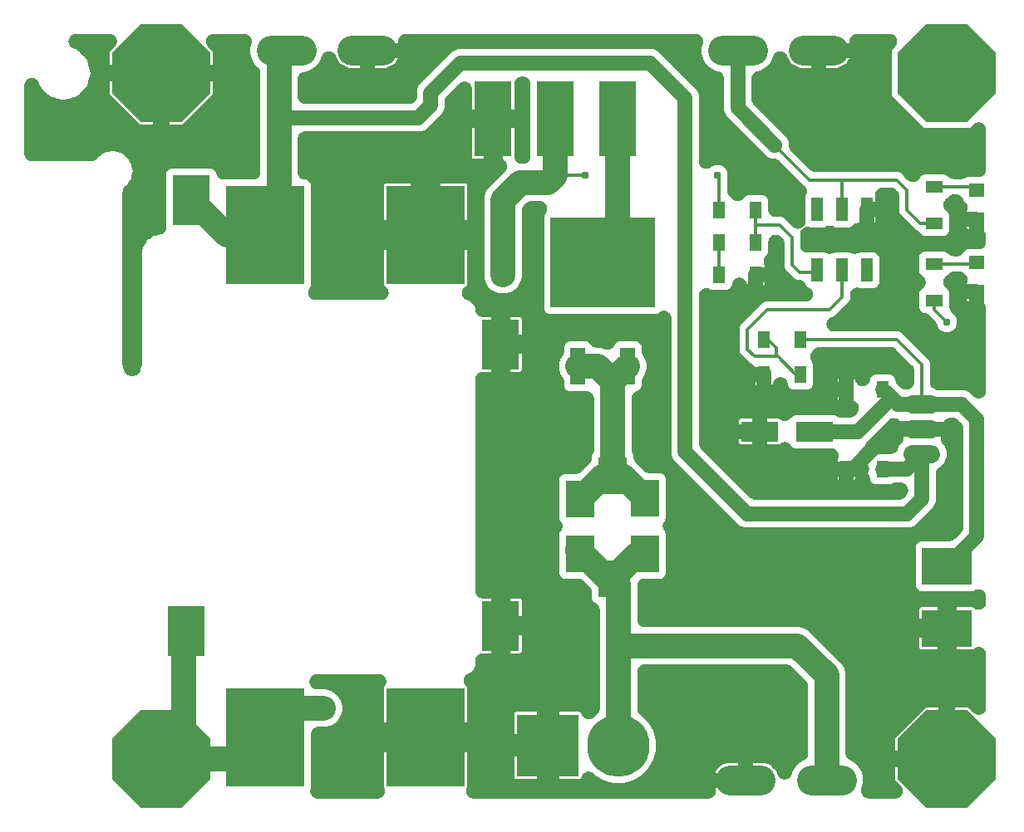
<source format=gbr>
G04 EAGLE Gerber RS-274X export*
G75*
%MOMM*%
%FSLAX34Y34*%
%LPD*%
%INTop Copper*%
%IPPOS*%
%AMOC8*
5,1,8,0,0,1.08239X$1,22.5*%
G01*
%ADD10C,3.048000*%
%ADD11R,8.000000X10.000000*%
%ADD12P,10.823900X8X22.500000*%
%ADD13R,6.350000X6.350000*%
%ADD14C,6.350000*%
%ADD15R,2.971800X3.810000*%
%ADD16R,3.810000X5.080000*%
%ADD17R,5.080000X3.810000*%
%ADD18C,1.879600*%
%ADD19R,10.670000X9.200000*%
%ADD20R,1.508000X3.808000*%
%ADD21R,3.810000X7.620000*%
%ADD22R,3.754000X2.108000*%
%ADD23R,1.300000X1.800000*%
%ADD24R,1.600000X1.400000*%
%ADD25R,1.800000X1.300000*%
%ADD26R,1.147000X2.408000*%
%ADD27C,2.540000*%
%ADD28C,1.524000*%
%ADD29C,2.540000*%
%ADD30C,0.787400*%
%ADD31C,0.304800*%
%ADD32C,1.524000*%

G36*
X879910Y192250D02*
X879910Y192250D01*
X879930Y192249D01*
X880301Y192270D01*
X880669Y192289D01*
X880689Y192292D01*
X880709Y192293D01*
X881074Y192351D01*
X881440Y192408D01*
X881460Y192413D01*
X881480Y192417D01*
X881835Y192512D01*
X882195Y192606D01*
X882214Y192613D01*
X882234Y192618D01*
X882578Y192749D01*
X882926Y192880D01*
X882944Y192889D01*
X882963Y192896D01*
X883294Y193062D01*
X883625Y193227D01*
X883642Y193238D01*
X883660Y193247D01*
X883972Y193447D01*
X884285Y193644D01*
X884301Y193657D01*
X884318Y193668D01*
X884607Y193897D01*
X884899Y194127D01*
X884913Y194141D01*
X884929Y194153D01*
X885193Y194411D01*
X885460Y194669D01*
X885473Y194685D01*
X885487Y194699D01*
X885724Y194983D01*
X885962Y195266D01*
X885974Y195283D01*
X885987Y195298D01*
X886193Y195605D01*
X886401Y195911D01*
X886411Y195929D01*
X886422Y195946D01*
X886596Y196272D01*
X886772Y196598D01*
X886780Y196617D01*
X886789Y196635D01*
X886928Y196976D01*
X887070Y197320D01*
X887076Y197339D01*
X887084Y197358D01*
X887186Y197708D01*
X887293Y198067D01*
X887297Y198087D01*
X887303Y198107D01*
X887370Y198470D01*
X887439Y198834D01*
X887440Y198854D01*
X887444Y198874D01*
X887473Y199243D01*
X887505Y199612D01*
X887504Y199632D01*
X887506Y199652D01*
X887497Y200023D01*
X887491Y200392D01*
X887489Y200412D01*
X887488Y200432D01*
X887442Y200799D01*
X887397Y201167D01*
X887393Y201187D01*
X887390Y201207D01*
X887307Y201566D01*
X887225Y201928D01*
X887219Y201948D01*
X887214Y201967D01*
X887096Y202313D01*
X886976Y202668D01*
X886968Y202686D01*
X886961Y202705D01*
X886754Y203174D01*
X886674Y203341D01*
X917980Y203341D01*
X918242Y203354D01*
X918504Y203359D01*
X918631Y203374D01*
X918759Y203381D01*
X919019Y203421D01*
X919279Y203452D01*
X919404Y203480D01*
X919530Y203500D01*
X919784Y203567D01*
X920040Y203624D01*
X920161Y203665D01*
X920285Y203698D01*
X920531Y203790D01*
X920780Y203874D01*
X920896Y203927D01*
X921016Y203972D01*
X921251Y204088D01*
X921490Y204197D01*
X921601Y204262D01*
X921715Y204319D01*
X921937Y204459D01*
X922163Y204592D01*
X922267Y204668D01*
X922375Y204736D01*
X922581Y204898D01*
X922793Y205053D01*
X922888Y205139D01*
X922989Y205218D01*
X923177Y205401D01*
X923372Y205577D01*
X923458Y205672D01*
X923550Y205761D01*
X923719Y205962D01*
X923895Y206157D01*
X923970Y206260D01*
X924053Y206358D01*
X924200Y206576D01*
X924355Y206787D01*
X924419Y206898D01*
X924492Y207004D01*
X924616Y207235D01*
X924748Y207461D01*
X924801Y207578D01*
X924862Y207691D01*
X924962Y207933D01*
X925071Y208172D01*
X925112Y208294D01*
X925161Y208412D01*
X925236Y208664D01*
X925319Y208912D01*
X925347Y209037D01*
X925384Y209160D01*
X925433Y209418D01*
X925490Y209674D01*
X925505Y209801D01*
X925529Y209927D01*
X925551Y210188D01*
X925582Y210449D01*
X925588Y210621D01*
X925595Y210704D01*
X925594Y210788D01*
X925599Y210960D01*
X925599Y228741D01*
X934219Y228741D01*
X936203Y228517D01*
X938150Y228073D01*
X940035Y227413D01*
X941835Y226547D01*
X943525Y225484D01*
X945087Y224239D01*
X946499Y222827D01*
X947744Y221265D01*
X948807Y219575D01*
X949673Y217775D01*
X950033Y216747D01*
X950057Y216689D01*
X950075Y216629D01*
X950204Y216329D01*
X950328Y216025D01*
X950358Y215969D01*
X950382Y215911D01*
X950541Y215625D01*
X950695Y215336D01*
X950731Y215284D01*
X950761Y215229D01*
X950949Y214960D01*
X951131Y214689D01*
X951172Y214640D01*
X951208Y214589D01*
X951421Y214341D01*
X951631Y214090D01*
X951677Y214046D01*
X951718Y213998D01*
X951956Y213773D01*
X952190Y213544D01*
X952239Y213505D01*
X952285Y213462D01*
X952545Y213263D01*
X952802Y213059D01*
X952855Y213025D01*
X952905Y212987D01*
X953183Y212816D01*
X953459Y212640D01*
X953516Y212611D01*
X953569Y212578D01*
X953865Y212436D01*
X954157Y212289D01*
X954216Y212267D01*
X954272Y212239D01*
X954580Y212128D01*
X954886Y212012D01*
X954947Y211996D01*
X955006Y211974D01*
X955324Y211895D01*
X955641Y211811D01*
X955703Y211801D01*
X955764Y211786D01*
X956088Y211739D01*
X956411Y211688D01*
X956474Y211684D01*
X956536Y211675D01*
X956863Y211663D01*
X957191Y211644D01*
X957254Y211647D01*
X957316Y211645D01*
X957642Y211665D01*
X957970Y211681D01*
X958032Y211690D01*
X958095Y211694D01*
X958418Y211748D01*
X958742Y211797D01*
X958803Y211813D01*
X958865Y211823D01*
X959181Y211910D01*
X959498Y211991D01*
X959557Y212013D01*
X959618Y212030D01*
X959923Y212148D01*
X960230Y212262D01*
X960286Y212290D01*
X960345Y212313D01*
X960636Y212462D01*
X960930Y212606D01*
X960984Y212640D01*
X961040Y212668D01*
X961314Y212846D01*
X961592Y213020D01*
X961642Y213059D01*
X961694Y213093D01*
X961949Y213298D01*
X962208Y213500D01*
X962253Y213543D01*
X962302Y213583D01*
X962534Y213813D01*
X962771Y214040D01*
X962812Y214088D01*
X962857Y214132D01*
X963064Y214384D01*
X963276Y214635D01*
X963312Y214687D01*
X963352Y214735D01*
X963533Y215008D01*
X963718Y215278D01*
X963748Y215333D01*
X963783Y215386D01*
X963935Y215676D01*
X964092Y215963D01*
X964116Y216021D01*
X964145Y216077D01*
X964267Y216381D01*
X964394Y216683D01*
X964412Y216743D01*
X964435Y216802D01*
X964584Y217292D01*
X965121Y219294D01*
X967963Y224217D01*
X971983Y228237D01*
X977620Y231491D01*
X977804Y231610D01*
X977994Y231722D01*
X978132Y231823D01*
X978275Y231916D01*
X978446Y232053D01*
X978623Y232183D01*
X978750Y232298D01*
X978883Y232405D01*
X979039Y232559D01*
X979202Y232706D01*
X979316Y232833D01*
X979438Y232953D01*
X979577Y233123D01*
X979725Y233286D01*
X979825Y233424D01*
X979934Y233556D01*
X980055Y233739D01*
X980185Y233917D01*
X980271Y234064D01*
X980365Y234206D01*
X980467Y234400D01*
X980578Y234591D01*
X980649Y234746D01*
X980728Y234897D01*
X980810Y235101D01*
X980901Y235301D01*
X980955Y235464D01*
X981019Y235622D01*
X981079Y235833D01*
X981149Y236041D01*
X981186Y236208D01*
X981233Y236372D01*
X981272Y236589D01*
X981320Y236803D01*
X981340Y236972D01*
X981370Y237141D01*
X981386Y237360D01*
X981412Y237578D01*
X981420Y237823D01*
X981427Y237919D01*
X981426Y237980D01*
X981429Y238090D01*
X981429Y306733D01*
X981429Y306736D01*
X981429Y306739D01*
X981409Y307121D01*
X981389Y307512D01*
X981389Y307516D01*
X981389Y307519D01*
X981334Y307870D01*
X981270Y308284D01*
X981269Y308287D01*
X981268Y308290D01*
X981175Y308644D01*
X981072Y309039D01*
X981071Y309042D01*
X981070Y309045D01*
X980932Y309411D01*
X980798Y309769D01*
X980797Y309772D01*
X980796Y309775D01*
X980619Y310131D01*
X980451Y310468D01*
X980449Y310471D01*
X980448Y310474D01*
X980238Y310806D01*
X980034Y311128D01*
X980032Y311131D01*
X980030Y311133D01*
X979789Y311439D01*
X979551Y311742D01*
X979549Y311744D01*
X979547Y311747D01*
X979198Y312121D01*
X964621Y326698D01*
X964618Y326700D01*
X964616Y326702D01*
X964333Y326958D01*
X964041Y327221D01*
X964038Y327222D01*
X964036Y327225D01*
X963733Y327446D01*
X963411Y327681D01*
X963408Y327683D01*
X963406Y327685D01*
X963079Y327876D01*
X962738Y328075D01*
X962735Y328077D01*
X962732Y328078D01*
X962381Y328237D01*
X962027Y328398D01*
X962024Y328399D01*
X962021Y328401D01*
X961663Y328521D01*
X961287Y328647D01*
X961284Y328648D01*
X961281Y328649D01*
X960919Y328730D01*
X960526Y328819D01*
X960523Y328819D01*
X960520Y328820D01*
X960154Y328863D01*
X959751Y328912D01*
X959748Y328912D01*
X959745Y328912D01*
X959233Y328929D01*
X814770Y328929D01*
X814508Y328916D01*
X814246Y328911D01*
X814119Y328896D01*
X813991Y328889D01*
X813731Y328849D01*
X813471Y328818D01*
X813346Y328789D01*
X813219Y328770D01*
X812965Y328703D01*
X812710Y328645D01*
X812588Y328604D01*
X812464Y328572D01*
X812218Y328480D01*
X811970Y328396D01*
X811853Y328343D01*
X811733Y328298D01*
X811499Y328181D01*
X811260Y328073D01*
X811149Y328008D01*
X811035Y327951D01*
X810813Y327811D01*
X810586Y327678D01*
X810483Y327602D01*
X810375Y327534D01*
X810168Y327372D01*
X809957Y327217D01*
X809862Y327131D01*
X809761Y327051D01*
X809572Y326869D01*
X809378Y326693D01*
X809292Y326598D01*
X809200Y326509D01*
X809031Y326308D01*
X808855Y326113D01*
X808780Y326010D01*
X808697Y325912D01*
X808550Y325695D01*
X808395Y325483D01*
X808331Y325373D01*
X808259Y325267D01*
X808134Y325035D01*
X808002Y324809D01*
X807949Y324692D01*
X807888Y324580D01*
X807788Y324337D01*
X807679Y324098D01*
X807639Y323977D01*
X807590Y323858D01*
X807514Y323607D01*
X807431Y323358D01*
X807403Y323233D01*
X807367Y323111D01*
X807318Y322852D01*
X807260Y322597D01*
X807245Y322470D01*
X807221Y322344D01*
X807199Y322082D01*
X807168Y321822D01*
X807162Y321650D01*
X807155Y321566D01*
X807157Y321482D01*
X807151Y321310D01*
X807151Y283775D01*
X807162Y283556D01*
X807163Y283336D01*
X807182Y283166D01*
X807191Y282996D01*
X807224Y282778D01*
X807248Y282560D01*
X807284Y282393D01*
X807310Y282224D01*
X807366Y282012D01*
X807412Y281797D01*
X807465Y281634D01*
X807508Y281469D01*
X807585Y281264D01*
X807653Y281055D01*
X807722Y280898D01*
X807782Y280738D01*
X807880Y280542D01*
X807969Y280341D01*
X808053Y280192D01*
X808129Y280040D01*
X808247Y279854D01*
X808356Y279663D01*
X808455Y279524D01*
X808546Y279380D01*
X808682Y279207D01*
X808810Y279028D01*
X808923Y278900D01*
X809029Y278766D01*
X809181Y278608D01*
X809327Y278444D01*
X809452Y278328D01*
X809571Y278205D01*
X809739Y278063D01*
X809901Y277915D01*
X810037Y277812D01*
X810168Y277702D01*
X810350Y277579D01*
X810526Y277447D01*
X810734Y277317D01*
X810813Y277264D01*
X810867Y277234D01*
X810960Y277177D01*
X811494Y276868D01*
X818588Y269774D01*
X823604Y261086D01*
X826201Y251396D01*
X826201Y241364D01*
X823604Y231674D01*
X818588Y222986D01*
X811494Y215892D01*
X802806Y210876D01*
X793116Y208279D01*
X783084Y208279D01*
X773394Y210876D01*
X764706Y215892D01*
X763096Y217501D01*
X762974Y217611D01*
X762859Y217729D01*
X762685Y217873D01*
X762517Y218024D01*
X762384Y218121D01*
X762257Y218226D01*
X762069Y218352D01*
X761887Y218485D01*
X761745Y218568D01*
X761608Y218659D01*
X761408Y218765D01*
X761213Y218879D01*
X761063Y218947D01*
X760918Y219024D01*
X760709Y219108D01*
X760503Y219202D01*
X760347Y219254D01*
X760194Y219316D01*
X759977Y219379D01*
X759763Y219451D01*
X759603Y219487D01*
X759445Y219533D01*
X759222Y219573D01*
X759001Y219622D01*
X758839Y219642D01*
X758677Y219671D01*
X758451Y219688D01*
X758227Y219715D01*
X758062Y219718D01*
X757898Y219731D01*
X757673Y219725D01*
X757446Y219728D01*
X757282Y219714D01*
X757118Y219710D01*
X756894Y219681D01*
X756669Y219662D01*
X756507Y219631D01*
X756344Y219610D01*
X756124Y219558D01*
X755902Y219516D01*
X755745Y219469D01*
X755584Y219431D01*
X755371Y219357D01*
X755154Y219292D01*
X755002Y219229D01*
X754847Y219175D01*
X754642Y219080D01*
X754433Y218993D01*
X754289Y218915D01*
X754140Y218845D01*
X753945Y218729D01*
X753747Y218622D01*
X753611Y218530D01*
X753470Y218445D01*
X753288Y218310D01*
X753102Y218182D01*
X752976Y218077D01*
X752844Y217978D01*
X752678Y217825D01*
X752505Y217679D01*
X752391Y217561D01*
X752270Y217450D01*
X752120Y217280D01*
X751963Y217118D01*
X751861Y216988D01*
X751753Y216865D01*
X751621Y216682D01*
X751481Y216504D01*
X751393Y216365D01*
X751298Y216231D01*
X751186Y216035D01*
X751065Y215844D01*
X750991Y215696D01*
X750910Y215554D01*
X750819Y215347D01*
X750718Y215144D01*
X750660Y214990D01*
X750594Y214840D01*
X750524Y214625D01*
X750445Y214413D01*
X750403Y214254D01*
X750352Y214098D01*
X750316Y213945D01*
X750102Y213427D01*
X749824Y213010D01*
X749470Y212656D01*
X749053Y212378D01*
X748591Y212187D01*
X748100Y212089D01*
X727529Y212089D01*
X727529Y242570D01*
X727516Y242832D01*
X727511Y243094D01*
X727496Y243221D01*
X727489Y243349D01*
X727449Y243609D01*
X727418Y243869D01*
X727389Y243994D01*
X727370Y244121D01*
X727303Y244375D01*
X727245Y244630D01*
X727204Y244752D01*
X727172Y244876D01*
X727080Y245121D01*
X726996Y245370D01*
X726943Y245486D01*
X726898Y245606D01*
X726781Y245841D01*
X726673Y246080D01*
X726608Y246191D01*
X726551Y246305D01*
X726502Y246383D01*
X726546Y246465D01*
X726678Y246691D01*
X726731Y246808D01*
X726792Y246921D01*
X726892Y247163D01*
X727001Y247402D01*
X727041Y247523D01*
X727090Y247642D01*
X727166Y247893D01*
X727249Y248142D01*
X727277Y248267D01*
X727313Y248390D01*
X727362Y248648D01*
X727420Y248903D01*
X727435Y249031D01*
X727459Y249157D01*
X727481Y249418D01*
X727512Y249678D01*
X727518Y249850D01*
X727525Y249934D01*
X727523Y250018D01*
X727529Y250190D01*
X727529Y280671D01*
X748100Y280671D01*
X748591Y280573D01*
X749053Y280382D01*
X749470Y280104D01*
X749824Y279750D01*
X750102Y279333D01*
X750308Y278836D01*
X750371Y278623D01*
X750427Y278404D01*
X750483Y278249D01*
X750530Y278092D01*
X750617Y277883D01*
X750694Y277671D01*
X750766Y277523D01*
X750829Y277371D01*
X750937Y277172D01*
X751036Y276969D01*
X751122Y276829D01*
X751200Y276684D01*
X751328Y276497D01*
X751447Y276305D01*
X751547Y276175D01*
X751640Y276039D01*
X751785Y275867D01*
X751924Y275687D01*
X752037Y275568D01*
X752143Y275443D01*
X752306Y275286D01*
X752461Y275122D01*
X752586Y275015D01*
X752704Y274901D01*
X752883Y274761D01*
X753054Y274614D01*
X753189Y274520D01*
X753318Y274419D01*
X753510Y274298D01*
X753696Y274169D01*
X753840Y274090D01*
X753979Y274002D01*
X754181Y273902D01*
X754379Y273793D01*
X754530Y273729D01*
X754678Y273656D01*
X754890Y273576D01*
X755098Y273488D01*
X755255Y273440D01*
X755409Y273382D01*
X755628Y273325D01*
X755844Y273259D01*
X756005Y273227D01*
X756164Y273185D01*
X756387Y273151D01*
X756609Y273107D01*
X756773Y273091D01*
X756935Y273066D01*
X757161Y273055D01*
X757386Y273034D01*
X757551Y273035D01*
X757715Y273027D01*
X757941Y273039D01*
X758167Y273041D01*
X758330Y273059D01*
X758494Y273068D01*
X758718Y273103D01*
X758942Y273128D01*
X759103Y273163D01*
X759265Y273188D01*
X759484Y273245D01*
X759705Y273293D01*
X759861Y273344D01*
X760020Y273386D01*
X760232Y273466D01*
X760447Y273536D01*
X760597Y273603D01*
X760751Y273661D01*
X760953Y273762D01*
X761160Y273854D01*
X761302Y273935D01*
X761450Y274009D01*
X761641Y274130D01*
X761837Y274242D01*
X761970Y274338D01*
X762109Y274426D01*
X762287Y274566D01*
X762470Y274698D01*
X762593Y274807D01*
X762722Y274909D01*
X763001Y275170D01*
X763054Y275217D01*
X763069Y275234D01*
X763096Y275259D01*
X764706Y276868D01*
X765240Y277177D01*
X765424Y277296D01*
X765614Y277407D01*
X765751Y277508D01*
X765895Y277601D01*
X766066Y277739D01*
X766243Y277868D01*
X766370Y277983D01*
X766503Y278090D01*
X766659Y278244D01*
X766822Y278392D01*
X766936Y278519D01*
X767058Y278639D01*
X767198Y278809D01*
X767345Y278972D01*
X767445Y279109D01*
X767554Y279241D01*
X767675Y279425D01*
X767805Y279602D01*
X767891Y279749D01*
X767985Y279892D01*
X768088Y280086D01*
X768198Y280276D01*
X768269Y280432D01*
X768348Y280583D01*
X768430Y280787D01*
X768521Y280987D01*
X768575Y281149D01*
X768639Y281307D01*
X768699Y281519D01*
X768769Y281727D01*
X768806Y281893D01*
X768853Y282058D01*
X768892Y282274D01*
X768940Y282488D01*
X768960Y282658D01*
X768990Y282826D01*
X769006Y283045D01*
X769032Y283263D01*
X769040Y283509D01*
X769047Y283604D01*
X769046Y283666D01*
X769049Y283775D01*
X769049Y384887D01*
X769032Y385215D01*
X769021Y385542D01*
X769012Y385604D01*
X769009Y385667D01*
X768959Y385990D01*
X768914Y386315D01*
X768899Y386376D01*
X768890Y386438D01*
X768807Y386755D01*
X768729Y387074D01*
X768708Y387132D01*
X768692Y387193D01*
X768577Y387501D01*
X768467Y387809D01*
X768440Y387865D01*
X768418Y387924D01*
X768272Y388217D01*
X768131Y388513D01*
X768098Y388567D01*
X768071Y388623D01*
X767896Y388899D01*
X767725Y389180D01*
X767687Y389230D01*
X767654Y389282D01*
X767451Y389541D01*
X767253Y389801D01*
X767210Y389847D01*
X767171Y389896D01*
X766943Y390132D01*
X766719Y390371D01*
X766672Y390412D01*
X766629Y390457D01*
X766378Y390668D01*
X766131Y390884D01*
X766080Y390919D01*
X766032Y390960D01*
X765760Y391145D01*
X765493Y391333D01*
X765438Y391363D01*
X765387Y391399D01*
X765097Y391555D01*
X764812Y391715D01*
X764741Y391747D01*
X764700Y391769D01*
X764613Y391805D01*
X764346Y391926D01*
X763864Y392126D01*
X762077Y393913D01*
X761110Y396247D01*
X761110Y402592D01*
X761110Y402595D01*
X761110Y402598D01*
X761091Y402970D01*
X761070Y403371D01*
X761070Y403375D01*
X761070Y403378D01*
X761013Y403741D01*
X760951Y404143D01*
X760950Y404146D01*
X760949Y404149D01*
X760857Y404501D01*
X760753Y404898D01*
X760752Y404901D01*
X760751Y404904D01*
X760616Y405263D01*
X760479Y405628D01*
X760478Y405631D01*
X760477Y405634D01*
X760303Y405982D01*
X760132Y406327D01*
X760130Y406330D01*
X760129Y406333D01*
X759922Y406660D01*
X759715Y406987D01*
X759713Y406990D01*
X759711Y406992D01*
X759470Y407298D01*
X759232Y407601D01*
X759230Y407603D01*
X759228Y407606D01*
X758879Y407980D01*
X752531Y414328D01*
X752528Y414330D01*
X752526Y414332D01*
X752243Y414588D01*
X751951Y414851D01*
X751948Y414852D01*
X751946Y414855D01*
X751643Y415076D01*
X751321Y415311D01*
X751318Y415313D01*
X751316Y415315D01*
X750989Y415506D01*
X750648Y415705D01*
X750645Y415707D01*
X750642Y415708D01*
X750291Y415867D01*
X749937Y416028D01*
X749934Y416029D01*
X749931Y416031D01*
X749573Y416151D01*
X749197Y416277D01*
X749194Y416278D01*
X749191Y416279D01*
X748829Y416360D01*
X748436Y416449D01*
X748433Y416449D01*
X748430Y416450D01*
X748064Y416493D01*
X747661Y416542D01*
X747658Y416542D01*
X747655Y416542D01*
X747143Y416559D01*
X733178Y416559D01*
X730844Y417526D01*
X729057Y419313D01*
X728090Y421647D01*
X728090Y439567D01*
X728072Y439918D01*
X728058Y440268D01*
X728052Y440307D01*
X728050Y440346D01*
X727997Y440693D01*
X727946Y441040D01*
X727935Y441088D01*
X727931Y441118D01*
X727910Y441195D01*
X727831Y441539D01*
X727709Y441992D01*
X727709Y449548D01*
X727831Y450001D01*
X727904Y450344D01*
X727981Y450686D01*
X727986Y450726D01*
X727994Y450764D01*
X728032Y451113D01*
X728073Y451461D01*
X728075Y451510D01*
X728078Y451540D01*
X728078Y451621D01*
X728090Y451973D01*
X728090Y462273D01*
X729065Y464626D01*
X729138Y464707D01*
X729320Y464896D01*
X729399Y464997D01*
X729485Y465092D01*
X729640Y465303D01*
X729802Y465510D01*
X729870Y465618D01*
X729946Y465722D01*
X730078Y465948D01*
X730218Y466170D01*
X730275Y466285D01*
X730340Y466395D01*
X730449Y466634D01*
X730565Y466869D01*
X730610Y466989D01*
X730663Y467106D01*
X730746Y467354D01*
X730838Y467600D01*
X730871Y467724D01*
X730912Y467846D01*
X730969Y468101D01*
X731036Y468355D01*
X731055Y468482D01*
X731083Y468607D01*
X731114Y468868D01*
X731154Y469127D01*
X731161Y469254D01*
X731176Y469382D01*
X731181Y469645D01*
X731194Y469906D01*
X731187Y470034D01*
X731189Y470162D01*
X731167Y470424D01*
X731153Y470686D01*
X731133Y470812D01*
X731122Y470940D01*
X731073Y471198D01*
X731033Y471457D01*
X731000Y471580D01*
X730976Y471707D01*
X730901Y471958D01*
X730835Y472212D01*
X730789Y472332D01*
X730753Y472454D01*
X730652Y472696D01*
X730560Y472942D01*
X730503Y473057D01*
X730454Y473175D01*
X730329Y473406D01*
X730212Y473641D01*
X730144Y473749D01*
X730083Y473862D01*
X729935Y474079D01*
X729795Y474300D01*
X729716Y474401D01*
X729643Y474507D01*
X729474Y474707D01*
X729312Y474914D01*
X729194Y475039D01*
X729140Y475103D01*
X729080Y475162D01*
X729062Y475181D01*
X728090Y477527D01*
X728090Y518153D01*
X729057Y520487D01*
X730844Y522274D01*
X733178Y523241D01*
X744603Y523241D01*
X744606Y523241D01*
X744609Y523241D01*
X744995Y523261D01*
X745382Y523281D01*
X745386Y523281D01*
X745389Y523281D01*
X745756Y523339D01*
X746154Y523400D01*
X746157Y523401D01*
X746160Y523402D01*
X746527Y523498D01*
X746909Y523598D01*
X746912Y523599D01*
X746915Y523600D01*
X747281Y523738D01*
X747639Y523872D01*
X747642Y523873D01*
X747645Y523874D01*
X748001Y524051D01*
X748338Y524219D01*
X748341Y524221D01*
X748344Y524222D01*
X748676Y524432D01*
X748998Y524636D01*
X749001Y524638D01*
X749003Y524640D01*
X749309Y524881D01*
X749612Y525119D01*
X749614Y525121D01*
X749617Y525123D01*
X749991Y525472D01*
X758879Y534360D01*
X758881Y534363D01*
X758883Y534365D01*
X759129Y534638D01*
X759402Y534940D01*
X759403Y534943D01*
X759406Y534945D01*
X759619Y535237D01*
X759862Y535570D01*
X759864Y535573D01*
X759866Y535575D01*
X760055Y535899D01*
X760256Y536243D01*
X760258Y536246D01*
X760259Y536249D01*
X760416Y536594D01*
X760579Y536954D01*
X760580Y536957D01*
X760582Y536960D01*
X760699Y537308D01*
X760828Y537694D01*
X760829Y537697D01*
X760830Y537700D01*
X760906Y538041D01*
X761000Y538455D01*
X761000Y538458D01*
X761001Y538461D01*
X761044Y538827D01*
X761093Y539230D01*
X761093Y539233D01*
X761093Y539236D01*
X761110Y539748D01*
X761110Y541521D01*
X762539Y544970D01*
X762581Y545063D01*
X762737Y545406D01*
X762739Y545411D01*
X762741Y545415D01*
X762864Y545782D01*
X762986Y546146D01*
X762987Y546151D01*
X762989Y546155D01*
X763071Y546522D01*
X763158Y546907D01*
X763159Y546912D01*
X763160Y546917D01*
X763204Y547285D01*
X763251Y547682D01*
X763251Y547687D01*
X763252Y547692D01*
X763269Y548204D01*
X763269Y599790D01*
X763256Y600052D01*
X763251Y600314D01*
X763236Y600441D01*
X763229Y600569D01*
X763189Y600829D01*
X763158Y601089D01*
X763129Y601214D01*
X763110Y601341D01*
X763043Y601595D01*
X762985Y601850D01*
X762944Y601972D01*
X762912Y602096D01*
X762820Y602342D01*
X762736Y602590D01*
X762683Y602707D01*
X762638Y602827D01*
X762521Y603061D01*
X762413Y603300D01*
X762348Y603411D01*
X762291Y603525D01*
X762151Y603747D01*
X762018Y603974D01*
X761942Y604077D01*
X761874Y604185D01*
X761712Y604392D01*
X761557Y604603D01*
X761471Y604698D01*
X761391Y604799D01*
X761209Y604988D01*
X761033Y605182D01*
X760938Y605268D01*
X760849Y605360D01*
X760648Y605529D01*
X760453Y605705D01*
X760350Y605780D01*
X760252Y605863D01*
X760035Y606010D01*
X759823Y606165D01*
X759713Y606229D01*
X759607Y606301D01*
X759375Y606426D01*
X759149Y606558D01*
X759032Y606611D01*
X758920Y606672D01*
X758677Y606772D01*
X758438Y606881D01*
X758317Y606921D01*
X758198Y606970D01*
X757947Y607046D01*
X757698Y607129D01*
X757573Y607157D01*
X757451Y607193D01*
X757192Y607242D01*
X756937Y607300D01*
X756810Y607315D01*
X756684Y607339D01*
X756422Y607361D01*
X756162Y607392D01*
X755990Y607398D01*
X755906Y607405D01*
X755822Y607403D01*
X755650Y607409D01*
X737957Y607409D01*
X735623Y608376D01*
X733836Y610163D01*
X732869Y612497D01*
X732869Y616716D01*
X732860Y616893D01*
X732861Y617070D01*
X732840Y617283D01*
X732829Y617496D01*
X732802Y617671D01*
X732785Y617847D01*
X732743Y618056D01*
X732710Y618267D01*
X732665Y618438D01*
X732630Y618612D01*
X732566Y618816D01*
X732512Y619022D01*
X732450Y619188D01*
X732397Y619357D01*
X732313Y619553D01*
X732238Y619753D01*
X732159Y619912D01*
X732089Y620074D01*
X731927Y620378D01*
X731891Y620452D01*
X731874Y620479D01*
X731848Y620526D01*
X729007Y625447D01*
X727709Y630292D01*
X727709Y635308D01*
X729007Y640153D01*
X731848Y645074D01*
X731929Y645232D01*
X732018Y645385D01*
X732107Y645579D01*
X732204Y645769D01*
X732268Y645934D01*
X732341Y646095D01*
X732409Y646298D01*
X732486Y646497D01*
X732533Y646668D01*
X732589Y646835D01*
X732635Y647043D01*
X732692Y647249D01*
X732721Y647424D01*
X732760Y647597D01*
X732785Y647809D01*
X732820Y648019D01*
X732831Y648196D01*
X732852Y648372D01*
X732864Y648715D01*
X732869Y648798D01*
X732867Y648831D01*
X732869Y648884D01*
X732869Y653103D01*
X733836Y655437D01*
X735623Y657224D01*
X737957Y658191D01*
X755563Y658191D01*
X757897Y657224D01*
X760035Y655086D01*
X760160Y654921D01*
X760354Y654657D01*
X760396Y654611D01*
X760434Y654561D01*
X760658Y654321D01*
X760877Y654078D01*
X760924Y654036D01*
X760966Y653990D01*
X761213Y653775D01*
X761457Y653555D01*
X761508Y653519D01*
X761555Y653478D01*
X761823Y653288D01*
X762088Y653095D01*
X762141Y653064D01*
X762192Y653028D01*
X762478Y652867D01*
X762762Y652702D01*
X762818Y652676D01*
X762873Y652645D01*
X763173Y652515D01*
X763472Y652379D01*
X763532Y652359D01*
X763589Y652335D01*
X763901Y652235D01*
X764212Y652131D01*
X764273Y652118D01*
X764333Y652099D01*
X764654Y652032D01*
X764974Y651960D01*
X765036Y651953D01*
X765097Y651940D01*
X765424Y651907D01*
X765749Y651868D01*
X765827Y651865D01*
X765873Y651861D01*
X765967Y651861D01*
X766261Y651851D01*
X769588Y651851D01*
X775341Y650309D01*
X775492Y650277D01*
X775641Y650235D01*
X775874Y650195D01*
X776105Y650146D01*
X776258Y650129D01*
X776410Y650103D01*
X776646Y650087D01*
X776881Y650062D01*
X777035Y650061D01*
X777189Y650051D01*
X777425Y650059D01*
X777661Y650057D01*
X777814Y650072D01*
X777969Y650078D01*
X778203Y650110D01*
X778438Y650133D01*
X778589Y650163D01*
X778742Y650185D01*
X778971Y650241D01*
X779203Y650288D01*
X779350Y650333D01*
X779500Y650370D01*
X779722Y650449D01*
X779948Y650520D01*
X780090Y650580D01*
X780235Y650632D01*
X780448Y650734D01*
X780666Y650827D01*
X780801Y650901D01*
X780940Y650968D01*
X781141Y651091D01*
X781348Y651205D01*
X781474Y651294D01*
X781606Y651374D01*
X781794Y651517D01*
X781988Y651652D01*
X782105Y651753D01*
X782228Y651846D01*
X782400Y652007D01*
X782579Y652162D01*
X782685Y652274D01*
X782797Y652379D01*
X782952Y652557D01*
X783115Y652729D01*
X783209Y652852D01*
X783310Y652968D01*
X783446Y653161D01*
X783590Y653349D01*
X783670Y653480D01*
X783759Y653606D01*
X783875Y653812D01*
X783999Y654013D01*
X784065Y654152D01*
X784141Y654287D01*
X784314Y654668D01*
X784337Y654717D01*
X784343Y654731D01*
X784353Y654753D01*
X784636Y655437D01*
X786423Y657224D01*
X788757Y658191D01*
X806363Y658191D01*
X808697Y657224D01*
X810484Y655437D01*
X811451Y653103D01*
X811451Y648884D01*
X811460Y648707D01*
X811459Y648530D01*
X811480Y648317D01*
X811491Y648104D01*
X811518Y647929D01*
X811535Y647753D01*
X811578Y647544D01*
X811610Y647333D01*
X811655Y647162D01*
X811690Y646988D01*
X811754Y646784D01*
X811808Y646578D01*
X811870Y646412D01*
X811923Y646243D01*
X812007Y646047D01*
X812082Y645847D01*
X812161Y645688D01*
X812231Y645526D01*
X812393Y645222D01*
X812429Y645148D01*
X812446Y645121D01*
X812472Y645074D01*
X815313Y640153D01*
X816611Y635308D01*
X816611Y630292D01*
X815313Y625447D01*
X812472Y620526D01*
X812391Y620368D01*
X812302Y620215D01*
X812213Y620021D01*
X812116Y619831D01*
X812052Y619666D01*
X811979Y619505D01*
X811911Y619302D01*
X811834Y619103D01*
X811787Y618932D01*
X811731Y618765D01*
X811685Y618557D01*
X811628Y618351D01*
X811599Y618176D01*
X811560Y618003D01*
X811535Y617791D01*
X811500Y617581D01*
X811489Y617404D01*
X811468Y617228D01*
X811456Y616885D01*
X811451Y616802D01*
X811453Y616769D01*
X811451Y616716D01*
X811451Y612497D01*
X810484Y610163D01*
X808697Y608376D01*
X806074Y607290D01*
X805778Y607149D01*
X805480Y607013D01*
X805426Y606981D01*
X805369Y606954D01*
X805090Y606784D01*
X804806Y606618D01*
X804756Y606581D01*
X804703Y606549D01*
X804441Y606351D01*
X804177Y606157D01*
X804130Y606115D01*
X804081Y606077D01*
X803841Y605854D01*
X803598Y605633D01*
X803556Y605587D01*
X803510Y605544D01*
X803295Y605297D01*
X803075Y605054D01*
X803039Y605003D01*
X802998Y604956D01*
X802808Y604688D01*
X802615Y604423D01*
X802584Y604370D01*
X802548Y604318D01*
X802387Y604032D01*
X802222Y603749D01*
X802196Y603692D01*
X802165Y603638D01*
X802035Y603338D01*
X801899Y603039D01*
X801879Y602979D01*
X801855Y602922D01*
X801756Y602610D01*
X801651Y602299D01*
X801637Y602237D01*
X801619Y602178D01*
X801552Y601858D01*
X801480Y601537D01*
X801473Y601475D01*
X801460Y601414D01*
X801427Y601088D01*
X801388Y600762D01*
X801385Y600684D01*
X801381Y600637D01*
X801381Y600544D01*
X801371Y600250D01*
X801371Y548204D01*
X801371Y548199D01*
X801371Y548193D01*
X801392Y547794D01*
X801411Y547424D01*
X801411Y547419D01*
X801412Y547414D01*
X801471Y547037D01*
X801530Y546653D01*
X801532Y546648D01*
X801532Y546643D01*
X801630Y546272D01*
X801728Y545898D01*
X801730Y545893D01*
X801731Y545888D01*
X801868Y545524D01*
X802002Y545167D01*
X802004Y545162D01*
X802006Y545158D01*
X802109Y544951D01*
X803530Y541521D01*
X803530Y540256D01*
X803530Y540253D01*
X803530Y540250D01*
X803551Y539849D01*
X803570Y539477D01*
X803570Y539473D01*
X803570Y539470D01*
X803628Y539100D01*
X803689Y538705D01*
X803690Y538702D01*
X803691Y538699D01*
X803790Y538321D01*
X803887Y537950D01*
X803888Y537947D01*
X803889Y537944D01*
X804027Y537577D01*
X804161Y537220D01*
X804162Y537217D01*
X804163Y537214D01*
X804348Y536843D01*
X804508Y536521D01*
X804510Y536518D01*
X804511Y536515D01*
X804723Y536181D01*
X804925Y535861D01*
X804927Y535858D01*
X804929Y535856D01*
X805170Y535550D01*
X805408Y535247D01*
X805410Y535245D01*
X805412Y535242D01*
X805761Y534868D01*
X814649Y525980D01*
X814652Y525978D01*
X814654Y525976D01*
X814937Y525720D01*
X815229Y525457D01*
X815232Y525456D01*
X815234Y525453D01*
X815537Y525232D01*
X815859Y524997D01*
X815862Y524995D01*
X815864Y524993D01*
X816201Y524796D01*
X816532Y524603D01*
X816535Y524601D01*
X816538Y524600D01*
X816889Y524441D01*
X817243Y524280D01*
X817246Y524279D01*
X817249Y524277D01*
X817611Y524156D01*
X817983Y524031D01*
X817986Y524030D01*
X817989Y524029D01*
X818353Y523947D01*
X818744Y523859D01*
X818747Y523859D01*
X818750Y523858D01*
X819116Y523815D01*
X819519Y523766D01*
X819522Y523766D01*
X819525Y523766D01*
X820037Y523749D01*
X831462Y523749D01*
X833796Y522782D01*
X835583Y520995D01*
X836550Y518661D01*
X836550Y478035D01*
X835583Y475701D01*
X835424Y475542D01*
X835248Y475347D01*
X835066Y475158D01*
X834987Y475057D01*
X834901Y474962D01*
X834746Y474750D01*
X834584Y474544D01*
X834516Y474436D01*
X834440Y474332D01*
X834308Y474106D01*
X834168Y473884D01*
X834111Y473769D01*
X834046Y473659D01*
X833937Y473420D01*
X833821Y473185D01*
X833776Y473065D01*
X833723Y472948D01*
X833639Y472699D01*
X833548Y472454D01*
X833515Y472330D01*
X833474Y472208D01*
X833417Y471952D01*
X833350Y471698D01*
X833331Y471572D01*
X833303Y471447D01*
X833272Y471186D01*
X833232Y470927D01*
X833225Y470799D01*
X833210Y470672D01*
X833205Y470410D01*
X833192Y470148D01*
X833199Y470019D01*
X833197Y469892D01*
X833219Y469631D01*
X833233Y469368D01*
X833253Y469241D01*
X833264Y469114D01*
X833313Y468856D01*
X833353Y468597D01*
X833386Y468473D01*
X833410Y468347D01*
X833485Y468096D01*
X833551Y467842D01*
X833597Y467722D01*
X833633Y467600D01*
X833734Y467357D01*
X833826Y467112D01*
X833883Y466997D01*
X833932Y466879D01*
X834057Y466647D01*
X834174Y466413D01*
X834242Y466305D01*
X834303Y466192D01*
X834451Y465975D01*
X834591Y465754D01*
X834671Y465653D01*
X834743Y465547D01*
X834912Y465347D01*
X835074Y465140D01*
X835192Y465014D01*
X835246Y464950D01*
X835306Y464892D01*
X835424Y464766D01*
X835583Y464607D01*
X836550Y462273D01*
X836550Y421647D01*
X835583Y419313D01*
X833796Y417526D01*
X831462Y416559D01*
X814770Y416559D01*
X814508Y416546D01*
X814246Y416541D01*
X814119Y416526D01*
X813991Y416519D01*
X813731Y416479D01*
X813471Y416448D01*
X813346Y416419D01*
X813219Y416400D01*
X812965Y416333D01*
X812710Y416275D01*
X812588Y416234D01*
X812464Y416202D01*
X812218Y416110D01*
X811970Y416026D01*
X811853Y415973D01*
X811733Y415928D01*
X811499Y415811D01*
X811260Y415703D01*
X811149Y415638D01*
X811035Y415581D01*
X810813Y415441D01*
X810586Y415308D01*
X810483Y415232D01*
X810375Y415164D01*
X810168Y415002D01*
X809957Y414847D01*
X809862Y414761D01*
X809761Y414681D01*
X809572Y414499D01*
X809378Y414323D01*
X809292Y414228D01*
X809200Y414139D01*
X809031Y413938D01*
X808855Y413743D01*
X808780Y413640D01*
X808697Y413542D01*
X808550Y413325D01*
X808395Y413113D01*
X808331Y413003D01*
X808259Y412897D01*
X808134Y412665D01*
X808002Y412439D01*
X807949Y412322D01*
X807888Y412210D01*
X807788Y411967D01*
X807679Y411728D01*
X807639Y411607D01*
X807590Y411488D01*
X807514Y411237D01*
X807431Y410988D01*
X807403Y410863D01*
X807367Y410741D01*
X807318Y410482D01*
X807260Y410227D01*
X807245Y410100D01*
X807221Y409974D01*
X807199Y409712D01*
X807168Y409452D01*
X807162Y409280D01*
X807155Y409196D01*
X807157Y409112D01*
X807151Y408940D01*
X807151Y374650D01*
X807164Y374388D01*
X807169Y374126D01*
X807184Y373999D01*
X807191Y373871D01*
X807231Y373611D01*
X807262Y373351D01*
X807291Y373226D01*
X807310Y373099D01*
X807377Y372845D01*
X807435Y372590D01*
X807476Y372468D01*
X807508Y372344D01*
X807600Y372098D01*
X807684Y371850D01*
X807737Y371733D01*
X807782Y371613D01*
X807899Y371379D01*
X808007Y371140D01*
X808072Y371029D01*
X808129Y370915D01*
X808269Y370693D01*
X808402Y370466D01*
X808478Y370363D01*
X808546Y370255D01*
X808708Y370048D01*
X808863Y369837D01*
X808949Y369742D01*
X809029Y369641D01*
X809211Y369452D01*
X809387Y369258D01*
X809482Y369172D01*
X809571Y369080D01*
X809772Y368911D01*
X809967Y368735D01*
X810070Y368660D01*
X810168Y368577D01*
X810385Y368430D01*
X810597Y368275D01*
X810707Y368211D01*
X810813Y368139D01*
X811045Y368014D01*
X811271Y367882D01*
X811388Y367829D01*
X811500Y367768D01*
X811743Y367668D01*
X811982Y367559D01*
X812103Y367519D01*
X812222Y367470D01*
X812473Y367394D01*
X812722Y367311D01*
X812847Y367283D01*
X812969Y367247D01*
X813228Y367198D01*
X813483Y367140D01*
X813610Y367125D01*
X813736Y367101D01*
X813998Y367079D01*
X814258Y367048D01*
X814430Y367042D01*
X814514Y367035D01*
X814598Y367037D01*
X814770Y367031D01*
X972788Y367031D01*
X977633Y365732D01*
X981977Y363224D01*
X1015724Y329477D01*
X1018232Y325133D01*
X1019531Y320288D01*
X1019531Y238090D01*
X1019542Y237870D01*
X1019543Y237650D01*
X1019562Y237481D01*
X1019571Y237310D01*
X1019604Y237093D01*
X1019628Y236875D01*
X1019664Y236708D01*
X1019690Y236539D01*
X1019746Y236326D01*
X1019792Y236111D01*
X1019845Y235949D01*
X1019888Y235784D01*
X1019965Y235578D01*
X1020033Y235369D01*
X1020102Y235213D01*
X1020162Y235053D01*
X1020260Y234856D01*
X1020349Y234655D01*
X1020433Y234507D01*
X1020509Y234354D01*
X1020627Y234168D01*
X1020736Y233978D01*
X1020835Y233839D01*
X1020926Y233694D01*
X1021062Y233521D01*
X1021190Y233343D01*
X1021303Y233215D01*
X1021409Y233081D01*
X1021561Y232923D01*
X1021707Y232758D01*
X1021832Y232643D01*
X1021951Y232520D01*
X1022119Y232378D01*
X1022281Y232229D01*
X1022417Y232127D01*
X1022548Y232017D01*
X1022730Y231893D01*
X1022906Y231762D01*
X1023114Y231632D01*
X1023193Y231578D01*
X1023248Y231549D01*
X1023340Y231491D01*
X1028977Y228237D01*
X1032997Y224217D01*
X1035839Y219294D01*
X1037311Y213802D01*
X1037311Y208118D01*
X1035629Y201840D01*
X1035610Y201754D01*
X1035585Y201668D01*
X1035529Y201372D01*
X1035466Y201077D01*
X1035456Y200989D01*
X1035439Y200902D01*
X1035414Y200601D01*
X1035381Y200301D01*
X1035381Y200212D01*
X1035373Y200124D01*
X1035379Y199822D01*
X1035377Y199520D01*
X1035386Y199432D01*
X1035387Y199344D01*
X1035423Y199044D01*
X1035452Y198744D01*
X1035470Y198656D01*
X1035481Y198569D01*
X1035547Y198275D01*
X1035607Y197979D01*
X1035633Y197894D01*
X1035653Y197808D01*
X1035749Y197522D01*
X1035839Y197233D01*
X1035874Y197152D01*
X1035902Y197068D01*
X1036027Y196793D01*
X1036146Y196516D01*
X1036189Y196439D01*
X1036226Y196358D01*
X1036379Y196097D01*
X1036525Y195833D01*
X1036576Y195761D01*
X1036620Y195684D01*
X1036798Y195441D01*
X1036971Y195193D01*
X1037030Y195126D01*
X1037082Y195055D01*
X1037284Y194831D01*
X1037481Y194602D01*
X1037546Y194542D01*
X1037605Y194476D01*
X1037829Y194274D01*
X1038049Y194067D01*
X1038119Y194013D01*
X1038185Y193953D01*
X1038428Y193776D01*
X1038668Y193592D01*
X1038744Y193545D01*
X1038815Y193493D01*
X1039076Y193341D01*
X1039333Y193183D01*
X1039413Y193144D01*
X1039489Y193100D01*
X1039765Y192975D01*
X1040036Y192844D01*
X1040119Y192814D01*
X1040200Y192777D01*
X1040486Y192681D01*
X1040770Y192579D01*
X1040856Y192557D01*
X1040940Y192529D01*
X1041234Y192463D01*
X1041527Y192390D01*
X1041615Y192378D01*
X1041702Y192358D01*
X1042001Y192323D01*
X1042300Y192280D01*
X1042389Y192276D01*
X1042477Y192266D01*
X1042988Y192249D01*
X1070143Y192249D01*
X1070274Y192255D01*
X1070405Y192253D01*
X1070663Y192275D01*
X1070922Y192289D01*
X1071052Y192309D01*
X1071183Y192320D01*
X1071437Y192368D01*
X1071694Y192408D01*
X1071821Y192441D01*
X1071950Y192466D01*
X1072198Y192540D01*
X1072449Y192606D01*
X1072571Y192652D01*
X1072697Y192690D01*
X1072937Y192789D01*
X1073180Y192880D01*
X1073297Y192938D01*
X1073418Y192989D01*
X1073646Y193112D01*
X1073878Y193227D01*
X1073989Y193297D01*
X1074105Y193360D01*
X1074319Y193506D01*
X1074538Y193644D01*
X1074641Y193725D01*
X1074750Y193799D01*
X1074948Y193966D01*
X1075152Y194127D01*
X1075246Y194218D01*
X1075347Y194302D01*
X1075526Y194489D01*
X1075713Y194669D01*
X1075798Y194770D01*
X1075889Y194864D01*
X1076048Y195068D01*
X1076216Y195266D01*
X1076289Y195375D01*
X1076370Y195478D01*
X1076509Y195697D01*
X1076654Y195911D01*
X1076717Y196027D01*
X1076787Y196138D01*
X1076902Y196370D01*
X1077025Y196598D01*
X1077075Y196720D01*
X1077134Y196837D01*
X1077224Y197080D01*
X1077323Y197320D01*
X1077361Y197445D01*
X1077407Y197568D01*
X1077472Y197819D01*
X1077546Y198067D01*
X1077571Y198197D01*
X1077604Y198323D01*
X1077644Y198580D01*
X1077692Y198834D01*
X1077703Y198965D01*
X1077723Y199095D01*
X1077736Y199354D01*
X1077758Y199612D01*
X1077756Y199743D01*
X1077762Y199874D01*
X1077749Y200133D01*
X1077744Y200392D01*
X1077728Y200523D01*
X1077722Y200654D01*
X1077682Y200910D01*
X1077651Y201167D01*
X1077622Y201295D01*
X1077601Y201425D01*
X1077536Y201675D01*
X1077478Y201928D01*
X1077436Y202053D01*
X1077403Y202180D01*
X1077312Y202422D01*
X1077229Y202668D01*
X1077175Y202787D01*
X1077128Y202910D01*
X1077013Y203142D01*
X1076905Y203378D01*
X1076839Y203492D01*
X1076781Y203609D01*
X1076642Y203828D01*
X1076511Y204052D01*
X1076433Y204157D01*
X1076363Y204268D01*
X1076203Y204472D01*
X1076049Y204681D01*
X1075961Y204779D01*
X1075880Y204882D01*
X1075531Y205256D01*
X1070139Y210647D01*
X1070139Y223911D01*
X1087789Y223911D01*
X1087943Y223919D01*
X1088097Y223917D01*
X1088332Y223939D01*
X1088568Y223951D01*
X1088721Y223974D01*
X1088874Y223988D01*
X1089106Y224034D01*
X1089339Y224070D01*
X1089489Y224109D01*
X1089640Y224139D01*
X1089866Y224208D01*
X1090094Y224268D01*
X1090239Y224322D01*
X1090386Y224367D01*
X1090604Y224459D01*
X1090825Y224542D01*
X1090963Y224611D01*
X1091105Y224670D01*
X1091313Y224784D01*
X1091524Y224889D01*
X1091654Y224972D01*
X1091790Y225046D01*
X1091984Y225180D01*
X1092184Y225306D01*
X1092305Y225401D01*
X1092432Y225489D01*
X1092612Y225642D01*
X1092798Y225788D01*
X1092908Y225896D01*
X1093026Y225996D01*
X1093189Y226167D01*
X1093359Y226331D01*
X1093458Y226449D01*
X1093564Y226560D01*
X1093709Y226747D01*
X1093861Y226928D01*
X1093948Y227056D01*
X1094042Y227177D01*
X1094167Y227378D01*
X1094300Y227573D01*
X1094373Y227709D01*
X1094455Y227840D01*
X1094559Y228052D01*
X1094671Y228260D01*
X1094730Y228403D01*
X1094797Y228541D01*
X1094879Y228763D01*
X1094969Y228982D01*
X1095013Y229129D01*
X1095066Y229274D01*
X1095125Y229503D01*
X1095192Y229729D01*
X1095221Y229881D01*
X1095259Y230030D01*
X1095328Y230444D01*
X1095338Y230496D01*
X1095339Y230512D01*
X1095343Y230535D01*
X1095416Y231088D01*
X1095443Y231437D01*
X1095475Y231788D01*
X1095475Y231827D01*
X1095478Y231866D01*
X1095470Y232215D01*
X1095465Y232568D01*
X1095461Y232617D01*
X1095460Y232647D01*
X1095450Y232726D01*
X1095416Y233078D01*
X1095268Y234203D01*
X1095247Y234412D01*
X1095229Y234500D01*
X1095219Y234589D01*
X1095152Y234882D01*
X1095093Y235177D01*
X1095066Y235263D01*
X1095046Y235350D01*
X1094950Y235635D01*
X1094861Y235923D01*
X1094826Y236005D01*
X1094797Y236090D01*
X1094673Y236363D01*
X1094554Y236640D01*
X1094511Y236719D01*
X1094474Y236800D01*
X1094321Y237060D01*
X1094176Y237323D01*
X1094124Y237396D01*
X1094079Y237474D01*
X1093901Y237716D01*
X1093729Y237963D01*
X1093670Y238031D01*
X1093618Y238103D01*
X1093416Y238326D01*
X1093220Y238554D01*
X1093154Y238616D01*
X1093094Y238682D01*
X1092871Y238883D01*
X1092652Y239090D01*
X1092581Y239145D01*
X1092514Y239205D01*
X1092272Y239382D01*
X1092033Y239565D01*
X1091956Y239612D01*
X1091884Y239665D01*
X1091625Y239816D01*
X1091368Y239974D01*
X1091287Y240013D01*
X1091210Y240058D01*
X1090937Y240182D01*
X1090665Y240313D01*
X1090581Y240344D01*
X1090499Y240381D01*
X1090214Y240476D01*
X1089931Y240579D01*
X1089844Y240600D01*
X1089759Y240629D01*
X1089466Y240695D01*
X1089174Y240767D01*
X1089085Y240780D01*
X1088998Y240800D01*
X1088699Y240835D01*
X1088401Y240878D01*
X1088312Y240881D01*
X1088223Y240892D01*
X1087711Y240909D01*
X1070139Y240909D01*
X1070139Y254173D01*
X1100917Y284951D01*
X1114181Y284951D01*
X1114181Y267153D01*
X1114189Y266999D01*
X1114187Y266845D01*
X1114209Y266609D01*
X1114221Y266374D01*
X1114244Y266221D01*
X1114258Y266068D01*
X1114304Y265836D01*
X1114340Y265602D01*
X1114379Y265453D01*
X1114409Y265302D01*
X1114478Y265076D01*
X1114538Y264847D01*
X1114592Y264703D01*
X1114637Y264556D01*
X1114729Y264338D01*
X1114812Y264117D01*
X1114881Y263978D01*
X1114940Y263836D01*
X1115054Y263629D01*
X1115159Y263418D01*
X1115242Y263287D01*
X1115316Y263152D01*
X1115450Y262958D01*
X1115576Y262758D01*
X1115672Y262637D01*
X1115759Y262510D01*
X1115912Y262330D01*
X1116058Y262144D01*
X1116166Y262033D01*
X1116266Y261916D01*
X1116436Y261753D01*
X1116601Y261583D01*
X1116719Y261484D01*
X1116831Y261377D01*
X1117017Y261233D01*
X1117198Y261081D01*
X1117326Y260994D01*
X1117447Y260899D01*
X1117648Y260775D01*
X1117843Y260642D01*
X1117979Y260568D01*
X1118110Y260487D01*
X1118322Y260383D01*
X1118530Y260271D01*
X1118673Y260212D01*
X1118811Y260144D01*
X1119033Y260063D01*
X1119252Y259973D01*
X1119399Y259929D01*
X1119544Y259875D01*
X1119773Y259817D01*
X1119999Y259750D01*
X1120151Y259721D01*
X1120300Y259683D01*
X1120713Y259614D01*
X1120766Y259604D01*
X1120782Y259603D01*
X1120805Y259599D01*
X1121805Y259467D01*
X1122155Y259439D01*
X1122505Y259408D01*
X1122544Y259408D01*
X1122583Y259405D01*
X1122934Y259413D01*
X1123285Y259418D01*
X1123334Y259422D01*
X1123364Y259423D01*
X1123443Y259433D01*
X1123795Y259467D01*
X1124555Y259567D01*
X1124706Y259595D01*
X1124859Y259614D01*
X1125090Y259666D01*
X1125322Y259709D01*
X1125470Y259752D01*
X1125620Y259786D01*
X1125844Y259862D01*
X1126071Y259928D01*
X1126214Y259986D01*
X1126360Y260035D01*
X1126575Y260133D01*
X1126794Y260223D01*
X1126930Y260295D01*
X1127070Y260359D01*
X1127274Y260479D01*
X1127483Y260590D01*
X1127610Y260676D01*
X1127744Y260754D01*
X1127934Y260893D01*
X1128130Y261025D01*
X1128249Y261124D01*
X1128373Y261215D01*
X1128549Y261374D01*
X1128730Y261525D01*
X1128838Y261635D01*
X1128952Y261738D01*
X1129110Y261914D01*
X1129275Y262083D01*
X1129371Y262204D01*
X1129475Y262318D01*
X1129614Y262509D01*
X1129761Y262694D01*
X1129844Y262824D01*
X1129935Y262948D01*
X1130054Y263152D01*
X1130181Y263352D01*
X1130251Y263489D01*
X1130328Y263622D01*
X1130426Y263838D01*
X1130532Y264049D01*
X1130587Y264193D01*
X1130651Y264333D01*
X1130726Y264558D01*
X1130810Y264778D01*
X1130850Y264927D01*
X1130899Y265073D01*
X1130951Y265304D01*
X1131012Y265532D01*
X1131036Y265684D01*
X1131070Y265835D01*
X1131098Y266070D01*
X1131135Y266303D01*
X1131144Y266457D01*
X1131162Y266610D01*
X1131176Y267028D01*
X1131179Y267082D01*
X1131178Y267097D01*
X1131179Y267121D01*
X1131179Y284951D01*
X1144443Y284951D01*
X1149626Y279768D01*
X1149723Y279680D01*
X1149814Y279586D01*
X1150012Y279419D01*
X1150205Y279245D01*
X1150311Y279168D01*
X1150411Y279083D01*
X1150626Y278938D01*
X1150835Y278784D01*
X1150948Y278718D01*
X1151057Y278644D01*
X1151285Y278521D01*
X1151509Y278390D01*
X1151628Y278336D01*
X1151744Y278274D01*
X1151983Y278175D01*
X1152219Y278067D01*
X1152344Y278025D01*
X1152465Y277975D01*
X1152713Y277901D01*
X1152959Y277819D01*
X1153087Y277790D01*
X1153213Y277752D01*
X1153467Y277704D01*
X1153720Y277647D01*
X1153851Y277631D01*
X1153980Y277607D01*
X1154238Y277585D01*
X1154495Y277554D01*
X1154627Y277552D01*
X1154757Y277541D01*
X1155016Y277545D01*
X1155276Y277541D01*
X1155406Y277552D01*
X1155538Y277555D01*
X1155795Y277586D01*
X1156053Y277608D01*
X1156182Y277632D01*
X1156312Y277648D01*
X1156565Y277705D01*
X1156820Y277754D01*
X1156946Y277792D01*
X1157074Y277820D01*
X1157319Y277903D01*
X1157568Y277978D01*
X1157689Y278028D01*
X1157813Y278070D01*
X1158049Y278177D01*
X1158289Y278276D01*
X1158404Y278339D01*
X1158523Y278393D01*
X1158747Y278524D01*
X1158975Y278648D01*
X1159084Y278722D01*
X1159197Y278788D01*
X1159406Y278941D01*
X1159620Y279087D01*
X1159720Y279172D01*
X1159826Y279249D01*
X1160019Y279423D01*
X1160217Y279590D01*
X1160308Y279685D01*
X1160405Y279773D01*
X1160579Y279965D01*
X1160759Y280152D01*
X1160840Y280255D01*
X1160928Y280353D01*
X1161081Y280562D01*
X1161241Y280766D01*
X1161311Y280877D01*
X1161388Y280983D01*
X1161519Y281207D01*
X1161657Y281426D01*
X1161715Y281543D01*
X1161782Y281657D01*
X1161889Y281893D01*
X1162004Y282125D01*
X1162050Y282248D01*
X1162104Y282368D01*
X1162186Y282614D01*
X1162277Y282856D01*
X1162310Y282983D01*
X1162352Y283108D01*
X1162409Y283361D01*
X1162474Y283611D01*
X1162494Y283741D01*
X1162523Y283869D01*
X1162554Y284127D01*
X1162593Y284383D01*
X1162600Y284514D01*
X1162615Y284644D01*
X1162632Y285156D01*
X1162633Y339275D01*
X1162626Y339406D01*
X1162628Y339538D01*
X1162606Y339796D01*
X1162593Y340054D01*
X1162573Y340184D01*
X1162561Y340315D01*
X1162513Y340570D01*
X1162473Y340826D01*
X1162440Y340953D01*
X1162415Y341082D01*
X1162341Y341330D01*
X1162275Y341581D01*
X1162229Y341704D01*
X1162192Y341830D01*
X1162092Y342069D01*
X1162001Y342312D01*
X1161943Y342429D01*
X1161893Y342551D01*
X1161769Y342779D01*
X1161654Y343010D01*
X1161584Y343122D01*
X1161521Y343237D01*
X1161376Y343451D01*
X1161237Y343670D01*
X1161156Y343774D01*
X1161082Y343882D01*
X1160915Y344080D01*
X1160755Y344284D01*
X1160664Y344378D01*
X1160579Y344479D01*
X1160392Y344659D01*
X1160212Y344845D01*
X1160112Y344930D01*
X1160017Y345021D01*
X1159814Y345181D01*
X1159615Y345348D01*
X1159507Y345421D01*
X1159403Y345503D01*
X1159184Y345641D01*
X1158970Y345786D01*
X1158854Y345849D01*
X1158743Y345919D01*
X1158511Y346034D01*
X1158283Y346157D01*
X1158162Y346207D01*
X1158044Y346266D01*
X1157801Y346357D01*
X1157562Y346455D01*
X1157436Y346493D01*
X1157313Y346539D01*
X1157062Y346605D01*
X1156814Y346678D01*
X1156685Y346703D01*
X1156558Y346736D01*
X1156302Y346776D01*
X1156047Y346824D01*
X1155916Y346835D01*
X1155786Y346855D01*
X1155528Y346868D01*
X1155269Y346890D01*
X1155138Y346888D01*
X1155007Y346894D01*
X1154748Y346881D01*
X1154489Y346876D01*
X1154359Y346860D01*
X1154227Y346854D01*
X1153971Y346814D01*
X1153714Y346783D01*
X1153586Y346754D01*
X1153456Y346733D01*
X1153205Y346668D01*
X1152953Y346610D01*
X1152828Y346568D01*
X1152701Y346535D01*
X1152459Y346444D01*
X1152213Y346361D01*
X1152094Y346307D01*
X1151971Y346260D01*
X1151739Y346145D01*
X1151503Y346038D01*
X1151390Y345971D01*
X1151272Y345913D01*
X1151053Y345774D01*
X1150830Y345643D01*
X1150724Y345565D01*
X1150613Y345495D01*
X1150409Y345335D01*
X1150200Y345182D01*
X1150103Y345093D01*
X1150000Y345012D01*
X1149718Y344748D01*
X1149283Y344458D01*
X1148821Y344267D01*
X1148330Y344169D01*
X1132204Y344169D01*
X1132204Y363855D01*
X1132191Y364117D01*
X1132186Y364379D01*
X1132171Y364506D01*
X1132164Y364634D01*
X1132124Y364894D01*
X1132093Y365154D01*
X1132064Y365279D01*
X1132045Y365406D01*
X1131978Y365660D01*
X1131956Y365757D01*
X1131988Y365865D01*
X1132037Y366123D01*
X1132095Y366378D01*
X1132110Y366506D01*
X1132134Y366632D01*
X1132156Y366893D01*
X1132187Y367153D01*
X1132193Y367325D01*
X1132200Y367409D01*
X1132198Y367493D01*
X1132204Y367665D01*
X1132204Y387351D01*
X1148330Y387351D01*
X1148821Y387253D01*
X1149283Y387062D01*
X1149728Y386765D01*
X1149815Y386675D01*
X1150013Y386508D01*
X1150205Y386334D01*
X1150311Y386257D01*
X1150412Y386172D01*
X1150626Y386026D01*
X1150835Y385873D01*
X1150948Y385807D01*
X1151057Y385733D01*
X1151285Y385610D01*
X1151509Y385479D01*
X1151628Y385425D01*
X1151744Y385363D01*
X1151983Y385264D01*
X1152219Y385156D01*
X1152344Y385115D01*
X1152465Y385064D01*
X1152713Y384990D01*
X1152959Y384908D01*
X1153087Y384879D01*
X1153213Y384841D01*
X1153468Y384793D01*
X1153721Y384736D01*
X1153851Y384720D01*
X1153980Y384696D01*
X1154238Y384674D01*
X1154495Y384643D01*
X1154627Y384641D01*
X1154758Y384630D01*
X1155017Y384634D01*
X1155276Y384630D01*
X1155406Y384641D01*
X1155538Y384644D01*
X1155795Y384675D01*
X1156053Y384697D01*
X1156182Y384721D01*
X1156313Y384737D01*
X1156565Y384794D01*
X1156820Y384843D01*
X1156946Y384881D01*
X1157074Y384909D01*
X1157319Y384992D01*
X1157568Y385067D01*
X1157689Y385117D01*
X1157814Y385159D01*
X1158049Y385266D01*
X1158289Y385366D01*
X1158404Y385428D01*
X1158524Y385482D01*
X1158747Y385613D01*
X1158975Y385737D01*
X1159084Y385811D01*
X1159197Y385877D01*
X1159406Y386030D01*
X1159620Y386176D01*
X1159721Y386261D01*
X1159827Y386338D01*
X1160019Y386512D01*
X1160217Y386679D01*
X1160308Y386774D01*
X1160406Y386862D01*
X1160579Y387054D01*
X1160759Y387241D01*
X1160840Y387344D01*
X1160928Y387442D01*
X1161080Y387650D01*
X1161241Y387855D01*
X1161311Y387966D01*
X1161388Y388072D01*
X1161519Y388295D01*
X1161657Y388515D01*
X1161716Y388632D01*
X1161782Y388746D01*
X1161889Y388982D01*
X1162004Y389214D01*
X1162050Y389337D01*
X1162104Y389457D01*
X1162187Y389703D01*
X1162277Y389945D01*
X1162311Y390072D01*
X1162352Y390197D01*
X1162409Y390449D01*
X1162475Y390700D01*
X1162495Y390830D01*
X1162523Y390958D01*
X1162554Y391216D01*
X1162593Y391472D01*
X1162600Y391603D01*
X1162616Y391733D01*
X1162633Y392245D01*
X1162633Y397961D01*
X1162623Y398158D01*
X1162623Y398354D01*
X1162603Y398547D01*
X1162593Y398740D01*
X1162563Y398935D01*
X1162542Y399131D01*
X1162503Y399320D01*
X1162473Y399512D01*
X1162423Y399702D01*
X1162383Y399895D01*
X1162325Y400079D01*
X1162276Y400267D01*
X1162206Y400451D01*
X1162147Y400639D01*
X1162069Y400816D01*
X1162002Y400998D01*
X1161914Y401174D01*
X1161835Y401354D01*
X1161740Y401523D01*
X1161654Y401696D01*
X1161549Y401863D01*
X1161452Y402034D01*
X1161341Y402192D01*
X1161237Y402356D01*
X1161116Y402511D01*
X1161002Y402672D01*
X1160875Y402818D01*
X1160755Y402970D01*
X1160618Y403111D01*
X1160489Y403260D01*
X1160347Y403392D01*
X1160212Y403531D01*
X1160062Y403658D01*
X1159918Y403792D01*
X1159763Y403909D01*
X1159615Y404034D01*
X1159453Y404144D01*
X1159296Y404263D01*
X1159130Y404364D01*
X1158970Y404472D01*
X1158797Y404566D01*
X1158628Y404668D01*
X1158454Y404751D01*
X1158283Y404843D01*
X1158101Y404918D01*
X1157923Y405003D01*
X1157741Y405067D01*
X1157562Y405141D01*
X1157373Y405198D01*
X1157188Y405263D01*
X1157000Y405309D01*
X1156814Y405364D01*
X1156620Y405401D01*
X1156429Y405448D01*
X1156237Y405474D01*
X1156047Y405510D01*
X1155851Y405526D01*
X1155656Y405553D01*
X1155462Y405560D01*
X1155270Y405576D01*
X1155073Y405572D01*
X1154876Y405579D01*
X1154683Y405566D01*
X1154489Y405562D01*
X1154294Y405539D01*
X1154097Y405525D01*
X1153906Y405492D01*
X1153714Y405469D01*
X1153523Y405425D01*
X1153328Y405392D01*
X1153142Y405339D01*
X1152953Y405296D01*
X1152767Y405234D01*
X1152577Y405180D01*
X1152302Y405077D01*
X1152213Y405047D01*
X1152171Y405028D01*
X1152098Y405000D01*
X1149343Y403859D01*
X1096017Y403859D01*
X1093683Y404826D01*
X1091896Y406613D01*
X1090929Y408947D01*
X1090929Y449573D01*
X1091896Y451907D01*
X1093683Y453694D01*
X1096017Y454661D01*
X1125167Y454661D01*
X1125170Y454661D01*
X1125173Y454661D01*
X1125559Y454681D01*
X1125947Y454701D01*
X1125950Y454701D01*
X1125953Y454701D01*
X1126320Y454759D01*
X1126718Y454820D01*
X1126721Y454821D01*
X1126724Y454822D01*
X1127091Y454918D01*
X1127473Y455018D01*
X1127476Y455019D01*
X1127479Y455020D01*
X1127845Y455158D01*
X1128204Y455292D01*
X1128207Y455293D01*
X1128209Y455294D01*
X1128565Y455471D01*
X1128903Y455639D01*
X1128905Y455641D01*
X1128908Y455642D01*
X1129237Y455851D01*
X1129562Y456056D01*
X1129565Y456058D01*
X1129567Y456060D01*
X1129872Y456299D01*
X1130176Y456539D01*
X1130178Y456541D01*
X1130181Y456543D01*
X1130555Y456892D01*
X1136958Y463295D01*
X1136960Y463298D01*
X1136962Y463300D01*
X1137214Y463579D01*
X1137481Y463875D01*
X1137482Y463877D01*
X1137485Y463880D01*
X1137706Y464183D01*
X1137941Y464505D01*
X1137943Y464507D01*
X1137945Y464510D01*
X1138131Y464828D01*
X1138335Y465178D01*
X1138337Y465181D01*
X1138338Y465184D01*
X1138497Y465534D01*
X1138658Y465889D01*
X1138659Y465892D01*
X1138661Y465895D01*
X1138773Y466231D01*
X1138907Y466629D01*
X1138908Y466632D01*
X1138909Y466635D01*
X1138985Y466974D01*
X1139079Y467390D01*
X1139079Y467393D01*
X1139080Y467396D01*
X1139123Y467762D01*
X1139172Y468165D01*
X1139172Y468168D01*
X1139172Y468171D01*
X1139189Y468683D01*
X1139189Y570177D01*
X1139189Y570180D01*
X1139189Y570183D01*
X1139169Y570569D01*
X1139149Y570957D01*
X1139149Y570960D01*
X1139149Y570963D01*
X1139091Y571330D01*
X1139030Y571728D01*
X1139029Y571731D01*
X1139028Y571734D01*
X1138936Y572087D01*
X1138832Y572483D01*
X1138831Y572486D01*
X1138830Y572489D01*
X1138693Y572854D01*
X1138558Y573214D01*
X1138557Y573217D01*
X1138556Y573219D01*
X1138385Y573562D01*
X1138211Y573913D01*
X1138209Y573915D01*
X1138208Y573918D01*
X1138001Y574245D01*
X1137794Y574572D01*
X1137792Y574575D01*
X1137790Y574577D01*
X1137556Y574874D01*
X1137311Y575186D01*
X1137309Y575188D01*
X1137307Y575191D01*
X1136958Y575565D01*
X1134365Y578158D01*
X1134362Y578160D01*
X1134360Y578162D01*
X1134077Y578418D01*
X1133785Y578681D01*
X1133783Y578682D01*
X1133780Y578685D01*
X1133477Y578906D01*
X1133155Y579141D01*
X1133153Y579143D01*
X1133150Y579145D01*
X1132823Y579336D01*
X1132482Y579535D01*
X1132479Y579537D01*
X1132476Y579538D01*
X1132126Y579697D01*
X1131771Y579858D01*
X1131768Y579859D01*
X1131765Y579861D01*
X1131411Y579980D01*
X1131031Y580107D01*
X1131028Y580108D01*
X1131025Y580109D01*
X1130664Y580190D01*
X1130270Y580279D01*
X1130267Y580279D01*
X1130264Y580280D01*
X1129898Y580323D01*
X1129495Y580372D01*
X1129492Y580372D01*
X1129489Y580372D01*
X1128977Y580389D01*
X1125903Y580389D01*
X1125534Y580370D01*
X1125163Y580353D01*
X1125143Y580350D01*
X1125124Y580349D01*
X1124759Y580293D01*
X1124391Y580238D01*
X1124372Y580233D01*
X1124352Y580230D01*
X1123994Y580136D01*
X1123635Y580044D01*
X1123617Y580037D01*
X1123597Y580032D01*
X1123249Y579901D01*
X1122903Y579774D01*
X1122885Y579765D01*
X1122867Y579758D01*
X1122536Y579594D01*
X1122202Y579430D01*
X1122185Y579419D01*
X1122168Y579411D01*
X1121856Y579214D01*
X1121540Y579016D01*
X1121525Y579004D01*
X1121508Y578994D01*
X1121216Y578765D01*
X1120924Y578537D01*
X1120910Y578524D01*
X1120894Y578511D01*
X1120627Y578253D01*
X1120360Y577998D01*
X1120348Y577983D01*
X1120333Y577969D01*
X1120093Y577683D01*
X1119855Y577403D01*
X1119843Y577387D01*
X1119831Y577372D01*
X1119621Y577063D01*
X1119412Y576760D01*
X1119403Y576743D01*
X1119392Y576727D01*
X1119312Y576579D01*
X1075095Y576579D01*
X1075052Y576643D01*
X1074975Y576772D01*
X1074832Y576965D01*
X1074697Y577163D01*
X1074600Y577278D01*
X1074510Y577399D01*
X1074349Y577576D01*
X1074194Y577759D01*
X1074086Y577864D01*
X1073984Y577976D01*
X1073805Y578135D01*
X1073633Y578301D01*
X1073514Y578395D01*
X1073401Y578495D01*
X1073208Y578635D01*
X1073019Y578783D01*
X1072891Y578864D01*
X1072769Y578952D01*
X1072561Y579072D01*
X1072359Y579200D01*
X1072223Y579267D01*
X1072093Y579342D01*
X1071874Y579440D01*
X1071659Y579546D01*
X1071518Y579599D01*
X1071380Y579661D01*
X1071153Y579736D01*
X1070928Y579820D01*
X1070782Y579858D01*
X1070639Y579905D01*
X1070405Y579956D01*
X1070173Y580017D01*
X1070024Y580040D01*
X1069877Y580072D01*
X1069638Y580099D01*
X1069402Y580136D01*
X1069251Y580143D01*
X1069101Y580160D01*
X1068861Y580163D01*
X1068622Y580175D01*
X1068472Y580167D01*
X1068321Y580169D01*
X1068082Y580147D01*
X1067843Y580134D01*
X1067694Y580111D01*
X1067543Y580097D01*
X1067308Y580051D01*
X1067072Y580014D01*
X1066926Y579976D01*
X1066778Y579947D01*
X1066549Y579877D01*
X1066317Y579816D01*
X1066175Y579763D01*
X1066031Y579719D01*
X1065811Y579626D01*
X1065586Y579541D01*
X1065451Y579474D01*
X1065312Y579415D01*
X1065102Y579300D01*
X1064888Y579193D01*
X1064760Y579113D01*
X1064628Y579040D01*
X1064430Y578904D01*
X1064228Y578776D01*
X1064110Y578683D01*
X1063985Y578597D01*
X1063803Y578441D01*
X1063615Y578293D01*
X1063462Y578150D01*
X1063392Y578090D01*
X1063342Y578038D01*
X1063241Y577943D01*
X1041467Y556170D01*
X1041423Y556121D01*
X1041375Y556076D01*
X1041162Y555831D01*
X1040944Y555590D01*
X1040906Y555537D01*
X1040862Y555488D01*
X1040675Y555222D01*
X1040484Y554960D01*
X1040450Y554904D01*
X1040412Y554850D01*
X1040253Y554566D01*
X1040089Y554287D01*
X1040062Y554227D01*
X1040030Y554170D01*
X1039901Y553872D01*
X1039766Y553576D01*
X1039745Y553514D01*
X1039719Y553454D01*
X1039621Y553145D01*
X1039518Y552836D01*
X1039503Y552772D01*
X1039483Y552710D01*
X1039418Y552392D01*
X1039346Y552075D01*
X1039338Y552010D01*
X1039325Y551945D01*
X1039292Y551623D01*
X1039253Y551300D01*
X1039252Y551234D01*
X1039245Y551169D01*
X1039246Y550844D01*
X1039240Y550520D01*
X1039246Y550454D01*
X1039246Y550388D01*
X1039279Y550064D01*
X1039307Y549742D01*
X1039319Y549678D01*
X1039326Y549612D01*
X1039392Y549294D01*
X1039453Y548975D01*
X1039472Y548912D01*
X1039485Y548848D01*
X1039583Y548539D01*
X1039677Y548228D01*
X1039702Y548167D01*
X1039722Y548104D01*
X1039851Y547807D01*
X1039976Y547507D01*
X1040007Y547449D01*
X1040033Y547389D01*
X1040192Y547106D01*
X1040347Y546820D01*
X1040384Y546766D01*
X1040416Y546709D01*
X1040603Y546443D01*
X1040786Y546175D01*
X1040828Y546125D01*
X1040866Y546071D01*
X1041080Y545826D01*
X1041289Y545578D01*
X1041336Y545533D01*
X1041380Y545483D01*
X1041617Y545262D01*
X1041851Y545036D01*
X1041902Y544996D01*
X1041951Y544951D01*
X1042209Y544755D01*
X1042465Y544555D01*
X1042521Y544519D01*
X1042573Y544480D01*
X1042850Y544312D01*
X1043125Y544138D01*
X1043184Y544109D01*
X1043240Y544075D01*
X1043534Y543936D01*
X1043824Y543791D01*
X1043886Y543769D01*
X1043945Y543740D01*
X1044252Y543632D01*
X1044555Y543518D01*
X1044619Y543502D01*
X1044681Y543480D01*
X1044996Y543403D01*
X1045310Y543321D01*
X1045375Y543311D01*
X1045439Y543295D01*
X1045761Y543252D01*
X1046082Y543202D01*
X1046147Y543199D01*
X1046212Y543190D01*
X1046537Y543179D01*
X1046861Y543163D01*
X1046927Y543166D01*
X1046993Y543164D01*
X1047316Y543186D01*
X1047641Y543203D01*
X1047705Y543213D01*
X1047771Y543218D01*
X1048092Y543274D01*
X1048412Y543324D01*
X1048475Y543340D01*
X1048540Y543351D01*
X1048852Y543439D01*
X1049167Y543522D01*
X1049228Y543545D01*
X1049291Y543563D01*
X1049579Y543671D01*
X1065791Y543671D01*
X1066118Y543688D01*
X1066446Y543699D01*
X1066508Y543708D01*
X1066570Y543711D01*
X1066894Y543761D01*
X1067219Y543806D01*
X1067280Y543821D01*
X1067341Y543830D01*
X1067658Y543913D01*
X1067977Y543991D01*
X1068036Y544012D01*
X1068096Y544028D01*
X1068403Y544143D01*
X1068712Y544253D01*
X1068769Y544280D01*
X1068827Y544302D01*
X1069121Y544448D01*
X1069417Y544589D01*
X1069470Y544621D01*
X1069526Y544649D01*
X1069803Y544824D01*
X1070083Y544995D01*
X1070133Y545033D01*
X1070186Y545066D01*
X1070444Y545269D01*
X1070705Y545467D01*
X1070750Y545510D01*
X1070799Y545549D01*
X1071035Y545777D01*
X1071275Y546000D01*
X1071316Y546048D01*
X1071360Y546091D01*
X1071572Y546342D01*
X1071787Y546589D01*
X1071823Y546640D01*
X1071863Y546688D01*
X1072047Y546959D01*
X1072236Y547227D01*
X1072267Y547282D01*
X1072302Y547333D01*
X1072458Y547622D01*
X1072618Y547908D01*
X1072651Y547980D01*
X1072673Y548020D01*
X1072708Y548106D01*
X1072830Y548374D01*
X1074531Y552481D01*
X1076153Y554103D01*
X1076184Y554137D01*
X1076218Y554169D01*
X1076444Y554426D01*
X1076676Y554683D01*
X1076703Y554720D01*
X1076734Y554754D01*
X1076934Y555035D01*
X1077137Y555312D01*
X1077160Y555352D01*
X1077187Y555390D01*
X1077357Y555689D01*
X1077531Y555986D01*
X1077550Y556028D01*
X1077573Y556068D01*
X1077711Y556383D01*
X1077854Y556697D01*
X1077869Y556740D01*
X1077887Y556782D01*
X1077993Y557109D01*
X1078103Y557436D01*
X1078113Y557481D01*
X1078127Y557525D01*
X1078198Y557861D01*
X1078274Y558198D01*
X1078280Y558244D01*
X1078289Y558288D01*
X1078326Y558629D01*
X1078367Y558973D01*
X1078368Y559019D01*
X1078373Y559064D01*
X1078374Y559409D01*
X1078380Y559753D01*
X1078376Y559799D01*
X1078376Y559845D01*
X1078343Y560188D01*
X1078313Y560531D01*
X1078305Y560576D01*
X1078300Y560622D01*
X1078232Y560959D01*
X1078167Y561297D01*
X1078154Y561341D01*
X1116412Y561341D01*
X1116353Y561125D01*
X1116345Y561080D01*
X1116333Y561035D01*
X1116281Y560695D01*
X1116225Y560355D01*
X1116222Y560310D01*
X1116215Y560264D01*
X1116197Y559919D01*
X1116176Y559576D01*
X1116178Y559530D01*
X1116175Y559484D01*
X1116193Y559141D01*
X1116207Y558796D01*
X1116214Y558751D01*
X1116216Y558705D01*
X1116269Y558366D01*
X1116318Y558024D01*
X1116329Y557979D01*
X1116336Y557934D01*
X1116423Y557602D01*
X1116507Y557267D01*
X1116523Y557223D01*
X1116534Y557179D01*
X1116655Y556858D01*
X1116773Y556533D01*
X1116793Y556491D01*
X1116809Y556448D01*
X1116962Y556141D01*
X1117112Y555830D01*
X1117136Y555791D01*
X1117157Y555750D01*
X1117341Y555460D01*
X1117522Y555166D01*
X1117550Y555129D01*
X1117574Y555090D01*
X1117788Y554820D01*
X1117997Y554547D01*
X1118029Y554513D01*
X1118057Y554477D01*
X1118407Y554103D01*
X1120029Y552481D01*
X1122427Y546693D01*
X1122427Y540427D01*
X1120029Y534639D01*
X1115561Y530171D01*
X1115360Y530079D01*
X1115306Y530048D01*
X1115249Y530021D01*
X1114969Y529851D01*
X1114686Y529685D01*
X1114636Y529648D01*
X1114583Y529615D01*
X1114321Y529417D01*
X1114057Y529223D01*
X1114011Y529181D01*
X1113961Y529144D01*
X1113721Y528920D01*
X1113478Y528700D01*
X1113436Y528654D01*
X1113390Y528611D01*
X1113174Y528363D01*
X1112955Y528120D01*
X1112919Y528070D01*
X1112878Y528023D01*
X1112688Y527753D01*
X1112495Y527490D01*
X1112464Y527436D01*
X1112428Y527385D01*
X1112267Y527099D01*
X1112102Y526816D01*
X1112076Y526759D01*
X1112045Y526704D01*
X1111915Y526405D01*
X1111779Y526105D01*
X1111759Y526046D01*
X1111735Y525989D01*
X1111636Y525676D01*
X1111531Y525365D01*
X1111518Y525304D01*
X1111499Y525245D01*
X1111432Y524922D01*
X1111360Y524603D01*
X1111353Y524542D01*
X1111340Y524480D01*
X1111307Y524154D01*
X1111268Y523828D01*
X1111265Y523750D01*
X1111261Y523704D01*
X1111261Y523610D01*
X1111251Y523317D01*
X1111251Y495061D01*
X1109124Y489926D01*
X1089954Y470756D01*
X1084819Y468629D01*
X916701Y468629D01*
X911566Y470756D01*
X844136Y538186D01*
X842009Y543321D01*
X842009Y681924D01*
X842003Y682055D01*
X842005Y682186D01*
X841983Y682444D01*
X841969Y682703D01*
X841949Y682833D01*
X841938Y682964D01*
X841889Y683218D01*
X841850Y683474D01*
X841817Y683601D01*
X841792Y683730D01*
X841718Y683979D01*
X841652Y684229D01*
X841606Y684352D01*
X841568Y684478D01*
X841469Y684718D01*
X841378Y684960D01*
X841320Y685078D01*
X841269Y685199D01*
X841146Y685427D01*
X841031Y685659D01*
X840961Y685770D01*
X840898Y685886D01*
X840752Y686100D01*
X840614Y686319D01*
X840533Y686422D01*
X840459Y686531D01*
X840292Y686729D01*
X840131Y686932D01*
X840040Y687027D01*
X839956Y687127D01*
X839769Y687307D01*
X839589Y687493D01*
X839488Y687578D01*
X839394Y687669D01*
X839190Y687829D01*
X838992Y687996D01*
X838883Y688070D01*
X838780Y688151D01*
X838561Y688289D01*
X838347Y688435D01*
X838231Y688497D01*
X838120Y688567D01*
X837888Y688682D01*
X837660Y688806D01*
X837538Y688856D01*
X837421Y688914D01*
X837178Y689005D01*
X836938Y689104D01*
X836812Y689142D01*
X836690Y689187D01*
X836439Y689253D01*
X836191Y689327D01*
X836061Y689351D01*
X835934Y689385D01*
X835678Y689424D01*
X835424Y689472D01*
X835293Y689483D01*
X835163Y689503D01*
X834904Y689517D01*
X834646Y689538D01*
X834515Y689536D01*
X834384Y689543D01*
X834125Y689529D01*
X833866Y689525D01*
X833735Y689509D01*
X833604Y689502D01*
X833348Y689462D01*
X833091Y689431D01*
X832963Y689402D01*
X832833Y689382D01*
X832582Y689316D01*
X832330Y689259D01*
X832205Y689217D01*
X832078Y689184D01*
X831836Y689092D01*
X831590Y689010D01*
X831470Y688955D01*
X831348Y688909D01*
X831116Y688794D01*
X830880Y688686D01*
X830766Y688620D01*
X830649Y688561D01*
X830430Y688422D01*
X830206Y688291D01*
X830101Y688214D01*
X829990Y688144D01*
X829786Y687983D01*
X829577Y687830D01*
X829480Y687742D01*
X829376Y687661D01*
X829120Y687421D01*
X826773Y686449D01*
X717547Y686449D01*
X715213Y687416D01*
X713426Y689203D01*
X712459Y691537D01*
X712459Y786063D01*
X713429Y788404D01*
X713479Y788460D01*
X713573Y788551D01*
X713741Y788750D01*
X713914Y788942D01*
X713991Y789048D01*
X714076Y789148D01*
X714222Y789363D01*
X714375Y789572D01*
X714441Y789685D01*
X714515Y789794D01*
X714638Y790022D01*
X714769Y790245D01*
X714823Y790365D01*
X714886Y790480D01*
X714985Y790720D01*
X715092Y790956D01*
X715134Y791080D01*
X715184Y791202D01*
X715258Y791450D01*
X715341Y791696D01*
X715369Y791824D01*
X715407Y791950D01*
X715455Y792204D01*
X715512Y792457D01*
X715528Y792587D01*
X715552Y792716D01*
X715574Y792974D01*
X715605Y793232D01*
X715607Y793363D01*
X715618Y793494D01*
X715614Y793753D01*
X715618Y794012D01*
X715607Y794143D01*
X715605Y794274D01*
X715574Y794531D01*
X715551Y794790D01*
X715527Y794919D01*
X715511Y795049D01*
X715454Y795301D01*
X715406Y795557D01*
X715368Y795683D01*
X715339Y795810D01*
X715256Y796056D01*
X715182Y796304D01*
X715132Y796426D01*
X715090Y796550D01*
X714982Y796786D01*
X714883Y797025D01*
X714821Y797141D01*
X714766Y797260D01*
X714635Y797484D01*
X714512Y797712D01*
X714438Y797821D01*
X714371Y797934D01*
X714219Y798142D01*
X714072Y798357D01*
X713988Y798457D01*
X713910Y798563D01*
X713736Y798755D01*
X713569Y798953D01*
X713475Y799045D01*
X713387Y799142D01*
X713194Y799316D01*
X713008Y799496D01*
X712904Y799577D01*
X712807Y799665D01*
X712598Y799817D01*
X712394Y799977D01*
X712282Y800048D01*
X712177Y800125D01*
X711953Y800255D01*
X711734Y800394D01*
X711616Y800452D01*
X711503Y800518D01*
X711266Y800625D01*
X711034Y800741D01*
X710911Y800786D01*
X710792Y800841D01*
X710546Y800923D01*
X710303Y801014D01*
X710176Y801047D01*
X710052Y801089D01*
X709799Y801146D01*
X709548Y801211D01*
X709418Y801231D01*
X709290Y801260D01*
X709033Y801290D01*
X708777Y801330D01*
X708645Y801337D01*
X708515Y801352D01*
X708004Y801369D01*
X699387Y801369D01*
X699384Y801369D01*
X699381Y801369D01*
X698995Y801349D01*
X698608Y801329D01*
X698604Y801329D01*
X698601Y801329D01*
X698234Y801271D01*
X697836Y801210D01*
X697833Y801209D01*
X697830Y801208D01*
X697456Y801110D01*
X697081Y801012D01*
X697078Y801011D01*
X697075Y801010D01*
X696709Y800872D01*
X696351Y800738D01*
X696348Y800737D01*
X696345Y800736D01*
X695984Y800556D01*
X695652Y800391D01*
X695649Y800389D01*
X695646Y800388D01*
X695314Y800178D01*
X694992Y799974D01*
X694989Y799972D01*
X694987Y799970D01*
X694676Y799726D01*
X694378Y799491D01*
X694376Y799489D01*
X694373Y799487D01*
X693999Y799138D01*
X691842Y796981D01*
X691840Y796978D01*
X691838Y796976D01*
X691581Y796690D01*
X691319Y796401D01*
X691318Y796398D01*
X691315Y796396D01*
X691092Y796090D01*
X690859Y795771D01*
X690857Y795768D01*
X690855Y795766D01*
X690650Y795414D01*
X690465Y795098D01*
X690463Y795095D01*
X690462Y795092D01*
X690301Y794737D01*
X690142Y794387D01*
X690141Y794384D01*
X690139Y794381D01*
X690015Y794010D01*
X689893Y793647D01*
X689892Y793644D01*
X689891Y793641D01*
X689807Y793267D01*
X689721Y792886D01*
X689721Y792883D01*
X689720Y792880D01*
X689676Y792512D01*
X689628Y792111D01*
X689628Y792108D01*
X689628Y792105D01*
X689611Y791593D01*
X689611Y723932D01*
X688312Y719087D01*
X685804Y714743D01*
X682257Y711196D01*
X677913Y708688D01*
X673068Y707389D01*
X668052Y707389D01*
X663207Y708688D01*
X658863Y711196D01*
X655316Y714743D01*
X652808Y719087D01*
X651509Y723932D01*
X651509Y805148D01*
X652808Y809993D01*
X655316Y814337D01*
X659571Y818593D01*
X659572Y818594D01*
X672521Y831542D01*
X672608Y831640D01*
X672703Y831731D01*
X672870Y831930D01*
X673043Y832122D01*
X673121Y832228D01*
X673206Y832328D01*
X673351Y832543D01*
X673504Y832752D01*
X673571Y832865D01*
X673644Y832974D01*
X673768Y833202D01*
X673898Y833425D01*
X673953Y833545D01*
X674015Y833660D01*
X674114Y833900D01*
X674221Y834136D01*
X674263Y834260D01*
X674313Y834382D01*
X674387Y834630D01*
X674470Y834876D01*
X674499Y835004D01*
X674536Y835130D01*
X674585Y835384D01*
X674642Y835637D01*
X674657Y835767D01*
X674682Y835896D01*
X674704Y836154D01*
X674735Y836412D01*
X674737Y836543D01*
X674748Y836674D01*
X674743Y836933D01*
X674748Y837192D01*
X674736Y837323D01*
X674734Y837454D01*
X674703Y837712D01*
X674681Y837970D01*
X674656Y838099D01*
X674641Y838229D01*
X674583Y838482D01*
X674535Y838737D01*
X674497Y838863D01*
X674468Y838990D01*
X674386Y839236D01*
X674311Y839484D01*
X674261Y839606D01*
X674219Y839730D01*
X674112Y839966D01*
X674012Y840205D01*
X673950Y840321D01*
X673895Y840440D01*
X673764Y840664D01*
X673641Y840892D01*
X673567Y841001D01*
X673501Y841114D01*
X673348Y841323D01*
X673202Y841537D01*
X673117Y841637D01*
X673039Y841743D01*
X672866Y841936D01*
X672699Y842134D01*
X672604Y842225D01*
X672516Y842322D01*
X672324Y842495D01*
X672137Y842676D01*
X672034Y842757D01*
X671936Y842845D01*
X671728Y842997D01*
X671523Y843157D01*
X671412Y843228D01*
X671306Y843305D01*
X671082Y843435D01*
X670863Y843574D01*
X670745Y843632D01*
X670632Y843698D01*
X670396Y843806D01*
X670164Y843921D01*
X670041Y843966D01*
X669924Y844019D01*
X669924Y875666D01*
X681991Y875666D01*
X681991Y847090D01*
X682004Y846828D01*
X682009Y846566D01*
X682024Y846439D01*
X682031Y846311D01*
X682071Y846051D01*
X682102Y845791D01*
X682131Y845666D01*
X682150Y845539D01*
X682217Y845285D01*
X682275Y845030D01*
X682316Y844908D01*
X682348Y844784D01*
X682440Y844538D01*
X682524Y844290D01*
X682577Y844173D01*
X682622Y844053D01*
X682739Y843819D01*
X682847Y843580D01*
X682912Y843469D01*
X682969Y843355D01*
X683109Y843133D01*
X683242Y842906D01*
X683318Y842803D01*
X683386Y842695D01*
X683548Y842488D01*
X683703Y842277D01*
X683789Y842182D01*
X683869Y842081D01*
X684051Y841892D01*
X684227Y841698D01*
X684322Y841612D01*
X684411Y841520D01*
X684612Y841351D01*
X684807Y841175D01*
X684910Y841100D01*
X685008Y841017D01*
X685225Y840870D01*
X685437Y840715D01*
X685547Y840651D01*
X685653Y840579D01*
X685885Y840454D01*
X686111Y840322D01*
X686228Y840269D01*
X686340Y840208D01*
X686583Y840108D01*
X686822Y839999D01*
X686943Y839959D01*
X687062Y839910D01*
X687313Y839834D01*
X687562Y839751D01*
X687687Y839723D01*
X687809Y839687D01*
X688068Y839638D01*
X688323Y839580D01*
X688450Y839565D01*
X688576Y839541D01*
X688838Y839519D01*
X689098Y839488D01*
X689270Y839482D01*
X689354Y839475D01*
X689438Y839477D01*
X689610Y839471D01*
X690880Y839471D01*
X691142Y839484D01*
X691404Y839489D01*
X691531Y839504D01*
X691659Y839511D01*
X691919Y839551D01*
X692179Y839582D01*
X692304Y839611D01*
X692431Y839630D01*
X692685Y839697D01*
X692940Y839755D01*
X693062Y839796D01*
X693186Y839828D01*
X693432Y839920D01*
X693680Y840004D01*
X693797Y840057D01*
X693917Y840102D01*
X694151Y840219D01*
X694390Y840327D01*
X694501Y840392D01*
X694615Y840449D01*
X694837Y840589D01*
X695064Y840722D01*
X695167Y840798D01*
X695275Y840866D01*
X695482Y841028D01*
X695693Y841183D01*
X695788Y841269D01*
X695889Y841349D01*
X696078Y841531D01*
X696272Y841707D01*
X696358Y841802D01*
X696450Y841891D01*
X696619Y842092D01*
X696795Y842287D01*
X696870Y842390D01*
X696953Y842488D01*
X697100Y842705D01*
X697255Y842917D01*
X697319Y843027D01*
X697391Y843133D01*
X697516Y843365D01*
X697648Y843591D01*
X697701Y843708D01*
X697762Y843820D01*
X697862Y844063D01*
X697971Y844302D01*
X698011Y844423D01*
X698060Y844542D01*
X698136Y844793D01*
X698219Y845042D01*
X698247Y845167D01*
X698283Y845289D01*
X698332Y845548D01*
X698390Y845803D01*
X698405Y845930D01*
X698429Y846056D01*
X698451Y846318D01*
X698482Y846578D01*
X698488Y846750D01*
X698495Y846834D01*
X698493Y846918D01*
X698499Y847090D01*
X698499Y920750D01*
X698486Y921012D01*
X698481Y921274D01*
X698466Y921401D01*
X698459Y921529D01*
X698419Y921789D01*
X698388Y922049D01*
X698359Y922174D01*
X698340Y922301D01*
X698273Y922555D01*
X698215Y922810D01*
X698174Y922932D01*
X698142Y923056D01*
X698050Y923302D01*
X697966Y923550D01*
X697913Y923667D01*
X697868Y923787D01*
X697751Y924021D01*
X697643Y924260D01*
X697578Y924371D01*
X697521Y924485D01*
X697381Y924707D01*
X697248Y924934D01*
X697172Y925037D01*
X697104Y925145D01*
X696942Y925352D01*
X696787Y925563D01*
X696701Y925658D01*
X696621Y925759D01*
X696439Y925948D01*
X696263Y926142D01*
X696168Y926228D01*
X696079Y926320D01*
X695878Y926489D01*
X695683Y926665D01*
X695580Y926740D01*
X695482Y926823D01*
X695265Y926970D01*
X695053Y927125D01*
X694943Y927189D01*
X694837Y927261D01*
X694605Y927386D01*
X694379Y927518D01*
X694262Y927571D01*
X694150Y927632D01*
X693907Y927732D01*
X693668Y927841D01*
X693547Y927881D01*
X693428Y927930D01*
X693177Y928006D01*
X692928Y928089D01*
X692803Y928117D01*
X692681Y928153D01*
X692422Y928202D01*
X692167Y928260D01*
X692040Y928275D01*
X691914Y928299D01*
X691652Y928321D01*
X691392Y928352D01*
X691220Y928358D01*
X691136Y928365D01*
X691052Y928363D01*
X690880Y928369D01*
X689610Y928369D01*
X689348Y928356D01*
X689086Y928351D01*
X688959Y928336D01*
X688831Y928329D01*
X688571Y928289D01*
X688311Y928258D01*
X688186Y928229D01*
X688059Y928210D01*
X687805Y928143D01*
X687550Y928085D01*
X687428Y928044D01*
X687304Y928012D01*
X687058Y927920D01*
X686810Y927836D01*
X686693Y927783D01*
X686573Y927738D01*
X686339Y927621D01*
X686100Y927513D01*
X685989Y927448D01*
X685875Y927391D01*
X685653Y927251D01*
X685426Y927118D01*
X685323Y927042D01*
X685215Y926974D01*
X685008Y926812D01*
X684797Y926657D01*
X684702Y926571D01*
X684601Y926491D01*
X684412Y926309D01*
X684218Y926133D01*
X684132Y926038D01*
X684040Y925949D01*
X683871Y925748D01*
X683695Y925553D01*
X683620Y925450D01*
X683537Y925352D01*
X683390Y925135D01*
X683235Y924923D01*
X683171Y924813D01*
X683099Y924707D01*
X682974Y924475D01*
X682842Y924249D01*
X682789Y924132D01*
X682728Y924020D01*
X682628Y923777D01*
X682519Y923538D01*
X682479Y923417D01*
X682430Y923298D01*
X682354Y923047D01*
X682271Y922798D01*
X682243Y922673D01*
X682207Y922551D01*
X682158Y922292D01*
X682100Y922037D01*
X682085Y921909D01*
X682061Y921784D01*
X682039Y921522D01*
X682008Y921262D01*
X682002Y921090D01*
X681995Y921006D01*
X681997Y920922D01*
X681991Y920750D01*
X681991Y894714D01*
X662305Y894714D01*
X662043Y894701D01*
X661781Y894696D01*
X661654Y894681D01*
X661526Y894674D01*
X661266Y894634D01*
X661006Y894603D01*
X660881Y894574D01*
X660754Y894555D01*
X660500Y894488D01*
X660403Y894466D01*
X660295Y894498D01*
X660037Y894547D01*
X659782Y894605D01*
X659654Y894620D01*
X659528Y894644D01*
X659267Y894666D01*
X659007Y894697D01*
X658835Y894703D01*
X658751Y894710D01*
X658667Y894708D01*
X658495Y894714D01*
X638809Y894714D01*
X638809Y915617D01*
X638803Y915748D01*
X638805Y915880D01*
X638783Y916137D01*
X638769Y916397D01*
X638749Y916527D01*
X638738Y916657D01*
X638690Y916912D01*
X638650Y917168D01*
X638617Y917295D01*
X638592Y917424D01*
X638518Y917672D01*
X638452Y917923D01*
X638406Y918046D01*
X638368Y918172D01*
X638269Y918411D01*
X638178Y918654D01*
X638120Y918771D01*
X638069Y918893D01*
X637946Y919121D01*
X637831Y919353D01*
X637761Y919464D01*
X637698Y919579D01*
X637552Y919793D01*
X637414Y920012D01*
X637333Y920116D01*
X637259Y920224D01*
X637092Y920422D01*
X636931Y920626D01*
X636840Y920720D01*
X636756Y920821D01*
X636569Y921000D01*
X636389Y921187D01*
X636288Y921272D01*
X636194Y921363D01*
X635990Y921523D01*
X635792Y921690D01*
X635683Y921764D01*
X635580Y921845D01*
X635361Y921983D01*
X635147Y922129D01*
X635031Y922191D01*
X634920Y922261D01*
X634688Y922376D01*
X634460Y922499D01*
X634338Y922549D01*
X634221Y922608D01*
X633978Y922699D01*
X633738Y922798D01*
X633613Y922835D01*
X633490Y922881D01*
X633239Y922946D01*
X632991Y923021D01*
X632861Y923045D01*
X632735Y923078D01*
X632478Y923118D01*
X632224Y923166D01*
X632093Y923177D01*
X631963Y923197D01*
X631704Y923210D01*
X631446Y923232D01*
X631315Y923230D01*
X631184Y923236D01*
X630925Y923223D01*
X630666Y923218D01*
X630535Y923203D01*
X630404Y923196D01*
X630148Y923156D01*
X629891Y923125D01*
X629763Y923096D01*
X629633Y923076D01*
X629383Y923010D01*
X629130Y922953D01*
X629005Y922911D01*
X628878Y922877D01*
X628636Y922786D01*
X628390Y922703D01*
X628271Y922649D01*
X628148Y922603D01*
X627916Y922487D01*
X627680Y922380D01*
X627566Y922313D01*
X627449Y922255D01*
X627230Y922116D01*
X627006Y921985D01*
X626901Y921908D01*
X626790Y921837D01*
X626586Y921677D01*
X626377Y921524D01*
X626279Y921436D01*
X626176Y921354D01*
X625802Y921005D01*
X613102Y908305D01*
X613100Y908302D01*
X613098Y908300D01*
X612843Y908018D01*
X612579Y907725D01*
X612578Y907723D01*
X612575Y907720D01*
X612350Y907412D01*
X612119Y907095D01*
X612117Y907093D01*
X612115Y907090D01*
X611901Y906723D01*
X611725Y906422D01*
X611723Y906419D01*
X611722Y906416D01*
X611558Y906056D01*
X611402Y905711D01*
X611401Y905708D01*
X611399Y905705D01*
X611279Y905347D01*
X611153Y904971D01*
X611152Y904968D01*
X611151Y904965D01*
X611068Y904596D01*
X610981Y904210D01*
X610981Y904207D01*
X610980Y904204D01*
X610934Y903820D01*
X610888Y903435D01*
X610888Y903432D01*
X610888Y903429D01*
X610871Y902917D01*
X610871Y896381D01*
X608744Y891246D01*
X592114Y874616D01*
X586979Y872489D01*
X468910Y872489D01*
X468648Y872476D01*
X468386Y872471D01*
X468259Y872456D01*
X468131Y872449D01*
X467871Y872409D01*
X467611Y872378D01*
X467486Y872349D01*
X467359Y872330D01*
X467105Y872263D01*
X466850Y872205D01*
X466728Y872164D01*
X466604Y872132D01*
X466358Y872040D01*
X466110Y871956D01*
X465993Y871903D01*
X465873Y871858D01*
X465639Y871741D01*
X465400Y871633D01*
X465289Y871568D01*
X465175Y871511D01*
X464953Y871371D01*
X464726Y871238D01*
X464623Y871162D01*
X464515Y871094D01*
X464308Y870932D01*
X464097Y870777D01*
X464002Y870691D01*
X463901Y870611D01*
X463712Y870429D01*
X463518Y870253D01*
X463432Y870158D01*
X463340Y870069D01*
X463171Y869868D01*
X462995Y869673D01*
X462920Y869570D01*
X462837Y869472D01*
X462690Y869255D01*
X462535Y869043D01*
X462471Y868933D01*
X462399Y868827D01*
X462274Y868595D01*
X462142Y868369D01*
X462089Y868252D01*
X462028Y868140D01*
X461928Y867897D01*
X461819Y867658D01*
X461779Y867537D01*
X461730Y867418D01*
X461654Y867167D01*
X461571Y866918D01*
X461543Y866793D01*
X461507Y866671D01*
X461458Y866412D01*
X461400Y866157D01*
X461385Y866030D01*
X461361Y865904D01*
X461339Y865642D01*
X461308Y865382D01*
X461302Y865209D01*
X461295Y865126D01*
X461297Y865042D01*
X461291Y864870D01*
X461291Y830770D01*
X461304Y830508D01*
X461309Y830246D01*
X461324Y830119D01*
X461331Y829991D01*
X461371Y829731D01*
X461402Y829471D01*
X461431Y829346D01*
X461450Y829219D01*
X461517Y828965D01*
X461575Y828710D01*
X461616Y828588D01*
X461648Y828464D01*
X461740Y828218D01*
X461824Y827970D01*
X461877Y827853D01*
X461922Y827733D01*
X462039Y827499D01*
X462147Y827260D01*
X462212Y827149D01*
X462269Y827035D01*
X462409Y826813D01*
X462542Y826586D01*
X462618Y826483D01*
X462686Y826375D01*
X462848Y826168D01*
X463003Y825957D01*
X463089Y825862D01*
X463169Y825761D01*
X463351Y825572D01*
X463527Y825378D01*
X463622Y825292D01*
X463711Y825200D01*
X463912Y825031D01*
X464107Y824855D01*
X464210Y824780D01*
X464308Y824697D01*
X464525Y824550D01*
X464737Y824395D01*
X464847Y824331D01*
X464953Y824259D01*
X465185Y824134D01*
X465411Y824002D01*
X465528Y823949D01*
X465640Y823888D01*
X465883Y823788D01*
X466122Y823679D01*
X466243Y823639D01*
X466362Y823590D01*
X466613Y823514D01*
X466862Y823431D01*
X466987Y823403D01*
X467109Y823367D01*
X467368Y823318D01*
X467623Y823260D01*
X467750Y823245D01*
X467876Y823221D01*
X468138Y823199D01*
X468398Y823168D01*
X468570Y823162D01*
X468654Y823155D01*
X468738Y823157D01*
X468910Y823151D01*
X469883Y823151D01*
X472217Y822184D01*
X474004Y820397D01*
X474971Y818063D01*
X474971Y715537D01*
X473986Y713160D01*
X473919Y713080D01*
X473746Y712888D01*
X473669Y712782D01*
X473584Y712682D01*
X473438Y712468D01*
X473285Y712258D01*
X473219Y712145D01*
X473145Y712036D01*
X473022Y711809D01*
X472891Y711585D01*
X472837Y711465D01*
X472774Y711350D01*
X472675Y711110D01*
X472568Y710874D01*
X472526Y710750D01*
X472476Y710628D01*
X472402Y710380D01*
X472319Y710134D01*
X472291Y710007D01*
X472253Y709880D01*
X472205Y709626D01*
X472148Y709373D01*
X472132Y709243D01*
X472108Y709114D01*
X472086Y708855D01*
X472055Y708598D01*
X472053Y708467D01*
X472042Y708336D01*
X472046Y708077D01*
X472042Y707818D01*
X472053Y707687D01*
X472055Y707556D01*
X472086Y707299D01*
X472109Y707040D01*
X472133Y706911D01*
X472149Y706781D01*
X472206Y706528D01*
X472254Y706273D01*
X472292Y706148D01*
X472321Y706020D01*
X472404Y705774D01*
X472478Y705526D01*
X472528Y705404D01*
X472570Y705280D01*
X472678Y705044D01*
X472777Y704805D01*
X472839Y704689D01*
X472894Y704570D01*
X473025Y704346D01*
X473148Y704118D01*
X473222Y704010D01*
X473289Y703896D01*
X473442Y703687D01*
X473588Y703473D01*
X473672Y703373D01*
X473750Y703267D01*
X473924Y703075D01*
X474091Y702877D01*
X474185Y702785D01*
X474273Y702688D01*
X474466Y702514D01*
X474652Y702334D01*
X474756Y702253D01*
X474853Y702165D01*
X475062Y702013D01*
X475266Y701853D01*
X475377Y701783D01*
X475483Y701705D01*
X475707Y701575D01*
X475926Y701436D01*
X476044Y701378D01*
X476157Y701312D01*
X476393Y701205D01*
X476626Y701089D01*
X476749Y701043D01*
X476868Y700989D01*
X477114Y700907D01*
X477357Y700816D01*
X477484Y700783D01*
X477608Y700741D01*
X477861Y700684D01*
X478112Y700619D01*
X478242Y700599D01*
X478370Y700570D01*
X478627Y700540D01*
X478883Y700500D01*
X479015Y700493D01*
X479145Y700478D01*
X479656Y700461D01*
X546383Y700461D01*
X546481Y700466D01*
X546580Y700463D01*
X546871Y700486D01*
X547162Y700501D01*
X547260Y700516D01*
X547358Y700523D01*
X547645Y700575D01*
X547934Y700620D01*
X548029Y700645D01*
X548126Y700663D01*
X548406Y700744D01*
X548689Y700818D01*
X548781Y700853D01*
X548875Y700880D01*
X549146Y700989D01*
X549419Y701092D01*
X549508Y701136D01*
X549599Y701173D01*
X549857Y701309D01*
X550118Y701439D01*
X550202Y701492D01*
X550289Y701538D01*
X550531Y701700D01*
X550778Y701856D01*
X550856Y701917D01*
X550937Y701972D01*
X551162Y702158D01*
X551392Y702339D01*
X551463Y702407D01*
X551538Y702470D01*
X551743Y702678D01*
X551953Y702881D01*
X552016Y702956D01*
X552085Y703027D01*
X552267Y703255D01*
X552456Y703478D01*
X552511Y703560D01*
X552572Y703636D01*
X552730Y703882D01*
X552894Y704123D01*
X552941Y704210D01*
X552994Y704293D01*
X553126Y704553D01*
X553265Y704810D01*
X553303Y704902D01*
X553347Y704989D01*
X553452Y705261D01*
X553563Y705532D01*
X553592Y705626D01*
X553627Y705718D01*
X553703Y706000D01*
X553786Y706279D01*
X553805Y706376D01*
X553830Y706471D01*
X553877Y706759D01*
X553932Y707046D01*
X553940Y707145D01*
X553956Y707242D01*
X553973Y707533D01*
X553998Y707824D01*
X553996Y707922D01*
X554002Y708021D01*
X553989Y708313D01*
X553984Y708604D01*
X553972Y708702D01*
X553968Y708800D01*
X553926Y709089D01*
X553891Y709379D01*
X553869Y709475D01*
X553855Y709573D01*
X553783Y709856D01*
X553718Y710140D01*
X553687Y710234D01*
X553663Y710329D01*
X553562Y710603D01*
X553469Y710880D01*
X553428Y710970D01*
X553394Y711062D01*
X553267Y711324D01*
X553145Y711590D01*
X553096Y711675D01*
X553053Y711764D01*
X552898Y712012D01*
X552751Y712264D01*
X552693Y712343D01*
X552641Y712427D01*
X552462Y712658D01*
X552289Y712893D01*
X552223Y712966D01*
X552163Y713044D01*
X551962Y713255D01*
X551766Y713472D01*
X551693Y713538D01*
X551625Y713609D01*
X551403Y713799D01*
X551186Y713994D01*
X551107Y714053D01*
X551032Y714117D01*
X550616Y714415D01*
X550000Y714827D01*
X549646Y715180D01*
X549368Y715597D01*
X549177Y716059D01*
X549079Y716550D01*
X549079Y751561D01*
X584000Y751561D01*
X584262Y751574D01*
X584524Y751579D01*
X584651Y751594D01*
X584779Y751601D01*
X585039Y751641D01*
X585299Y751672D01*
X585424Y751701D01*
X585551Y751720D01*
X585805Y751787D01*
X586060Y751845D01*
X586182Y751886D01*
X586306Y751918D01*
X586551Y752010D01*
X586800Y752094D01*
X586916Y752147D01*
X587036Y752192D01*
X587271Y752309D01*
X587510Y752418D01*
X587621Y752482D01*
X587735Y752539D01*
X587957Y752679D01*
X588184Y752812D01*
X588287Y752888D01*
X588395Y752956D01*
X588602Y753119D01*
X588813Y753274D01*
X588908Y753359D01*
X589009Y753439D01*
X589197Y753621D01*
X589392Y753797D01*
X589478Y753892D01*
X589570Y753981D01*
X589739Y754182D01*
X589914Y754377D01*
X589990Y754480D01*
X590072Y754578D01*
X590220Y754795D01*
X590375Y755007D01*
X590439Y755117D01*
X590511Y755224D01*
X590636Y755455D01*
X590768Y755681D01*
X590821Y755798D01*
X590882Y755910D01*
X590982Y756153D01*
X591091Y756392D01*
X591131Y756513D01*
X591180Y756632D01*
X591255Y756883D01*
X591339Y757132D01*
X591367Y757257D01*
X591403Y757380D01*
X591452Y757638D01*
X591510Y757893D01*
X591525Y758020D01*
X591549Y758146D01*
X591571Y758408D01*
X591602Y758668D01*
X591608Y758840D01*
X591615Y758924D01*
X591613Y759008D01*
X591619Y759180D01*
X591619Y766801D01*
X591621Y766801D01*
X591621Y759180D01*
X591634Y758917D01*
X591639Y758656D01*
X591654Y758529D01*
X591661Y758401D01*
X591701Y758141D01*
X591732Y757881D01*
X591761Y757756D01*
X591780Y757629D01*
X591847Y757375D01*
X591905Y757120D01*
X591946Y756998D01*
X591978Y756874D01*
X592070Y756628D01*
X592154Y756380D01*
X592207Y756264D01*
X592252Y756144D01*
X592369Y755909D01*
X592478Y755670D01*
X592543Y755559D01*
X592599Y755445D01*
X592739Y755223D01*
X592872Y754996D01*
X592948Y754893D01*
X593016Y754785D01*
X593179Y754578D01*
X593334Y754367D01*
X593419Y754272D01*
X593499Y754171D01*
X593681Y753983D01*
X593857Y753788D01*
X593952Y753702D01*
X594041Y753610D01*
X594242Y753441D01*
X594437Y753266D01*
X594540Y753190D01*
X594638Y753107D01*
X594856Y752960D01*
X595067Y752805D01*
X595178Y752741D01*
X595284Y752669D01*
X595515Y752544D01*
X595741Y752412D01*
X595858Y752359D01*
X595971Y752298D01*
X596213Y752198D01*
X596452Y752089D01*
X596573Y752049D01*
X596692Y752000D01*
X596943Y751925D01*
X597192Y751841D01*
X597317Y751813D01*
X597440Y751777D01*
X597698Y751728D01*
X597953Y751670D01*
X598080Y751655D01*
X598206Y751631D01*
X598468Y751609D01*
X598728Y751578D01*
X598900Y751572D01*
X598984Y751565D01*
X599068Y751567D01*
X599240Y751561D01*
X634161Y751561D01*
X634161Y716550D01*
X634063Y716059D01*
X633872Y715597D01*
X633594Y715180D01*
X633240Y714826D01*
X632681Y714453D01*
X632567Y714399D01*
X632454Y714330D01*
X632337Y714270D01*
X632121Y714128D01*
X631900Y713993D01*
X631795Y713914D01*
X631685Y713842D01*
X631484Y713678D01*
X631278Y713522D01*
X631182Y713432D01*
X631080Y713349D01*
X630897Y713166D01*
X630708Y712989D01*
X630621Y712890D01*
X630528Y712797D01*
X630365Y712596D01*
X630195Y712401D01*
X630119Y712293D01*
X630036Y712191D01*
X629894Y711974D01*
X629745Y711763D01*
X629680Y711648D01*
X629608Y711538D01*
X629489Y711308D01*
X629362Y711083D01*
X629310Y710962D01*
X629249Y710845D01*
X629155Y710604D01*
X629051Y710367D01*
X629012Y710241D01*
X628963Y710119D01*
X628894Y709869D01*
X628816Y709623D01*
X628789Y709494D01*
X628753Y709367D01*
X628709Y709112D01*
X628657Y708859D01*
X628644Y708728D01*
X628621Y708598D01*
X628604Y708339D01*
X628577Y708082D01*
X628577Y707951D01*
X628569Y707819D01*
X628578Y707561D01*
X628578Y707302D01*
X628591Y707171D01*
X628596Y707039D01*
X628631Y706783D01*
X628658Y706525D01*
X628685Y706397D01*
X628703Y706266D01*
X628764Y706014D01*
X628817Y705761D01*
X628857Y705636D01*
X628888Y705508D01*
X628975Y705264D01*
X629053Y705017D01*
X629106Y704897D01*
X629150Y704773D01*
X629261Y704539D01*
X629365Y704302D01*
X629429Y704187D01*
X629486Y704068D01*
X629620Y703847D01*
X629747Y703622D01*
X629823Y703514D01*
X629892Y703402D01*
X630048Y703196D01*
X630198Y702984D01*
X630284Y702885D01*
X630364Y702780D01*
X630541Y702591D01*
X630711Y702396D01*
X630807Y702306D01*
X630897Y702211D01*
X631092Y702041D01*
X631282Y701864D01*
X631387Y701784D01*
X631486Y701698D01*
X631697Y701549D01*
X631904Y701393D01*
X632017Y701324D01*
X632124Y701249D01*
X632350Y701122D01*
X632571Y700988D01*
X632690Y700931D01*
X632805Y700867D01*
X633271Y700655D01*
X637659Y698838D01*
X640658Y695839D01*
X642281Y691921D01*
X642281Y690880D01*
X642294Y690618D01*
X642299Y690356D01*
X642314Y690229D01*
X642321Y690101D01*
X642361Y689841D01*
X642392Y689581D01*
X642421Y689456D01*
X642440Y689329D01*
X642507Y689075D01*
X642565Y688820D01*
X642606Y688698D01*
X642638Y688574D01*
X642730Y688328D01*
X642814Y688080D01*
X642867Y687963D01*
X642912Y687843D01*
X643029Y687609D01*
X643137Y687370D01*
X643202Y687259D01*
X643259Y687145D01*
X643399Y686923D01*
X643532Y686696D01*
X643608Y686593D01*
X643676Y686485D01*
X643838Y686278D01*
X643993Y686067D01*
X644079Y685972D01*
X644159Y685871D01*
X644341Y685682D01*
X644517Y685488D01*
X644612Y685402D01*
X644701Y685310D01*
X644902Y685141D01*
X645097Y684965D01*
X645200Y684890D01*
X645298Y684807D01*
X645515Y684660D01*
X645727Y684505D01*
X645837Y684441D01*
X645943Y684369D01*
X646175Y684244D01*
X646401Y684112D01*
X646518Y684059D01*
X646630Y683998D01*
X646873Y683898D01*
X647112Y683789D01*
X647233Y683749D01*
X647352Y683700D01*
X647603Y683624D01*
X647852Y683541D01*
X647977Y683513D01*
X648099Y683477D01*
X648358Y683428D01*
X648613Y683370D01*
X648740Y683355D01*
X648866Y683331D01*
X649128Y683309D01*
X649388Y683278D01*
X649560Y683272D01*
X649644Y683265D01*
X649728Y683267D01*
X649900Y683261D01*
X658496Y683261D01*
X658496Y657225D01*
X658509Y656963D01*
X658514Y656701D01*
X658529Y656574D01*
X658536Y656446D01*
X658576Y656186D01*
X658607Y655926D01*
X658636Y655801D01*
X658655Y655674D01*
X658722Y655420D01*
X658744Y655323D01*
X658711Y655215D01*
X658663Y654957D01*
X658605Y654702D01*
X658590Y654574D01*
X658566Y654448D01*
X658544Y654187D01*
X658513Y653927D01*
X658507Y653755D01*
X658500Y653671D01*
X658501Y653587D01*
X658496Y653415D01*
X658496Y627379D01*
X649900Y627379D01*
X649638Y627366D01*
X649376Y627361D01*
X649249Y627346D01*
X649121Y627339D01*
X648861Y627299D01*
X648601Y627268D01*
X648476Y627239D01*
X648349Y627220D01*
X648095Y627153D01*
X647840Y627095D01*
X647718Y627054D01*
X647594Y627022D01*
X647348Y626930D01*
X647100Y626846D01*
X646983Y626793D01*
X646863Y626748D01*
X646629Y626631D01*
X646390Y626523D01*
X646279Y626458D01*
X646165Y626401D01*
X645943Y626261D01*
X645716Y626128D01*
X645613Y626052D01*
X645505Y625984D01*
X645298Y625822D01*
X645087Y625667D01*
X644992Y625581D01*
X644891Y625501D01*
X644702Y625319D01*
X644508Y625143D01*
X644422Y625048D01*
X644330Y624959D01*
X644161Y624758D01*
X643985Y624563D01*
X643910Y624460D01*
X643827Y624362D01*
X643680Y624145D01*
X643525Y623933D01*
X643461Y623823D01*
X643389Y623717D01*
X643264Y623485D01*
X643132Y623259D01*
X643079Y623142D01*
X643018Y623030D01*
X642918Y622787D01*
X642809Y622548D01*
X642769Y622427D01*
X642720Y622308D01*
X642644Y622057D01*
X642561Y621808D01*
X642533Y621683D01*
X642497Y621561D01*
X642448Y621302D01*
X642390Y621047D01*
X642375Y620920D01*
X642351Y620794D01*
X642329Y620532D01*
X642298Y620272D01*
X642292Y620100D01*
X642285Y620016D01*
X642287Y619932D01*
X642281Y619760D01*
X642281Y403860D01*
X642294Y403598D01*
X642299Y403336D01*
X642314Y403209D01*
X642321Y403081D01*
X642361Y402821D01*
X642392Y402561D01*
X642421Y402436D01*
X642440Y402309D01*
X642507Y402055D01*
X642565Y401800D01*
X642606Y401678D01*
X642638Y401554D01*
X642730Y401308D01*
X642814Y401060D01*
X642867Y400943D01*
X642912Y400823D01*
X643029Y400589D01*
X643137Y400350D01*
X643202Y400239D01*
X643259Y400125D01*
X643399Y399903D01*
X643532Y399676D01*
X643608Y399573D01*
X643676Y399465D01*
X643838Y399258D01*
X643993Y399047D01*
X644079Y398952D01*
X644159Y398851D01*
X644341Y398662D01*
X644517Y398468D01*
X644612Y398382D01*
X644701Y398290D01*
X644902Y398121D01*
X645097Y397945D01*
X645200Y397870D01*
X645298Y397787D01*
X645515Y397640D01*
X645727Y397485D01*
X645837Y397421D01*
X645943Y397349D01*
X646175Y397224D01*
X646401Y397092D01*
X646518Y397039D01*
X646630Y396978D01*
X646873Y396878D01*
X647112Y396769D01*
X647233Y396729D01*
X647352Y396680D01*
X647603Y396604D01*
X647852Y396521D01*
X647977Y396493D01*
X648099Y396457D01*
X648358Y396408D01*
X648613Y396350D01*
X648740Y396335D01*
X648866Y396311D01*
X649128Y396289D01*
X649388Y396258D01*
X649560Y396252D01*
X649644Y396245D01*
X649728Y396247D01*
X649900Y396241D01*
X658496Y396241D01*
X658496Y370205D01*
X658509Y369943D01*
X658514Y369681D01*
X658529Y369554D01*
X658536Y369426D01*
X658576Y369166D01*
X658607Y368906D01*
X658636Y368781D01*
X658655Y368654D01*
X658722Y368400D01*
X658744Y368303D01*
X658711Y368195D01*
X658663Y367937D01*
X658605Y367682D01*
X658590Y367554D01*
X658566Y367428D01*
X658544Y367167D01*
X658513Y366907D01*
X658507Y366735D01*
X658500Y366651D01*
X658501Y366567D01*
X658496Y366395D01*
X658496Y340359D01*
X649900Y340359D01*
X649638Y340346D01*
X649376Y340341D01*
X649249Y340326D01*
X649121Y340319D01*
X648861Y340279D01*
X648601Y340248D01*
X648476Y340219D01*
X648349Y340200D01*
X648095Y340133D01*
X647840Y340075D01*
X647718Y340034D01*
X647594Y340002D01*
X647348Y339910D01*
X647100Y339826D01*
X646983Y339773D01*
X646863Y339728D01*
X646629Y339611D01*
X646390Y339503D01*
X646279Y339438D01*
X646165Y339381D01*
X645943Y339241D01*
X645716Y339108D01*
X645613Y339032D01*
X645505Y338964D01*
X645298Y338802D01*
X645087Y338647D01*
X644992Y338561D01*
X644891Y338481D01*
X644702Y338299D01*
X644508Y338123D01*
X644422Y338028D01*
X644330Y337939D01*
X644161Y337738D01*
X643985Y337543D01*
X643910Y337440D01*
X643827Y337342D01*
X643680Y337125D01*
X643525Y336913D01*
X643461Y336803D01*
X643389Y336697D01*
X643264Y336465D01*
X643132Y336239D01*
X643079Y336122D01*
X643018Y336010D01*
X642918Y335767D01*
X642809Y335528D01*
X642769Y335407D01*
X642720Y335288D01*
X642644Y335037D01*
X642561Y334788D01*
X642533Y334663D01*
X642497Y334541D01*
X642448Y334282D01*
X642390Y334027D01*
X642375Y333900D01*
X642351Y333774D01*
X642329Y333512D01*
X642298Y333252D01*
X642292Y333080D01*
X642285Y332996D01*
X642287Y332912D01*
X642281Y332740D01*
X642281Y327679D01*
X640658Y323761D01*
X637659Y320762D01*
X635176Y319734D01*
X635019Y319659D01*
X634858Y319593D01*
X634667Y319492D01*
X634472Y319399D01*
X634323Y319308D01*
X634169Y319226D01*
X633989Y319106D01*
X633805Y318993D01*
X633666Y318888D01*
X633521Y318791D01*
X633355Y318652D01*
X633183Y318522D01*
X633056Y318403D01*
X632922Y318291D01*
X632770Y318136D01*
X632613Y317989D01*
X632498Y317857D01*
X632376Y317733D01*
X632242Y317564D01*
X632100Y317400D01*
X631999Y317258D01*
X631891Y317122D01*
X631774Y316939D01*
X631650Y316763D01*
X631565Y316611D01*
X631471Y316464D01*
X631373Y316271D01*
X631267Y316082D01*
X631198Y315922D01*
X631120Y315767D01*
X631043Y315565D01*
X630957Y315366D01*
X630904Y315200D01*
X630842Y315038D01*
X630786Y314829D01*
X630721Y314622D01*
X630685Y314452D01*
X630640Y314284D01*
X630606Y314070D01*
X630562Y313858D01*
X630544Y313685D01*
X630517Y313513D01*
X630505Y313297D01*
X630483Y313082D01*
X630483Y312908D01*
X630473Y312734D01*
X630483Y312518D01*
X630483Y312301D01*
X630501Y312128D01*
X630509Y311954D01*
X630541Y311741D01*
X630563Y311525D01*
X630599Y311354D01*
X630625Y311182D01*
X630678Y310973D01*
X630722Y310761D01*
X630775Y310595D01*
X630818Y310426D01*
X630893Y310223D01*
X630959Y310017D01*
X631028Y309858D01*
X631089Y309694D01*
X631184Y309500D01*
X631270Y309301D01*
X631356Y309150D01*
X631432Y308993D01*
X631547Y308810D01*
X631653Y308621D01*
X631754Y308479D01*
X631846Y308331D01*
X631874Y308296D01*
X631877Y308291D01*
X631926Y308229D01*
X631979Y308161D01*
X632104Y307984D01*
X632218Y307853D01*
X632325Y307715D01*
X632353Y307686D01*
X632359Y307678D01*
X632532Y307494D01*
X632617Y307396D01*
X632664Y307352D01*
X632709Y307304D01*
X633594Y306420D01*
X633872Y306003D01*
X634063Y305541D01*
X634161Y305050D01*
X634161Y270039D01*
X599240Y270039D01*
X598978Y270026D01*
X598716Y270021D01*
X598589Y270006D01*
X598461Y269999D01*
X598201Y269959D01*
X597941Y269928D01*
X597816Y269899D01*
X597689Y269880D01*
X597435Y269813D01*
X597180Y269755D01*
X597058Y269714D01*
X596934Y269682D01*
X596689Y269590D01*
X596440Y269506D01*
X596324Y269453D01*
X596204Y269408D01*
X595969Y269291D01*
X595730Y269182D01*
X595619Y269118D01*
X595505Y269061D01*
X595283Y268921D01*
X595056Y268788D01*
X594953Y268712D01*
X594845Y268644D01*
X594638Y268481D01*
X594427Y268326D01*
X594332Y268241D01*
X594231Y268161D01*
X594043Y267979D01*
X593848Y267803D01*
X593762Y267708D01*
X593670Y267619D01*
X593501Y267418D01*
X593326Y267223D01*
X593250Y267120D01*
X593168Y267022D01*
X593020Y266804D01*
X592865Y266593D01*
X592801Y266483D01*
X592729Y266376D01*
X592604Y266145D01*
X592472Y265919D01*
X592419Y265802D01*
X592358Y265690D01*
X592258Y265447D01*
X592149Y265208D01*
X592109Y265087D01*
X592060Y264968D01*
X591985Y264717D01*
X591901Y264468D01*
X591873Y264343D01*
X591837Y264220D01*
X591788Y263962D01*
X591730Y263707D01*
X591715Y263580D01*
X591691Y263454D01*
X591669Y263192D01*
X591638Y262932D01*
X591632Y262760D01*
X591625Y262676D01*
X591627Y262592D01*
X591621Y262420D01*
X591621Y247180D01*
X591634Y246918D01*
X591639Y246656D01*
X591654Y246529D01*
X591661Y246401D01*
X591701Y246141D01*
X591732Y245881D01*
X591761Y245756D01*
X591780Y245629D01*
X591847Y245375D01*
X591905Y245120D01*
X591946Y244998D01*
X591978Y244874D01*
X592070Y244628D01*
X592154Y244380D01*
X592207Y244264D01*
X592252Y244144D01*
X592369Y243909D01*
X592478Y243670D01*
X592543Y243559D01*
X592599Y243445D01*
X592739Y243223D01*
X592872Y242996D01*
X592948Y242893D01*
X593016Y242785D01*
X593179Y242578D01*
X593334Y242367D01*
X593419Y242272D01*
X593499Y242171D01*
X593681Y241983D01*
X593857Y241788D01*
X593952Y241702D01*
X594041Y241610D01*
X594242Y241441D01*
X594437Y241266D01*
X594540Y241190D01*
X594638Y241107D01*
X594856Y240960D01*
X595067Y240805D01*
X595178Y240741D01*
X595284Y240669D01*
X595515Y240544D01*
X595741Y240412D01*
X595858Y240359D01*
X595971Y240298D01*
X596213Y240198D01*
X596452Y240089D01*
X596573Y240049D01*
X596692Y240000D01*
X596943Y239925D01*
X597192Y239841D01*
X597317Y239813D01*
X597440Y239777D01*
X597698Y239728D01*
X597953Y239670D01*
X598080Y239655D01*
X598206Y239631D01*
X598468Y239609D01*
X598728Y239578D01*
X598900Y239572D01*
X598984Y239565D01*
X599068Y239567D01*
X599240Y239561D01*
X634161Y239561D01*
X634161Y204550D01*
X634063Y204059D01*
X633754Y203313D01*
X633740Y203283D01*
X633662Y203138D01*
X633575Y202929D01*
X633480Y202725D01*
X633426Y202569D01*
X633363Y202416D01*
X633299Y202200D01*
X633225Y201987D01*
X633188Y201827D01*
X633140Y201668D01*
X633098Y201447D01*
X633047Y201227D01*
X633026Y201064D01*
X632995Y200902D01*
X632976Y200677D01*
X632947Y200453D01*
X632943Y200288D01*
X632929Y200124D01*
X632933Y199899D01*
X632927Y199673D01*
X632940Y199508D01*
X632943Y199344D01*
X632970Y199120D01*
X632987Y198895D01*
X633016Y198732D01*
X633036Y198569D01*
X633086Y198349D01*
X633126Y198127D01*
X633172Y197968D01*
X633208Y197808D01*
X633280Y197594D01*
X633343Y197377D01*
X633405Y197224D01*
X633458Y197068D01*
X633551Y196863D01*
X633636Y196654D01*
X633713Y196508D01*
X633781Y196358D01*
X633895Y196163D01*
X634001Y195964D01*
X634093Y195827D01*
X634176Y195684D01*
X634309Y195502D01*
X634435Y195315D01*
X634540Y195188D01*
X634637Y195055D01*
X634789Y194888D01*
X634932Y194714D01*
X635050Y194598D01*
X635161Y194476D01*
X635328Y194325D01*
X635489Y194167D01*
X635618Y194064D01*
X635741Y193953D01*
X635923Y193821D01*
X636099Y193680D01*
X636238Y193590D01*
X636371Y193493D01*
X636566Y193379D01*
X636755Y193257D01*
X636902Y193183D01*
X637045Y193100D01*
X637250Y193006D01*
X637451Y192904D01*
X637605Y192845D01*
X637756Y192777D01*
X637970Y192705D01*
X638180Y192625D01*
X638339Y192582D01*
X638496Y192529D01*
X638716Y192480D01*
X638933Y192421D01*
X639096Y192394D01*
X639257Y192358D01*
X639481Y192332D01*
X639704Y192295D01*
X639869Y192285D01*
X640032Y192266D01*
X640413Y192253D01*
X640483Y192249D01*
X640506Y192250D01*
X640544Y192249D01*
X879890Y192249D01*
X879910Y192250D01*
G37*
G36*
X292932Y622885D02*
X292932Y622885D01*
X293145Y622884D01*
X293322Y622901D01*
X293499Y622908D01*
X293710Y622939D01*
X293922Y622960D01*
X294096Y622995D01*
X294271Y623020D01*
X294606Y623098D01*
X294687Y623114D01*
X294718Y623124D01*
X294770Y623136D01*
X295564Y623348D01*
X295732Y623403D01*
X295904Y623448D01*
X296104Y623523D01*
X296306Y623589D01*
X296468Y623660D01*
X296634Y623723D01*
X296826Y623818D01*
X297021Y623904D01*
X297174Y623991D01*
X297333Y624070D01*
X297513Y624185D01*
X297699Y624290D01*
X297843Y624393D01*
X297992Y624488D01*
X298160Y624620D01*
X298334Y624744D01*
X298466Y624861D01*
X298605Y624971D01*
X298857Y625206D01*
X298919Y625261D01*
X298941Y625284D01*
X298979Y625320D01*
X299561Y625902D01*
X299679Y626033D01*
X299805Y626158D01*
X299940Y626323D01*
X300083Y626481D01*
X300188Y626624D01*
X300300Y626761D01*
X300418Y626939D01*
X300544Y627111D01*
X300634Y627264D01*
X300732Y627411D01*
X300831Y627600D01*
X300938Y627785D01*
X301012Y627946D01*
X301094Y628103D01*
X301173Y628300D01*
X301261Y628495D01*
X301318Y628663D01*
X301383Y628827D01*
X301483Y629156D01*
X301510Y629235D01*
X301517Y629267D01*
X301533Y629317D01*
X302373Y632452D01*
X302446Y632796D01*
X302523Y633138D01*
X302528Y633177D01*
X302536Y633216D01*
X302574Y633565D01*
X302615Y633913D01*
X302617Y633961D01*
X302620Y633992D01*
X302620Y634072D01*
X302632Y634424D01*
X302632Y745357D01*
X302628Y745448D01*
X302630Y745538D01*
X302608Y745837D01*
X302592Y746137D01*
X302578Y746226D01*
X302572Y746317D01*
X302490Y746822D01*
X302433Y747113D01*
X302482Y747353D01*
X302498Y747464D01*
X302523Y747574D01*
X302556Y747849D01*
X302597Y748124D01*
X302602Y748237D01*
X302615Y748349D01*
X302632Y748860D01*
X302632Y749105D01*
X302740Y749365D01*
X302768Y749445D01*
X302804Y749524D01*
X302899Y749813D01*
X303001Y750100D01*
X303021Y750183D01*
X303048Y750265D01*
X303167Y750763D01*
X303621Y752995D01*
X303621Y752999D01*
X303623Y753005D01*
X304021Y754976D01*
X305146Y756644D01*
X305148Y756648D01*
X305151Y756653D01*
X307049Y759475D01*
X307126Y759581D01*
X307256Y759774D01*
X307269Y759796D01*
X307292Y759828D01*
X308392Y761489D01*
X310053Y762589D01*
X310073Y762604D01*
X310106Y762625D01*
X310299Y762755D01*
X310358Y762799D01*
X310420Y762838D01*
X310454Y762864D01*
X313222Y764726D01*
X313226Y764728D01*
X313231Y764731D01*
X314905Y765860D01*
X316874Y766258D01*
X316878Y766259D01*
X316884Y766260D01*
X319119Y766714D01*
X319201Y766735D01*
X319286Y766750D01*
X319580Y766833D01*
X319874Y766908D01*
X319955Y766938D01*
X320037Y766961D01*
X320517Y767141D01*
X320904Y767302D01*
X321079Y767329D01*
X321339Y767360D01*
X321464Y767388D01*
X321591Y767408D01*
X321845Y767475D01*
X322100Y767533D01*
X322222Y767573D01*
X322346Y767606D01*
X322592Y767698D01*
X322840Y767782D01*
X322957Y767835D01*
X323077Y767880D01*
X323311Y767997D01*
X323550Y768105D01*
X323661Y768170D01*
X323775Y768227D01*
X323997Y768367D01*
X324224Y768500D01*
X324327Y768576D01*
X324435Y768644D01*
X324642Y768806D01*
X324853Y768961D01*
X324948Y769047D01*
X325049Y769126D01*
X325238Y769309D01*
X325432Y769485D01*
X325518Y769580D01*
X325610Y769669D01*
X325779Y769870D01*
X325955Y770065D01*
X326030Y770168D01*
X326113Y770266D01*
X326260Y770483D01*
X326415Y770695D01*
X326479Y770805D01*
X326551Y770911D01*
X326676Y771142D01*
X326808Y771369D01*
X326861Y771486D01*
X326922Y771598D01*
X327022Y771840D01*
X327131Y772080D01*
X327171Y772201D01*
X327220Y772319D01*
X327296Y772571D01*
X327379Y772820D01*
X327407Y772944D01*
X327443Y773067D01*
X327492Y773326D01*
X327550Y773581D01*
X327565Y773708D01*
X327589Y773834D01*
X327611Y774096D01*
X327642Y774356D01*
X327648Y774528D01*
X327655Y774612D01*
X327653Y774696D01*
X327659Y774868D01*
X327659Y829303D01*
X328626Y831637D01*
X330413Y833424D01*
X332747Y834391D01*
X373373Y834391D01*
X375707Y833424D01*
X377494Y831637D01*
X378910Y828218D01*
X378994Y827970D01*
X379047Y827853D01*
X379092Y827733D01*
X379209Y827499D01*
X379317Y827260D01*
X379382Y827149D01*
X379439Y827035D01*
X379579Y826813D01*
X379712Y826586D01*
X379788Y826483D01*
X379856Y826375D01*
X380018Y826168D01*
X380173Y825957D01*
X380259Y825862D01*
X380339Y825761D01*
X380521Y825572D01*
X380697Y825378D01*
X380792Y825292D01*
X380881Y825200D01*
X381082Y825031D01*
X381277Y824855D01*
X381380Y824780D01*
X381478Y824697D01*
X381695Y824550D01*
X381907Y824395D01*
X382017Y824331D01*
X382123Y824259D01*
X382355Y824134D01*
X382581Y824002D01*
X382698Y823949D01*
X382810Y823888D01*
X383053Y823788D01*
X383292Y823679D01*
X383413Y823639D01*
X383532Y823590D01*
X383783Y823514D01*
X384032Y823431D01*
X384157Y823403D01*
X384279Y823367D01*
X384538Y823318D01*
X384793Y823260D01*
X384920Y823245D01*
X385046Y823221D01*
X385308Y823199D01*
X385568Y823168D01*
X385740Y823162D01*
X385824Y823155D01*
X385908Y823157D01*
X386080Y823151D01*
X415570Y823151D01*
X415832Y823164D01*
X416094Y823169D01*
X416221Y823184D01*
X416349Y823191D01*
X416609Y823231D01*
X416869Y823262D01*
X416994Y823291D01*
X417121Y823310D01*
X417375Y823377D01*
X417630Y823435D01*
X417752Y823476D01*
X417876Y823508D01*
X418122Y823600D01*
X418370Y823684D01*
X418487Y823737D01*
X418607Y823782D01*
X418841Y823899D01*
X419080Y824007D01*
X419191Y824072D01*
X419305Y824129D01*
X419527Y824269D01*
X419754Y824402D01*
X419857Y824478D01*
X419965Y824546D01*
X420172Y824708D01*
X420383Y824863D01*
X420478Y824949D01*
X420579Y825029D01*
X420768Y825211D01*
X420962Y825387D01*
X421048Y825482D01*
X421140Y825571D01*
X421309Y825772D01*
X421485Y825967D01*
X421560Y826070D01*
X421643Y826168D01*
X421790Y826385D01*
X421945Y826597D01*
X422009Y826707D01*
X422081Y826813D01*
X422206Y827045D01*
X422338Y827271D01*
X422391Y827388D01*
X422452Y827500D01*
X422552Y827743D01*
X422661Y827982D01*
X422701Y828103D01*
X422750Y828222D01*
X422826Y828473D01*
X422909Y828722D01*
X422937Y828847D01*
X422973Y828969D01*
X423022Y829228D01*
X423080Y829483D01*
X423095Y829610D01*
X423119Y829736D01*
X423141Y829998D01*
X423172Y830258D01*
X423178Y830430D01*
X423185Y830514D01*
X423183Y830598D01*
X423189Y830770D01*
X423189Y932641D01*
X423189Y932644D01*
X423189Y932647D01*
X423170Y933010D01*
X423149Y933420D01*
X423149Y933423D01*
X423149Y933427D01*
X423092Y933791D01*
X423030Y934192D01*
X423029Y934195D01*
X423028Y934198D01*
X422937Y934545D01*
X422832Y934947D01*
X422831Y934949D01*
X422830Y934953D01*
X422696Y935309D01*
X422558Y935677D01*
X422557Y935680D01*
X422556Y935683D01*
X422379Y936037D01*
X422211Y936376D01*
X422209Y936379D01*
X422208Y936382D01*
X422003Y936705D01*
X421794Y937036D01*
X421792Y937039D01*
X421790Y937041D01*
X421549Y937347D01*
X421311Y937650D01*
X421309Y937652D01*
X421307Y937654D01*
X420958Y938028D01*
X417343Y941643D01*
X414501Y946566D01*
X413029Y952058D01*
X413029Y957742D01*
X414257Y962326D01*
X414276Y962412D01*
X414301Y962498D01*
X414358Y962794D01*
X414421Y963089D01*
X414430Y963177D01*
X414447Y963264D01*
X414472Y963565D01*
X414505Y963865D01*
X414505Y963954D01*
X414513Y964042D01*
X414507Y964344D01*
X414509Y964646D01*
X414501Y964734D01*
X414499Y964822D01*
X414463Y965122D01*
X414434Y965422D01*
X414416Y965509D01*
X414405Y965597D01*
X414339Y965892D01*
X414279Y966187D01*
X414253Y966272D01*
X414233Y966358D01*
X414137Y966644D01*
X414047Y966933D01*
X414012Y967014D01*
X413984Y967098D01*
X413859Y967373D01*
X413740Y967650D01*
X413697Y967727D01*
X413660Y967808D01*
X413508Y968069D01*
X413361Y968333D01*
X413310Y968405D01*
X413266Y968482D01*
X413088Y968725D01*
X412915Y968973D01*
X412857Y969040D01*
X412804Y969111D01*
X412602Y969335D01*
X412405Y969564D01*
X412340Y969624D01*
X412281Y969690D01*
X412057Y969892D01*
X411837Y970099D01*
X411767Y970153D01*
X411701Y970213D01*
X411458Y970390D01*
X411218Y970574D01*
X411142Y970621D01*
X411071Y970673D01*
X410811Y970825D01*
X410553Y970983D01*
X410473Y971022D01*
X410397Y971066D01*
X410122Y971191D01*
X409850Y971322D01*
X409767Y971352D01*
X409686Y971389D01*
X409400Y971485D01*
X409116Y971587D01*
X409030Y971609D01*
X408946Y971637D01*
X408652Y971703D01*
X408359Y971776D01*
X408271Y971788D01*
X408185Y971808D01*
X407885Y971843D01*
X407586Y971886D01*
X407497Y971890D01*
X407410Y971900D01*
X406898Y971917D01*
X375541Y971917D01*
X375410Y971911D01*
X375279Y971913D01*
X375021Y971891D01*
X374762Y971877D01*
X374632Y971857D01*
X374501Y971846D01*
X374247Y971798D01*
X373990Y971758D01*
X373863Y971725D01*
X373734Y971700D01*
X373486Y971626D01*
X373235Y971560D01*
X373113Y971514D01*
X372987Y971476D01*
X372747Y971377D01*
X372504Y971286D01*
X372387Y971228D01*
X372266Y971177D01*
X372038Y971054D01*
X371806Y970939D01*
X371695Y970869D01*
X371579Y970806D01*
X371365Y970660D01*
X371146Y970522D01*
X371043Y970441D01*
X370934Y970367D01*
X370736Y970200D01*
X370532Y970039D01*
X370438Y969948D01*
X370337Y969864D01*
X370158Y969677D01*
X369971Y969497D01*
X369886Y969396D01*
X369795Y969302D01*
X369636Y969098D01*
X369468Y968900D01*
X369395Y968791D01*
X369314Y968688D01*
X369175Y968469D01*
X369030Y968255D01*
X368967Y968139D01*
X368897Y968028D01*
X368782Y967796D01*
X368659Y967568D01*
X368609Y967446D01*
X368550Y967329D01*
X368460Y967086D01*
X368361Y966846D01*
X368323Y966720D01*
X368277Y966598D01*
X368212Y966347D01*
X368138Y966099D01*
X368113Y965969D01*
X368080Y965843D01*
X368040Y965586D01*
X367992Y965332D01*
X367981Y965201D01*
X367961Y965071D01*
X367948Y964812D01*
X367926Y964554D01*
X367928Y964423D01*
X367922Y964292D01*
X367935Y964033D01*
X367940Y963774D01*
X367956Y963643D01*
X367962Y963512D01*
X368002Y963256D01*
X368033Y962999D01*
X368062Y962871D01*
X368083Y962741D01*
X368148Y962491D01*
X368206Y962238D01*
X368248Y962113D01*
X368281Y961986D01*
X368372Y961744D01*
X368455Y961498D01*
X368509Y961379D01*
X368556Y961256D01*
X368671Y961024D01*
X368779Y960788D01*
X368845Y960674D01*
X368903Y960557D01*
X369042Y960338D01*
X369173Y960114D01*
X369251Y960009D01*
X369321Y959898D01*
X369481Y959694D01*
X369635Y959485D01*
X369723Y959387D01*
X369804Y959284D01*
X370153Y958910D01*
X375121Y953943D01*
X375121Y940679D01*
X357865Y940679D01*
X357711Y940671D01*
X357557Y940673D01*
X357321Y940651D01*
X357086Y940639D01*
X356933Y940616D01*
X356780Y940602D01*
X356548Y940556D01*
X356314Y940520D01*
X356165Y940481D01*
X356014Y940451D01*
X355788Y940382D01*
X355559Y940322D01*
X355415Y940268D01*
X355268Y940223D01*
X355050Y940131D01*
X354829Y940048D01*
X354691Y939979D01*
X354548Y939920D01*
X354341Y939806D01*
X354130Y939701D01*
X353999Y939618D01*
X353864Y939544D01*
X353669Y939410D01*
X353470Y939284D01*
X353349Y939189D01*
X353222Y939101D01*
X353042Y938947D01*
X352856Y938801D01*
X352745Y938694D01*
X352628Y938594D01*
X352465Y938423D01*
X352295Y938259D01*
X352196Y938141D01*
X352089Y938029D01*
X351945Y937843D01*
X351792Y937662D01*
X351706Y937534D01*
X351611Y937413D01*
X351487Y937212D01*
X351354Y937017D01*
X351280Y936881D01*
X351199Y936750D01*
X351095Y936538D01*
X350983Y936330D01*
X350924Y936187D01*
X350856Y936049D01*
X350775Y935827D01*
X350685Y935608D01*
X350640Y935460D01*
X350587Y935316D01*
X350529Y935087D01*
X350462Y934861D01*
X350433Y934709D01*
X350395Y934560D01*
X350326Y934147D01*
X350316Y934094D01*
X350315Y934078D01*
X350311Y934055D01*
X350182Y933078D01*
X350154Y932728D01*
X350123Y932379D01*
X350123Y932339D01*
X350120Y932300D01*
X350128Y931947D01*
X350133Y931598D01*
X350137Y931549D01*
X350138Y931519D01*
X350148Y931440D01*
X350182Y931089D01*
X350285Y930305D01*
X350313Y930156D01*
X350330Y930017D01*
X350330Y930015D01*
X350332Y930001D01*
X350384Y929770D01*
X350427Y929538D01*
X350470Y929390D01*
X350504Y929240D01*
X350580Y929016D01*
X350646Y928789D01*
X350704Y928646D01*
X350753Y928500D01*
X350851Y928285D01*
X350941Y928066D01*
X351013Y927930D01*
X351077Y927790D01*
X351197Y927586D01*
X351308Y927377D01*
X351394Y927249D01*
X351472Y927116D01*
X351611Y926926D01*
X351743Y926730D01*
X351842Y926611D01*
X351933Y926487D01*
X352092Y926311D01*
X352243Y926130D01*
X352353Y926022D01*
X352456Y925908D01*
X352632Y925750D01*
X352801Y925585D01*
X352922Y925489D01*
X353036Y925385D01*
X353227Y925246D01*
X353412Y925099D01*
X353542Y925016D01*
X353666Y924925D01*
X353871Y924806D01*
X354070Y924679D01*
X354207Y924609D01*
X354341Y924532D01*
X354556Y924434D01*
X354767Y924328D01*
X354911Y924273D01*
X355051Y924209D01*
X355275Y924134D01*
X355496Y924050D01*
X355645Y924010D01*
X355791Y923961D01*
X356022Y923909D01*
X356250Y923848D01*
X356402Y923824D01*
X356553Y923790D01*
X356787Y923762D01*
X357021Y923725D01*
X357175Y923716D01*
X357328Y923698D01*
X357746Y923684D01*
X357800Y923681D01*
X357815Y923682D01*
X357840Y923681D01*
X375121Y923681D01*
X375121Y910417D01*
X344343Y879639D01*
X331079Y879639D01*
X331079Y897057D01*
X331071Y897212D01*
X331073Y897366D01*
X331051Y897601D01*
X331039Y897837D01*
X331016Y897990D01*
X331002Y898143D01*
X330956Y898374D01*
X330920Y898608D01*
X330881Y898757D01*
X330851Y898909D01*
X330782Y899134D01*
X330722Y899363D01*
X330668Y899508D01*
X330623Y899655D01*
X330531Y899873D01*
X330448Y900094D01*
X330379Y900232D01*
X330319Y900374D01*
X330206Y900581D01*
X330101Y900793D01*
X330018Y900923D01*
X329944Y901058D01*
X329810Y901253D01*
X329684Y901453D01*
X329589Y901574D01*
X329501Y901701D01*
X329347Y901881D01*
X329201Y902066D01*
X329094Y902177D01*
X328994Y902294D01*
X328823Y902457D01*
X328659Y902627D01*
X328541Y902727D01*
X328429Y902833D01*
X328243Y902978D01*
X328062Y903130D01*
X327934Y903217D01*
X327812Y903311D01*
X327612Y903436D01*
X327417Y903569D01*
X327281Y903642D01*
X327150Y903724D01*
X326938Y903827D01*
X326730Y903939D01*
X326587Y903998D01*
X326449Y904066D01*
X326227Y904148D01*
X326008Y904238D01*
X325860Y904282D01*
X325716Y904335D01*
X325487Y904393D01*
X325261Y904461D01*
X325109Y904490D01*
X324960Y904528D01*
X324547Y904596D01*
X324494Y904606D01*
X324478Y904608D01*
X324454Y904611D01*
X323792Y904699D01*
X323443Y904727D01*
X323093Y904758D01*
X323054Y904758D01*
X323014Y904761D01*
X322664Y904753D01*
X322313Y904748D01*
X322264Y904744D01*
X322234Y904743D01*
X322154Y904733D01*
X321803Y904699D01*
X320705Y904554D01*
X320554Y904526D01*
X320401Y904508D01*
X320171Y904456D01*
X319938Y904413D01*
X319790Y904369D01*
X319640Y904335D01*
X319416Y904260D01*
X319189Y904194D01*
X319046Y904135D01*
X318900Y904086D01*
X318685Y903988D01*
X318466Y903899D01*
X318330Y903826D01*
X318190Y903763D01*
X317986Y903643D01*
X317777Y903532D01*
X317649Y903446D01*
X317516Y903368D01*
X317326Y903228D01*
X317130Y903096D01*
X317011Y902998D01*
X316887Y902907D01*
X316712Y902748D01*
X316530Y902597D01*
X316422Y902486D01*
X316308Y902383D01*
X316150Y902207D01*
X315985Y902039D01*
X315889Y901918D01*
X315785Y901803D01*
X315646Y901612D01*
X315499Y901427D01*
X315416Y901297D01*
X315325Y901173D01*
X315206Y900969D01*
X315079Y900770D01*
X315009Y900632D01*
X314932Y900499D01*
X314834Y900284D01*
X314728Y900073D01*
X314673Y899929D01*
X314609Y899788D01*
X314534Y899564D01*
X314450Y899343D01*
X314410Y899194D01*
X314361Y899048D01*
X314309Y898818D01*
X314248Y898589D01*
X314224Y898437D01*
X314190Y898287D01*
X314162Y898052D01*
X314125Y897819D01*
X314116Y897665D01*
X314098Y897512D01*
X314084Y897093D01*
X314081Y897039D01*
X314082Y897024D01*
X314081Y897000D01*
X314081Y879639D01*
X300817Y879639D01*
X270039Y910417D01*
X270039Y923681D01*
X287756Y923681D01*
X287910Y923689D01*
X288065Y923687D01*
X288300Y923709D01*
X288536Y923721D01*
X288688Y923744D01*
X288842Y923758D01*
X289074Y923804D01*
X289307Y923840D01*
X289456Y923879D01*
X289608Y923909D01*
X289833Y923978D01*
X290062Y924038D01*
X290207Y924092D01*
X290354Y924137D01*
X290571Y924229D01*
X290793Y924312D01*
X290931Y924381D01*
X291073Y924440D01*
X291280Y924554D01*
X291492Y924659D01*
X291622Y924742D01*
X291757Y924816D01*
X291952Y924950D01*
X292152Y925076D01*
X292273Y925171D01*
X292400Y925259D01*
X292579Y925412D01*
X292765Y925558D01*
X292876Y925666D01*
X292993Y925766D01*
X293156Y925936D01*
X293326Y926101D01*
X293426Y926219D01*
X293532Y926330D01*
X293677Y926517D01*
X293829Y926698D01*
X293916Y926826D01*
X294010Y926947D01*
X294135Y927148D01*
X294268Y927343D01*
X294341Y927479D01*
X294423Y927610D01*
X294526Y927822D01*
X294639Y928030D01*
X294698Y928173D01*
X294765Y928311D01*
X294846Y928533D01*
X294937Y928752D01*
X294981Y928899D01*
X295034Y929044D01*
X295092Y929273D01*
X295160Y929499D01*
X295189Y929651D01*
X295227Y929800D01*
X295295Y930214D01*
X295305Y930266D01*
X295306Y930275D01*
X295307Y930282D01*
X295308Y930291D01*
X295311Y930305D01*
X295414Y931088D01*
X295441Y931437D01*
X295473Y931787D01*
X295473Y931827D01*
X295476Y931866D01*
X295468Y932214D01*
X295463Y932568D01*
X295459Y932617D01*
X295458Y932647D01*
X295448Y932726D01*
X295414Y933077D01*
X295285Y934054D01*
X295257Y934206D01*
X295239Y934359D01*
X295186Y934590D01*
X295144Y934822D01*
X295100Y934970D01*
X295066Y935120D01*
X294991Y935344D01*
X294925Y935571D01*
X294866Y935714D01*
X294817Y935860D01*
X294719Y936075D01*
X294630Y936294D01*
X294557Y936430D01*
X294493Y936570D01*
X294374Y936774D01*
X294263Y936983D01*
X294177Y937111D01*
X294099Y937244D01*
X293959Y937434D01*
X293827Y937630D01*
X293729Y937749D01*
X293637Y937873D01*
X293479Y938049D01*
X293328Y938230D01*
X293218Y938338D01*
X293114Y938452D01*
X292939Y938610D01*
X292770Y938775D01*
X292649Y938871D01*
X292534Y938975D01*
X292344Y939114D01*
X292158Y939261D01*
X292028Y939344D01*
X291904Y939435D01*
X291700Y939554D01*
X291501Y939681D01*
X291363Y939751D01*
X291230Y939828D01*
X291015Y939926D01*
X290804Y940032D01*
X290660Y940087D01*
X290519Y940151D01*
X290295Y940226D01*
X290074Y940310D01*
X289925Y940350D01*
X289779Y940399D01*
X289549Y940451D01*
X289320Y940512D01*
X289168Y940536D01*
X289018Y940570D01*
X288783Y940598D01*
X288550Y940635D01*
X288396Y940644D01*
X288243Y940662D01*
X287825Y940676D01*
X287770Y940679D01*
X287755Y940678D01*
X287731Y940679D01*
X270039Y940679D01*
X270039Y953943D01*
X275007Y958910D01*
X275094Y959008D01*
X275189Y959099D01*
X275356Y959298D01*
X275529Y959490D01*
X275607Y959596D01*
X275692Y959696D01*
X275837Y959911D01*
X275990Y960120D01*
X276057Y960233D01*
X276130Y960342D01*
X276254Y960570D01*
X276384Y960793D01*
X276439Y960913D01*
X276501Y961028D01*
X276600Y961268D01*
X276707Y961504D01*
X276749Y961628D01*
X276799Y961750D01*
X276874Y961999D01*
X276956Y962244D01*
X276985Y962371D01*
X277022Y962498D01*
X277071Y962752D01*
X277128Y963005D01*
X277143Y963135D01*
X277168Y963264D01*
X277190Y963522D01*
X277221Y963780D01*
X277223Y963911D01*
X277234Y964042D01*
X277229Y964301D01*
X277234Y964560D01*
X277222Y964691D01*
X277220Y964822D01*
X277189Y965080D01*
X277167Y965338D01*
X277142Y965467D01*
X277127Y965597D01*
X277069Y965850D01*
X277021Y966105D01*
X276983Y966230D01*
X276954Y966358D01*
X276872Y966604D01*
X276797Y966852D01*
X276747Y966974D01*
X276705Y967098D01*
X276598Y967334D01*
X276498Y967573D01*
X276436Y967689D01*
X276381Y967808D01*
X276250Y968032D01*
X276127Y968260D01*
X276053Y968368D01*
X275987Y968482D01*
X275834Y968691D01*
X275688Y968905D01*
X275603Y969005D01*
X275525Y969111D01*
X275352Y969303D01*
X275185Y969502D01*
X275090Y969593D01*
X275002Y969690D01*
X274810Y969863D01*
X274623Y970044D01*
X274520Y970125D01*
X274422Y970213D01*
X274213Y970365D01*
X274009Y970525D01*
X273898Y970595D01*
X273792Y970673D01*
X273568Y970804D01*
X273349Y970942D01*
X273231Y971000D01*
X273118Y971066D01*
X272882Y971173D01*
X272650Y971289D01*
X272527Y971334D01*
X272407Y971389D01*
X272161Y971471D01*
X271919Y971562D01*
X271792Y971595D01*
X271667Y971637D01*
X271414Y971694D01*
X271164Y971759D01*
X271034Y971779D01*
X270906Y971808D01*
X270648Y971838D01*
X270392Y971878D01*
X270261Y971885D01*
X270131Y971900D01*
X269619Y971917D01*
X235541Y971917D01*
X235476Y971914D01*
X235410Y971916D01*
X235087Y971894D01*
X234762Y971877D01*
X234697Y971867D01*
X234632Y971863D01*
X234312Y971808D01*
X233991Y971758D01*
X233927Y971741D01*
X233863Y971730D01*
X233550Y971642D01*
X233236Y971560D01*
X233174Y971537D01*
X233111Y971519D01*
X232809Y971400D01*
X232505Y971286D01*
X232446Y971257D01*
X232385Y971233D01*
X232096Y971083D01*
X231806Y970939D01*
X231751Y970904D01*
X231692Y970873D01*
X231420Y970695D01*
X231146Y970522D01*
X231095Y970481D01*
X231040Y970445D01*
X230788Y970240D01*
X230533Y970039D01*
X230485Y969994D01*
X230434Y969952D01*
X230205Y969723D01*
X229972Y969497D01*
X229929Y969447D01*
X229883Y969400D01*
X229678Y969149D01*
X229469Y968900D01*
X229432Y968846D01*
X229391Y968795D01*
X229213Y968524D01*
X229030Y968255D01*
X228999Y968197D01*
X228963Y968142D01*
X228814Y967854D01*
X228659Y967568D01*
X228634Y967507D01*
X228604Y967449D01*
X228485Y967147D01*
X228361Y966846D01*
X228342Y966784D01*
X228318Y966722D01*
X228231Y966410D01*
X228138Y966099D01*
X228126Y966034D01*
X228108Y965971D01*
X228053Y965650D01*
X227993Y965332D01*
X227987Y965266D01*
X227976Y965202D01*
X227954Y964877D01*
X227927Y964554D01*
X227928Y964488D01*
X227923Y964423D01*
X227935Y964097D01*
X227940Y963774D01*
X227948Y963708D01*
X227950Y963643D01*
X227995Y963321D01*
X228034Y962999D01*
X228048Y962935D01*
X228057Y962870D01*
X228134Y962554D01*
X228206Y962238D01*
X228227Y962175D01*
X228243Y962112D01*
X228352Y961806D01*
X228455Y961498D01*
X228483Y961438D01*
X228505Y961376D01*
X228644Y961083D01*
X228779Y960788D01*
X228812Y960731D01*
X228840Y960672D01*
X229009Y960395D01*
X229174Y960114D01*
X229212Y960061D01*
X229247Y960005D01*
X229443Y959747D01*
X229635Y959485D01*
X229679Y959436D01*
X229719Y959384D01*
X229940Y959147D01*
X230158Y958906D01*
X230207Y958862D01*
X230252Y958814D01*
X230496Y958601D01*
X230738Y958384D01*
X230791Y958345D01*
X230841Y958302D01*
X231106Y958115D01*
X231368Y957923D01*
X231425Y957890D01*
X231479Y957852D01*
X231761Y957694D01*
X232042Y957530D01*
X232102Y957502D01*
X232160Y957470D01*
X232626Y957259D01*
X234111Y956643D01*
X234340Y956562D01*
X234565Y956472D01*
X234761Y956413D01*
X234847Y956382D01*
X234919Y956364D01*
X235055Y956323D01*
X235929Y956089D01*
X236205Y955895D01*
X236239Y955875D01*
X236271Y955853D01*
X236579Y955685D01*
X236885Y955513D01*
X236930Y955493D01*
X236956Y955478D01*
X237030Y955447D01*
X237035Y955445D01*
X237662Y954818D01*
X237842Y954655D01*
X238016Y954486D01*
X238174Y954356D01*
X238241Y954295D01*
X238301Y954251D01*
X238411Y954161D01*
X239129Y953610D01*
X239309Y953325D01*
X239334Y953294D01*
X239355Y953261D01*
X239575Y952988D01*
X239792Y952712D01*
X239826Y952676D01*
X239844Y952653D01*
X239900Y952596D01*
X240142Y952338D01*
X243053Y949427D01*
X243313Y949192D01*
X243571Y948954D01*
X243603Y948930D01*
X243632Y948904D01*
X243916Y948697D01*
X244196Y948487D01*
X244238Y948461D01*
X244262Y948443D01*
X244332Y948402D01*
X244336Y948400D01*
X244876Y947696D01*
X245033Y947512D01*
X245183Y947321D01*
X245323Y947172D01*
X245382Y947102D01*
X245436Y947051D01*
X245533Y946947D01*
X246173Y946307D01*
X246314Y946001D01*
X246334Y945967D01*
X246351Y945932D01*
X246534Y945632D01*
X246713Y945330D01*
X246741Y945291D01*
X246757Y945265D01*
X246805Y945201D01*
X246808Y945197D01*
X247038Y944340D01*
X247113Y944109D01*
X247178Y943876D01*
X247250Y943685D01*
X247278Y943598D01*
X247309Y943529D01*
X247358Y943396D01*
X247705Y942560D01*
X247718Y942224D01*
X247724Y942184D01*
X247726Y942145D01*
X247780Y941799D01*
X247830Y941451D01*
X247841Y941404D01*
X247846Y941374D01*
X247866Y941296D01*
X247946Y940952D01*
X249011Y936976D01*
X249040Y936887D01*
X249043Y936875D01*
X249072Y936787D01*
X249119Y936642D01*
X249224Y936307D01*
X249239Y936271D01*
X249252Y936233D01*
X249283Y936162D01*
X249292Y936135D01*
X249381Y935941D01*
X249393Y935912D01*
X249532Y935590D01*
X249554Y935547D01*
X249567Y935519D01*
X249597Y935466D01*
X249610Y935438D01*
X249725Y934566D01*
X249769Y934327D01*
X249803Y934087D01*
X249849Y933888D01*
X249866Y933798D01*
X249887Y933726D01*
X249919Y933588D01*
X250153Y932714D01*
X250123Y932379D01*
X250123Y932339D01*
X250120Y932300D01*
X250128Y931951D01*
X250133Y931598D01*
X250137Y931549D01*
X250138Y931519D01*
X250148Y931440D01*
X250149Y931435D01*
X249919Y930578D01*
X249868Y930340D01*
X249808Y930105D01*
X249775Y929904D01*
X249756Y929815D01*
X249748Y929740D01*
X249725Y929600D01*
X249607Y928703D01*
X249450Y928405D01*
X249435Y928368D01*
X249417Y928333D01*
X249291Y928007D01*
X249160Y927680D01*
X249146Y927633D01*
X249135Y927605D01*
X249114Y927528D01*
X249011Y927190D01*
X247946Y923214D01*
X247872Y922871D01*
X247796Y922528D01*
X247791Y922489D01*
X247783Y922450D01*
X247745Y922101D01*
X247703Y921753D01*
X247702Y921705D01*
X247698Y921674D01*
X247698Y921594D01*
X247698Y921589D01*
X247358Y920770D01*
X247277Y920541D01*
X247187Y920316D01*
X247127Y920120D01*
X247097Y920034D01*
X247079Y919962D01*
X247038Y919826D01*
X246804Y918952D01*
X246610Y918676D01*
X246590Y918642D01*
X246568Y918609D01*
X246400Y918303D01*
X246228Y917996D01*
X246208Y917951D01*
X246193Y917925D01*
X246163Y917852D01*
X246160Y917846D01*
X245533Y917219D01*
X245370Y917039D01*
X245201Y916865D01*
X245071Y916707D01*
X245010Y916640D01*
X244966Y916579D01*
X244876Y916470D01*
X244325Y915752D01*
X244040Y915572D01*
X244009Y915547D01*
X243976Y915526D01*
X243704Y915307D01*
X243427Y915089D01*
X243391Y915055D01*
X243368Y915036D01*
X243311Y914980D01*
X243053Y914739D01*
X240142Y911828D01*
X239906Y911567D01*
X239669Y911310D01*
X239646Y911278D01*
X239619Y911249D01*
X239412Y910965D01*
X239202Y910685D01*
X239176Y910643D01*
X239158Y910619D01*
X239118Y910549D01*
X239115Y910545D01*
X238411Y910005D01*
X238227Y909848D01*
X238036Y909698D01*
X237886Y909558D01*
X237817Y909499D01*
X237766Y909445D01*
X237662Y909348D01*
X237022Y908708D01*
X236716Y908567D01*
X236682Y908546D01*
X236647Y908529D01*
X236347Y908347D01*
X236045Y908168D01*
X236006Y908140D01*
X235980Y908124D01*
X235916Y908075D01*
X235912Y908073D01*
X235055Y907843D01*
X234824Y907768D01*
X234591Y907703D01*
X234400Y907631D01*
X234313Y907603D01*
X234244Y907573D01*
X234111Y907523D01*
X233275Y907176D01*
X232939Y907163D01*
X232900Y907157D01*
X232860Y907155D01*
X232513Y907101D01*
X232166Y907051D01*
X232118Y907040D01*
X232089Y907035D01*
X232011Y907015D01*
X231667Y906935D01*
X227691Y905870D01*
X227358Y905762D01*
X227022Y905657D01*
X226986Y905641D01*
X226948Y905629D01*
X226628Y905488D01*
X226305Y905349D01*
X226261Y905326D01*
X226234Y905314D01*
X226165Y905275D01*
X226160Y905272D01*
X225281Y905156D01*
X225042Y905112D01*
X224802Y905078D01*
X224603Y905032D01*
X224513Y905015D01*
X224442Y904994D01*
X224303Y904962D01*
X223429Y904728D01*
X223093Y904758D01*
X223054Y904758D01*
X223014Y904761D01*
X222662Y904753D01*
X222313Y904748D01*
X222265Y904744D01*
X222234Y904743D01*
X222154Y904733D01*
X222150Y904732D01*
X221293Y904962D01*
X221056Y905013D01*
X220821Y905073D01*
X220619Y905106D01*
X220530Y905125D01*
X220455Y905133D01*
X220315Y905156D01*
X219418Y905274D01*
X219120Y905431D01*
X219083Y905446D01*
X219048Y905464D01*
X218721Y905590D01*
X218395Y905721D01*
X218348Y905735D01*
X218320Y905746D01*
X218242Y905767D01*
X217905Y905870D01*
X213929Y906935D01*
X213586Y907009D01*
X213243Y907085D01*
X213204Y907090D01*
X213165Y907098D01*
X212816Y907136D01*
X212468Y907178D01*
X212420Y907179D01*
X212389Y907183D01*
X212309Y907183D01*
X212304Y907183D01*
X211485Y907523D01*
X211256Y907604D01*
X211031Y907694D01*
X210835Y907753D01*
X210749Y907784D01*
X210677Y907802D01*
X210541Y907843D01*
X209667Y908077D01*
X209391Y908271D01*
X209357Y908291D01*
X209325Y908313D01*
X209017Y908481D01*
X208711Y908653D01*
X208666Y908673D01*
X208640Y908688D01*
X208566Y908719D01*
X208561Y908721D01*
X207934Y909348D01*
X207754Y909511D01*
X207580Y909680D01*
X207422Y909810D01*
X207355Y909871D01*
X207295Y909915D01*
X207185Y910005D01*
X206467Y910556D01*
X206287Y910841D01*
X206262Y910872D01*
X206241Y910905D01*
X206022Y911177D01*
X205804Y911454D01*
X205770Y911490D01*
X205752Y911513D01*
X205696Y911570D01*
X205454Y911828D01*
X202543Y914739D01*
X202283Y914974D01*
X202024Y915212D01*
X201993Y915236D01*
X201964Y915262D01*
X201681Y915469D01*
X201399Y915679D01*
X201358Y915705D01*
X201334Y915723D01*
X201264Y915763D01*
X201260Y915766D01*
X200720Y916470D01*
X200563Y916654D01*
X200413Y916845D01*
X200273Y916994D01*
X200214Y917064D01*
X200160Y917115D01*
X200063Y917219D01*
X199423Y917859D01*
X199282Y918165D01*
X199262Y918199D01*
X199245Y918234D01*
X199062Y918534D01*
X198883Y918836D01*
X198855Y918875D01*
X198839Y918901D01*
X198791Y918965D01*
X198788Y918969D01*
X198558Y919826D01*
X198483Y920057D01*
X198418Y920290D01*
X198346Y920481D01*
X198318Y920568D01*
X198288Y920636D01*
X198238Y920770D01*
X197622Y922255D01*
X197594Y922315D01*
X197571Y922376D01*
X197427Y922666D01*
X197287Y922960D01*
X197253Y923016D01*
X197224Y923075D01*
X197050Y923349D01*
X196881Y923627D01*
X196842Y923679D01*
X196807Y923735D01*
X196606Y923990D01*
X196410Y924249D01*
X196365Y924297D01*
X196324Y924348D01*
X196098Y924582D01*
X195877Y924819D01*
X195828Y924862D01*
X195782Y924909D01*
X195533Y925119D01*
X195289Y925332D01*
X195235Y925370D01*
X195185Y925412D01*
X194916Y925595D01*
X194651Y925782D01*
X194594Y925814D01*
X194539Y925851D01*
X194253Y926005D01*
X193971Y926164D01*
X193910Y926190D01*
X193853Y926222D01*
X193553Y926346D01*
X193255Y926475D01*
X193192Y926495D01*
X193131Y926520D01*
X192820Y926613D01*
X192511Y926711D01*
X192446Y926724D01*
X192383Y926743D01*
X192065Y926803D01*
X191746Y926869D01*
X191681Y926876D01*
X191617Y926888D01*
X191293Y926916D01*
X190970Y926949D01*
X190904Y926949D01*
X190839Y926954D01*
X190515Y926949D01*
X190190Y926949D01*
X190124Y926942D01*
X190059Y926941D01*
X189736Y926902D01*
X189413Y926868D01*
X189349Y926855D01*
X189284Y926847D01*
X188967Y926775D01*
X188649Y926709D01*
X188587Y926689D01*
X188523Y926675D01*
X188214Y926571D01*
X187905Y926473D01*
X187845Y926447D01*
X187783Y926426D01*
X187486Y926291D01*
X187190Y926161D01*
X187133Y926129D01*
X187073Y926102D01*
X186792Y925938D01*
X186510Y925779D01*
X186456Y925741D01*
X186399Y925707D01*
X186138Y925516D01*
X185872Y925328D01*
X185823Y925285D01*
X185770Y925246D01*
X185529Y925029D01*
X185284Y924815D01*
X185240Y924767D01*
X185191Y924723D01*
X184974Y924482D01*
X184752Y924244D01*
X184712Y924191D01*
X184668Y924143D01*
X184478Y923881D01*
X184281Y923622D01*
X184247Y923565D01*
X184208Y923513D01*
X184044Y923232D01*
X183876Y922955D01*
X183848Y922895D01*
X183815Y922839D01*
X183680Y922542D01*
X183541Y922249D01*
X183519Y922188D01*
X183492Y922128D01*
X183389Y921820D01*
X183281Y921514D01*
X183265Y921450D01*
X183244Y921388D01*
X183173Y921072D01*
X183096Y920755D01*
X183088Y920690D01*
X183073Y920626D01*
X183035Y920305D01*
X182991Y919982D01*
X182989Y919916D01*
X182981Y919851D01*
X182964Y919340D01*
X182964Y849868D01*
X182977Y849606D01*
X182982Y849344D01*
X182997Y849217D01*
X183004Y849089D01*
X183044Y848829D01*
X183075Y848569D01*
X183104Y848444D01*
X183123Y848317D01*
X183190Y848063D01*
X183248Y847808D01*
X183289Y847686D01*
X183321Y847562D01*
X183413Y847316D01*
X183497Y847068D01*
X183550Y846951D01*
X183595Y846831D01*
X183712Y846597D01*
X183820Y846358D01*
X183885Y846247D01*
X183942Y846133D01*
X184082Y845911D01*
X184215Y845684D01*
X184291Y845581D01*
X184359Y845473D01*
X184521Y845266D01*
X184676Y845055D01*
X184762Y844960D01*
X184842Y844859D01*
X185024Y844670D01*
X185200Y844476D01*
X185295Y844390D01*
X185384Y844298D01*
X185585Y844129D01*
X185780Y843953D01*
X185883Y843878D01*
X185981Y843795D01*
X186198Y843648D01*
X186410Y843493D01*
X186520Y843429D01*
X186626Y843357D01*
X186858Y843232D01*
X187084Y843100D01*
X187201Y843047D01*
X187313Y842986D01*
X187556Y842886D01*
X187795Y842777D01*
X187916Y842737D01*
X188035Y842688D01*
X188286Y842612D01*
X188535Y842529D01*
X188660Y842501D01*
X188782Y842465D01*
X189041Y842416D01*
X189296Y842358D01*
X189423Y842343D01*
X189549Y842319D01*
X189811Y842297D01*
X190071Y842266D01*
X190243Y842260D01*
X190327Y842253D01*
X190411Y842255D01*
X190583Y842249D01*
X251491Y842249D01*
X251868Y842268D01*
X252243Y842286D01*
X252257Y842288D01*
X252270Y842289D01*
X252641Y842346D01*
X253015Y842403D01*
X253028Y842406D01*
X253042Y842408D01*
X253403Y842503D01*
X253770Y842598D01*
X253783Y842602D01*
X253797Y842606D01*
X254151Y842739D01*
X254502Y842869D01*
X254514Y842875D01*
X254527Y842880D01*
X254868Y843049D01*
X255202Y843214D01*
X255214Y843221D01*
X255226Y843227D01*
X255544Y843428D01*
X255863Y843628D01*
X255874Y843637D01*
X255886Y843644D01*
X256184Y843878D01*
X256479Y844108D01*
X256489Y844118D01*
X256500Y844127D01*
X256771Y844388D01*
X257042Y844649D01*
X257051Y844659D01*
X257061Y844669D01*
X257300Y844953D01*
X257547Y845244D01*
X257556Y845258D01*
X257563Y845266D01*
X257587Y845300D01*
X257844Y845661D01*
X258392Y846489D01*
X260054Y847590D01*
X260073Y847604D01*
X260107Y847625D01*
X260300Y847755D01*
X260356Y847798D01*
X260416Y847835D01*
X260450Y847862D01*
X263229Y849730D01*
X263232Y849732D01*
X263237Y849735D01*
X264905Y850860D01*
X266883Y851259D01*
X266886Y851260D01*
X266892Y851261D01*
X267381Y851361D01*
X267423Y851371D01*
X267465Y851378D01*
X267721Y851447D01*
X270071Y851907D01*
X270091Y851912D01*
X270123Y851918D01*
X270264Y851947D01*
X270300Y851952D01*
X270796Y852049D01*
X270812Y852054D01*
X270838Y852058D01*
X272798Y852454D01*
X274761Y852057D01*
X274778Y852055D01*
X274804Y852049D01*
X275297Y851952D01*
X275323Y851948D01*
X275350Y851943D01*
X275369Y851939D01*
X275379Y851937D01*
X275489Y851915D01*
X275510Y851912D01*
X275542Y851904D01*
X277750Y851472D01*
X278214Y851361D01*
X278710Y851260D01*
X278714Y851259D01*
X278720Y851258D01*
X280691Y850860D01*
X282360Y849735D01*
X282364Y849733D01*
X282369Y849729D01*
X285189Y847833D01*
X285296Y847755D01*
X285491Y847624D01*
X285513Y847611D01*
X285545Y847588D01*
X287204Y846489D01*
X288306Y844826D01*
X288320Y844806D01*
X288341Y844773D01*
X288471Y844581D01*
X288509Y844529D01*
X288544Y844474D01*
X288574Y844436D01*
X290442Y841657D01*
X290444Y841654D01*
X290447Y841649D01*
X291575Y839976D01*
X291973Y838005D01*
X291974Y838001D01*
X291975Y837995D01*
X292076Y837499D01*
X292087Y837457D01*
X292094Y837414D01*
X292162Y837160D01*
X292619Y834827D01*
X292625Y834806D01*
X292630Y834773D01*
X292661Y834620D01*
X292667Y834581D01*
X292764Y834087D01*
X292768Y834070D01*
X292773Y834044D01*
X293169Y832083D01*
X292773Y830120D01*
X292770Y830103D01*
X292764Y830077D01*
X292667Y829584D01*
X292664Y829558D01*
X292653Y829503D01*
X292650Y829494D01*
X292650Y829490D01*
X292632Y829403D01*
X292629Y829383D01*
X292622Y829350D01*
X292187Y827132D01*
X292076Y826666D01*
X291974Y826163D01*
X291973Y826159D01*
X291972Y826154D01*
X291575Y824190D01*
X290446Y822515D01*
X290444Y822511D01*
X290440Y822506D01*
X288546Y819689D01*
X288470Y819584D01*
X288340Y819391D01*
X288327Y819370D01*
X288305Y819338D01*
X287204Y817676D01*
X286376Y817128D01*
X286074Y816905D01*
X285770Y816682D01*
X285760Y816673D01*
X285749Y816665D01*
X285472Y816413D01*
X285191Y816159D01*
X285182Y816148D01*
X285171Y816139D01*
X284921Y815859D01*
X284668Y815579D01*
X284660Y815568D01*
X284651Y815557D01*
X284429Y815251D01*
X284208Y814949D01*
X284201Y814937D01*
X284193Y814926D01*
X284004Y814600D01*
X283815Y814275D01*
X283809Y814262D01*
X283802Y814250D01*
X283648Y813907D01*
X283492Y813564D01*
X283488Y813551D01*
X283482Y813538D01*
X283364Y813182D01*
X283244Y812824D01*
X283241Y812810D01*
X283237Y812797D01*
X283156Y812431D01*
X283073Y812062D01*
X283072Y812049D01*
X283069Y812035D01*
X283025Y811660D01*
X282981Y811287D01*
X282980Y811271D01*
X282979Y811260D01*
X282979Y811218D01*
X282964Y810776D01*
X282964Y634424D01*
X282982Y634075D01*
X282996Y633724D01*
X283002Y633684D01*
X283004Y633645D01*
X283057Y633299D01*
X283108Y632951D01*
X283119Y632904D01*
X283123Y632874D01*
X283144Y632796D01*
X283223Y632453D01*
X284063Y629317D01*
X284118Y629149D01*
X284163Y628977D01*
X284238Y628778D01*
X284304Y628575D01*
X284375Y628412D01*
X284438Y628247D01*
X284533Y628056D01*
X284619Y627861D01*
X284706Y627707D01*
X284786Y627548D01*
X284900Y627368D01*
X285005Y627183D01*
X285108Y627038D01*
X285203Y626889D01*
X285335Y626721D01*
X285459Y626548D01*
X285576Y626415D01*
X285686Y626275D01*
X285920Y626025D01*
X285975Y625962D01*
X285999Y625940D01*
X286036Y625901D01*
X286617Y625320D01*
X286748Y625202D01*
X286872Y625076D01*
X287038Y624940D01*
X287196Y624797D01*
X287339Y624693D01*
X287476Y624581D01*
X287653Y624463D01*
X287826Y624337D01*
X287979Y624247D01*
X288126Y624150D01*
X288315Y624050D01*
X288500Y623943D01*
X288661Y623869D01*
X288817Y623787D01*
X289016Y623708D01*
X289210Y623620D01*
X289378Y623563D01*
X289542Y623498D01*
X289872Y623397D01*
X289950Y623371D01*
X289982Y623364D01*
X290032Y623349D01*
X290826Y623136D01*
X290999Y623099D01*
X291170Y623052D01*
X291380Y623017D01*
X291589Y622973D01*
X291765Y622954D01*
X291940Y622925D01*
X292153Y622911D01*
X292365Y622888D01*
X292542Y622887D01*
X292719Y622877D01*
X292932Y622885D01*
G37*
G36*
X1073100Y496571D02*
X1073100Y496571D01*
X1073103Y496571D01*
X1073485Y496591D01*
X1073877Y496611D01*
X1073880Y496611D01*
X1073883Y496611D01*
X1074259Y496670D01*
X1074648Y496730D01*
X1074651Y496731D01*
X1074654Y496731D01*
X1075030Y496830D01*
X1075403Y496928D01*
X1075406Y496929D01*
X1075409Y496930D01*
X1075773Y497067D01*
X1076134Y497202D01*
X1076136Y497203D01*
X1076139Y497204D01*
X1076495Y497381D01*
X1076833Y497549D01*
X1076835Y497551D01*
X1076838Y497552D01*
X1077164Y497758D01*
X1077492Y497966D01*
X1077495Y497968D01*
X1077497Y497970D01*
X1077808Y498215D01*
X1078106Y498449D01*
X1078108Y498451D01*
X1078111Y498453D01*
X1078485Y498802D01*
X1081025Y501342D01*
X1081113Y501440D01*
X1081207Y501531D01*
X1081374Y501730D01*
X1081548Y501922D01*
X1081625Y502028D01*
X1081710Y502128D01*
X1081856Y502343D01*
X1082009Y502552D01*
X1082075Y502665D01*
X1082149Y502774D01*
X1082272Y503002D01*
X1082403Y503225D01*
X1082457Y503345D01*
X1082519Y503460D01*
X1082618Y503700D01*
X1082726Y503936D01*
X1082767Y504060D01*
X1082818Y504182D01*
X1082892Y504430D01*
X1082974Y504676D01*
X1083003Y504804D01*
X1083041Y504930D01*
X1083089Y505184D01*
X1083146Y505437D01*
X1083162Y505567D01*
X1083186Y505696D01*
X1083208Y505954D01*
X1083239Y506212D01*
X1083241Y506343D01*
X1083252Y506474D01*
X1083248Y506733D01*
X1083252Y506992D01*
X1083241Y507123D01*
X1083238Y507254D01*
X1083207Y507512D01*
X1083185Y507770D01*
X1083161Y507899D01*
X1083145Y508029D01*
X1083088Y508282D01*
X1083039Y508537D01*
X1083002Y508662D01*
X1082973Y508790D01*
X1082890Y509036D01*
X1082815Y509284D01*
X1082765Y509406D01*
X1082723Y509530D01*
X1082616Y509766D01*
X1082517Y510005D01*
X1082454Y510120D01*
X1082400Y510240D01*
X1082268Y510465D01*
X1082145Y510692D01*
X1082072Y510800D01*
X1082005Y510914D01*
X1081852Y511123D01*
X1081706Y511337D01*
X1081621Y511437D01*
X1081544Y511543D01*
X1081370Y511735D01*
X1081203Y511934D01*
X1081108Y512025D01*
X1081020Y512122D01*
X1080828Y512295D01*
X1080641Y512476D01*
X1080538Y512557D01*
X1080440Y512645D01*
X1080232Y512797D01*
X1080027Y512957D01*
X1079916Y513028D01*
X1079810Y513105D01*
X1079587Y513235D01*
X1079367Y513374D01*
X1079249Y513432D01*
X1079136Y513498D01*
X1078900Y513605D01*
X1078668Y513721D01*
X1078545Y513766D01*
X1078425Y513821D01*
X1078180Y513903D01*
X1077937Y513994D01*
X1077810Y514027D01*
X1077685Y514069D01*
X1077433Y514126D01*
X1077182Y514191D01*
X1077052Y514211D01*
X1076924Y514240D01*
X1076667Y514270D01*
X1076410Y514310D01*
X1076279Y514317D01*
X1076149Y514332D01*
X1075637Y514349D01*
X1069970Y514349D01*
X1069902Y514346D01*
X1069833Y514348D01*
X1069513Y514326D01*
X1069191Y514309D01*
X1069123Y514299D01*
X1069054Y514294D01*
X1068738Y514239D01*
X1068420Y514190D01*
X1068353Y514172D01*
X1068285Y514161D01*
X1067976Y514074D01*
X1067665Y513992D01*
X1067600Y513968D01*
X1067534Y513949D01*
X1067055Y513769D01*
X1065123Y512969D01*
X1049597Y512969D01*
X1047263Y513936D01*
X1045476Y515723D01*
X1044486Y518112D01*
X1044469Y518445D01*
X1044464Y518478D01*
X1044462Y518511D01*
X1044405Y518864D01*
X1044350Y519217D01*
X1044341Y519249D01*
X1044336Y519281D01*
X1044243Y519626D01*
X1044152Y519972D01*
X1044140Y520003D01*
X1044132Y520034D01*
X1044003Y520368D01*
X1043878Y520703D01*
X1043863Y520732D01*
X1043852Y520763D01*
X1043690Y521082D01*
X1043531Y521401D01*
X1043513Y521429D01*
X1043498Y521459D01*
X1043305Y521759D01*
X1043114Y522061D01*
X1043093Y522087D01*
X1043076Y522115D01*
X1042852Y522394D01*
X1042631Y522675D01*
X1042609Y522698D01*
X1042588Y522724D01*
X1042337Y522980D01*
X1042089Y523236D01*
X1042064Y523257D01*
X1042041Y523281D01*
X1041767Y523507D01*
X1041712Y523554D01*
X1041760Y523620D01*
X1041843Y523718D01*
X1041990Y523935D01*
X1042145Y524147D01*
X1042209Y524257D01*
X1042281Y524363D01*
X1042406Y524594D01*
X1042538Y524821D01*
X1042591Y524938D01*
X1042652Y525050D01*
X1042752Y525293D01*
X1042861Y525532D01*
X1042901Y525653D01*
X1042950Y525771D01*
X1043026Y526023D01*
X1043109Y526272D01*
X1043137Y526396D01*
X1043173Y526519D01*
X1043222Y526777D01*
X1043280Y527033D01*
X1043295Y527160D01*
X1043319Y527286D01*
X1043341Y527548D01*
X1043372Y527808D01*
X1043378Y527980D01*
X1043385Y528064D01*
X1043383Y528148D01*
X1043389Y528320D01*
X1043376Y528582D01*
X1043371Y528844D01*
X1043356Y528972D01*
X1043349Y529100D01*
X1043309Y529359D01*
X1043278Y529619D01*
X1043249Y529744D01*
X1043230Y529871D01*
X1043163Y530125D01*
X1043105Y530381D01*
X1043064Y530502D01*
X1043032Y530626D01*
X1042940Y530872D01*
X1042856Y531120D01*
X1042803Y531237D01*
X1042758Y531357D01*
X1042641Y531591D01*
X1042533Y531830D01*
X1042468Y531941D01*
X1042411Y532056D01*
X1042271Y532277D01*
X1042138Y532504D01*
X1042062Y532607D01*
X1041994Y532715D01*
X1041832Y532922D01*
X1041677Y533133D01*
X1041591Y533228D01*
X1041511Y533329D01*
X1041329Y533518D01*
X1041153Y533712D01*
X1041058Y533798D01*
X1040969Y533890D01*
X1040768Y534059D01*
X1040573Y534235D01*
X1040470Y534310D01*
X1040372Y534393D01*
X1040155Y534540D01*
X1039943Y534695D01*
X1039833Y534759D01*
X1039727Y534832D01*
X1039495Y534956D01*
X1039269Y535088D01*
X1039152Y535141D01*
X1039040Y535202D01*
X1038797Y535302D01*
X1038558Y535411D01*
X1038437Y535452D01*
X1038318Y535501D01*
X1038067Y535576D01*
X1037818Y535659D01*
X1037693Y535687D01*
X1037571Y535724D01*
X1037312Y535773D01*
X1037057Y535830D01*
X1036930Y535845D01*
X1036804Y535869D01*
X1036542Y535891D01*
X1036282Y535922D01*
X1036110Y535928D01*
X1036026Y535935D01*
X1035942Y535934D01*
X1035770Y535939D01*
X1011319Y535939D01*
X1011319Y537570D01*
X1011417Y538061D01*
X1011803Y538994D01*
X1011869Y539180D01*
X1011945Y539362D01*
X1012000Y539547D01*
X1012065Y539730D01*
X1012111Y539921D01*
X1012168Y540110D01*
X1012204Y540300D01*
X1012250Y540488D01*
X1012276Y540683D01*
X1012313Y540876D01*
X1012329Y541069D01*
X1012356Y541261D01*
X1012362Y541458D01*
X1012379Y541654D01*
X1012376Y541848D01*
X1012382Y542041D01*
X1012369Y542238D01*
X1012365Y542434D01*
X1012342Y542627D01*
X1012329Y542820D01*
X1012295Y543014D01*
X1012272Y543209D01*
X1012229Y543398D01*
X1012196Y543589D01*
X1012143Y543779D01*
X1012100Y543970D01*
X1012038Y544154D01*
X1011985Y544340D01*
X1011913Y544524D01*
X1011850Y544710D01*
X1011770Y544886D01*
X1011699Y545066D01*
X1011608Y545241D01*
X1011527Y545420D01*
X1011429Y545588D01*
X1011340Y545759D01*
X1011232Y545924D01*
X1011132Y546094D01*
X1011018Y546250D01*
X1010911Y546412D01*
X1010787Y546564D01*
X1010671Y546723D01*
X1010541Y546867D01*
X1010418Y547017D01*
X1010279Y547156D01*
X1010147Y547302D01*
X1010003Y547432D01*
X1009866Y547569D01*
X1009714Y547693D01*
X1009567Y547825D01*
X1009411Y547939D01*
X1009261Y548061D01*
X1009096Y548169D01*
X1008937Y548285D01*
X1008770Y548382D01*
X1008608Y548489D01*
X1008433Y548579D01*
X1008263Y548678D01*
X1008087Y548758D01*
X1007915Y548847D01*
X1007732Y548919D01*
X1007552Y549001D01*
X1007369Y549062D01*
X1007189Y549133D01*
X1006999Y549186D01*
X1006812Y549249D01*
X1006624Y549291D01*
X1006437Y549343D01*
X1006243Y549377D01*
X1006051Y549420D01*
X1005859Y549443D01*
X1005668Y549476D01*
X1005471Y549489D01*
X1005276Y549512D01*
X1004982Y549522D01*
X1004889Y549528D01*
X1004843Y549527D01*
X1004764Y549529D01*
X968087Y549529D01*
X965753Y550496D01*
X963374Y552875D01*
X963287Y552989D01*
X963152Y553134D01*
X963025Y553285D01*
X962886Y553419D01*
X962755Y553560D01*
X962606Y553689D01*
X962464Y553827D01*
X962312Y553946D01*
X962166Y554073D01*
X962005Y554186D01*
X961850Y554308D01*
X961686Y554412D01*
X961529Y554523D01*
X961357Y554619D01*
X961189Y554725D01*
X961017Y554811D01*
X960848Y554905D01*
X960667Y554984D01*
X960490Y555072D01*
X960310Y555139D01*
X960133Y555216D01*
X959944Y555276D01*
X959759Y555345D01*
X959572Y555394D01*
X959389Y555452D01*
X959195Y555492D01*
X959004Y555542D01*
X958813Y555572D01*
X958624Y555611D01*
X958428Y555631D01*
X958233Y555661D01*
X958040Y555671D01*
X957848Y555690D01*
X957650Y555690D01*
X957453Y555700D01*
X957260Y555690D01*
X957068Y555690D01*
X956871Y555670D01*
X956674Y555660D01*
X956483Y555630D01*
X956291Y555610D01*
X956098Y555570D01*
X955903Y555540D01*
X955716Y555490D01*
X955527Y555451D01*
X955339Y555391D01*
X955148Y555341D01*
X954967Y555273D01*
X954783Y555215D01*
X954602Y555136D01*
X954417Y555067D01*
X954244Y554981D01*
X954068Y554904D01*
X953895Y554807D01*
X953718Y554719D01*
X953556Y554616D01*
X953387Y554521D01*
X953226Y554407D01*
X953059Y554301D01*
X952908Y554182D01*
X952750Y554071D01*
X952733Y554056D01*
X952093Y553628D01*
X951631Y553437D01*
X951140Y553339D01*
X939739Y553339D01*
X939739Y579501D01*
X951140Y579501D01*
X951631Y579403D01*
X952093Y579212D01*
X952802Y578738D01*
X952811Y578732D01*
X952964Y578607D01*
X953126Y578501D01*
X953281Y578388D01*
X953452Y578288D01*
X953617Y578180D01*
X953788Y578091D01*
X953955Y577994D01*
X954135Y577912D01*
X954310Y577821D01*
X954489Y577750D01*
X954665Y577670D01*
X954853Y577607D01*
X955036Y577535D01*
X955222Y577483D01*
X955405Y577422D01*
X955598Y577378D01*
X955788Y577325D01*
X955978Y577293D01*
X956166Y577250D01*
X956363Y577227D01*
X956557Y577193D01*
X956750Y577180D01*
X956941Y577157D01*
X957139Y577154D01*
X957336Y577141D01*
X957529Y577147D01*
X957722Y577144D01*
X957918Y577161D01*
X958116Y577168D01*
X958307Y577195D01*
X958499Y577211D01*
X958693Y577248D01*
X958889Y577275D01*
X959077Y577321D01*
X959266Y577357D01*
X959456Y577414D01*
X959647Y577461D01*
X959829Y577525D01*
X960014Y577581D01*
X960197Y577656D01*
X960382Y577723D01*
X960556Y577806D01*
X960735Y577880D01*
X960909Y577974D01*
X961087Y578059D01*
X961251Y578159D01*
X961421Y578251D01*
X961585Y578362D01*
X961753Y578465D01*
X961907Y578582D01*
X962066Y578690D01*
X962217Y578818D01*
X962375Y578937D01*
X962516Y579069D01*
X962663Y579193D01*
X962800Y579335D01*
X962944Y579470D01*
X963071Y579616D01*
X963205Y579755D01*
X963327Y579911D01*
X963381Y579972D01*
X965753Y582344D01*
X968087Y583311D01*
X1008153Y583311D01*
X1010543Y582321D01*
X1010788Y582100D01*
X1010791Y582098D01*
X1010793Y582095D01*
X1011095Y581875D01*
X1011418Y581639D01*
X1011421Y581637D01*
X1011423Y581635D01*
X1011741Y581450D01*
X1012092Y581245D01*
X1012095Y581243D01*
X1012098Y581242D01*
X1012447Y581083D01*
X1012802Y580922D01*
X1012805Y580921D01*
X1012808Y580919D01*
X1013177Y580796D01*
X1013542Y580673D01*
X1013545Y580672D01*
X1013548Y580671D01*
X1013923Y580587D01*
X1014303Y580501D01*
X1014307Y580501D01*
X1014310Y580500D01*
X1014690Y580455D01*
X1015078Y580408D01*
X1015082Y580408D01*
X1015085Y580408D01*
X1015597Y580391D01*
X1023017Y580391D01*
X1023020Y580391D01*
X1023023Y580391D01*
X1023405Y580411D01*
X1023797Y580431D01*
X1023800Y580431D01*
X1023803Y580431D01*
X1024179Y580490D01*
X1024568Y580550D01*
X1024571Y580551D01*
X1024574Y580551D01*
X1024950Y580650D01*
X1025323Y580748D01*
X1025326Y580749D01*
X1025329Y580750D01*
X1025693Y580887D01*
X1026054Y581022D01*
X1026056Y581023D01*
X1026059Y581024D01*
X1026415Y581201D01*
X1026753Y581369D01*
X1026755Y581371D01*
X1026758Y581372D01*
X1027084Y581579D01*
X1027412Y581786D01*
X1027415Y581788D01*
X1027417Y581790D01*
X1027728Y582035D01*
X1028026Y582269D01*
X1028028Y582271D01*
X1028031Y582273D01*
X1028405Y582622D01*
X1030835Y585052D01*
X1030923Y585150D01*
X1031017Y585241D01*
X1031184Y585440D01*
X1031358Y585632D01*
X1031435Y585738D01*
X1031520Y585838D01*
X1031666Y586053D01*
X1031819Y586262D01*
X1031885Y586375D01*
X1031959Y586484D01*
X1032082Y586712D01*
X1032213Y586935D01*
X1032267Y587055D01*
X1032329Y587170D01*
X1032428Y587410D01*
X1032536Y587646D01*
X1032577Y587770D01*
X1032628Y587892D01*
X1032702Y588140D01*
X1032784Y588386D01*
X1032813Y588514D01*
X1032851Y588640D01*
X1032899Y588894D01*
X1032956Y589147D01*
X1032972Y589277D01*
X1032996Y589406D01*
X1033018Y589664D01*
X1033049Y589922D01*
X1033051Y590053D01*
X1033062Y590184D01*
X1033058Y590443D01*
X1033062Y590702D01*
X1033051Y590833D01*
X1033048Y590964D01*
X1033017Y591222D01*
X1032995Y591480D01*
X1032971Y591609D01*
X1032955Y591739D01*
X1032898Y591992D01*
X1032849Y592247D01*
X1032812Y592372D01*
X1032783Y592500D01*
X1032700Y592746D01*
X1032625Y592994D01*
X1032575Y593116D01*
X1032533Y593240D01*
X1032426Y593476D01*
X1032327Y593715D01*
X1032264Y593830D01*
X1032210Y593950D01*
X1032078Y594175D01*
X1031955Y594402D01*
X1031882Y594510D01*
X1031815Y594624D01*
X1031662Y594833D01*
X1031516Y595047D01*
X1031431Y595147D01*
X1031354Y595253D01*
X1031180Y595446D01*
X1031013Y595644D01*
X1030918Y595735D01*
X1030830Y595832D01*
X1030638Y596005D01*
X1030451Y596186D01*
X1030348Y596267D01*
X1030250Y596355D01*
X1030042Y596507D01*
X1029837Y596667D01*
X1029726Y596738D01*
X1029620Y596815D01*
X1029397Y596945D01*
X1029177Y597084D01*
X1029059Y597142D01*
X1028946Y597208D01*
X1028710Y597315D01*
X1028478Y597431D01*
X1028355Y597477D01*
X1028235Y597531D01*
X1027990Y597613D01*
X1027979Y597617D01*
X1027979Y620886D01*
X1028063Y620852D01*
X1028480Y620574D01*
X1028834Y620220D01*
X1029112Y619803D01*
X1029303Y619341D01*
X1029417Y618768D01*
X1029425Y618736D01*
X1029430Y618703D01*
X1029521Y618357D01*
X1029608Y618011D01*
X1029620Y617980D01*
X1029628Y617948D01*
X1029753Y617614D01*
X1029876Y617278D01*
X1029890Y617248D01*
X1029902Y617217D01*
X1030061Y616898D01*
X1030217Y616576D01*
X1030235Y616548D01*
X1030249Y616518D01*
X1030440Y616217D01*
X1030629Y615913D01*
X1030649Y615887D01*
X1030666Y615859D01*
X1030888Y615576D01*
X1031106Y615295D01*
X1031128Y615271D01*
X1031149Y615245D01*
X1031398Y614987D01*
X1031643Y614729D01*
X1031668Y614708D01*
X1031691Y614684D01*
X1031965Y614453D01*
X1032236Y614221D01*
X1032263Y614203D01*
X1032288Y614181D01*
X1032583Y613981D01*
X1032877Y613777D01*
X1032906Y613761D01*
X1032934Y613742D01*
X1033247Y613573D01*
X1033561Y613400D01*
X1033591Y613387D01*
X1033620Y613372D01*
X1033950Y613235D01*
X1034280Y613096D01*
X1034311Y613086D01*
X1034342Y613073D01*
X1034685Y612971D01*
X1035026Y612866D01*
X1035058Y612860D01*
X1035090Y612850D01*
X1035442Y612784D01*
X1035791Y612714D01*
X1035824Y612711D01*
X1035856Y612705D01*
X1036213Y612675D01*
X1036568Y612641D01*
X1036601Y612642D01*
X1036634Y612639D01*
X1036991Y612645D01*
X1037349Y612648D01*
X1037381Y612652D01*
X1037414Y612653D01*
X1037769Y612696D01*
X1038124Y612735D01*
X1038157Y612742D01*
X1038189Y612746D01*
X1038537Y612825D01*
X1038887Y612901D01*
X1038918Y612911D01*
X1038950Y612919D01*
X1039287Y613032D01*
X1039629Y613144D01*
X1039659Y613157D01*
X1039690Y613168D01*
X1040015Y613316D01*
X1040342Y613461D01*
X1040370Y613478D01*
X1040400Y613491D01*
X1040709Y613672D01*
X1041018Y613850D01*
X1041045Y613869D01*
X1041074Y613886D01*
X1041361Y614097D01*
X1041652Y614306D01*
X1041677Y614328D01*
X1041703Y614347D01*
X1041968Y614587D01*
X1042235Y614824D01*
X1042258Y614849D01*
X1042282Y614871D01*
X1042520Y615135D01*
X1042763Y615400D01*
X1042783Y615426D01*
X1042805Y615451D01*
X1043015Y615738D01*
X1043229Y616026D01*
X1043245Y616054D01*
X1043265Y616081D01*
X1043445Y616390D01*
X1043628Y616697D01*
X1043642Y616726D01*
X1043658Y616755D01*
X1043806Y617081D01*
X1043956Y617405D01*
X1043967Y617436D01*
X1043981Y617466D01*
X1044094Y617805D01*
X1044211Y618142D01*
X1044218Y618174D01*
X1044229Y618206D01*
X1044307Y618554D01*
X1044388Y618902D01*
X1044393Y618935D01*
X1044400Y618967D01*
X1044442Y619319D01*
X1044487Y619677D01*
X1044488Y619710D01*
X1044492Y619742D01*
X1044495Y619829D01*
X1045476Y622197D01*
X1047263Y623984D01*
X1049597Y624951D01*
X1065123Y624951D01*
X1067457Y623984D01*
X1069244Y622197D01*
X1070211Y619863D01*
X1070211Y619663D01*
X1070211Y619660D01*
X1070211Y619657D01*
X1070231Y619265D01*
X1070251Y618883D01*
X1070251Y618880D01*
X1070251Y618877D01*
X1070310Y618498D01*
X1070370Y618112D01*
X1070371Y618109D01*
X1070372Y618106D01*
X1070468Y617739D01*
X1070568Y617357D01*
X1070569Y617354D01*
X1070570Y617351D01*
X1070710Y616979D01*
X1070842Y616626D01*
X1070843Y616623D01*
X1070844Y616621D01*
X1071021Y616265D01*
X1071189Y615927D01*
X1071191Y615925D01*
X1071192Y615922D01*
X1071410Y615578D01*
X1071606Y615268D01*
X1071608Y615265D01*
X1071610Y615263D01*
X1071858Y614947D01*
X1072089Y614654D01*
X1072091Y614652D01*
X1072093Y614649D01*
X1072442Y614275D01*
X1075393Y611324D01*
X1075637Y611105D01*
X1075876Y610881D01*
X1075926Y610843D01*
X1075973Y610801D01*
X1076237Y610608D01*
X1076499Y610410D01*
X1076552Y610377D01*
X1076603Y610341D01*
X1076885Y610175D01*
X1077166Y610005D01*
X1077222Y609978D01*
X1077276Y609947D01*
X1077576Y609811D01*
X1077871Y609670D01*
X1077930Y609649D01*
X1077987Y609624D01*
X1078298Y609519D01*
X1078607Y609410D01*
X1078667Y609395D01*
X1078727Y609375D01*
X1079047Y609303D01*
X1079365Y609225D01*
X1079427Y609217D01*
X1079488Y609203D01*
X1079814Y609164D01*
X1080138Y609120D01*
X1080201Y609118D01*
X1080263Y609110D01*
X1080591Y609105D01*
X1080918Y609094D01*
X1080981Y609098D01*
X1081043Y609097D01*
X1081370Y609125D01*
X1081697Y609148D01*
X1081759Y609159D01*
X1081821Y609164D01*
X1082143Y609225D01*
X1082466Y609281D01*
X1082526Y609298D01*
X1082588Y609310D01*
X1082902Y609404D01*
X1083217Y609493D01*
X1083291Y609520D01*
X1083335Y609534D01*
X1083422Y609570D01*
X1083697Y609673D01*
X1084702Y610089D01*
X1084997Y610229D01*
X1085296Y610366D01*
X1085350Y610397D01*
X1085407Y610424D01*
X1085686Y610594D01*
X1085970Y610760D01*
X1086020Y610797D01*
X1086073Y610830D01*
X1086335Y611028D01*
X1086599Y611222D01*
X1086645Y611264D01*
X1086695Y611301D01*
X1086935Y611525D01*
X1087178Y611745D01*
X1087220Y611792D01*
X1087266Y611834D01*
X1087481Y612082D01*
X1087701Y612325D01*
X1087737Y612375D01*
X1087778Y612422D01*
X1087968Y612691D01*
X1088161Y612955D01*
X1088192Y613009D01*
X1088228Y613060D01*
X1088389Y613346D01*
X1088554Y613629D01*
X1088580Y613686D01*
X1088611Y613741D01*
X1088741Y614042D01*
X1088877Y614340D01*
X1088897Y614399D01*
X1088921Y614457D01*
X1089020Y614768D01*
X1089125Y615080D01*
X1089138Y615141D01*
X1089157Y615201D01*
X1089224Y615522D01*
X1089296Y615842D01*
X1089303Y615904D01*
X1089316Y615965D01*
X1089349Y616291D01*
X1089388Y616617D01*
X1089391Y616695D01*
X1089395Y616741D01*
X1089395Y616835D01*
X1089405Y617128D01*
X1089405Y628582D01*
X1089405Y628585D01*
X1089405Y628589D01*
X1089386Y628959D01*
X1089365Y629362D01*
X1089365Y629365D01*
X1089365Y629368D01*
X1089308Y629732D01*
X1089246Y630133D01*
X1089245Y630136D01*
X1089244Y630139D01*
X1089151Y630493D01*
X1089048Y630888D01*
X1089047Y630891D01*
X1089046Y630894D01*
X1088914Y631246D01*
X1088774Y631619D01*
X1088773Y631622D01*
X1088772Y631625D01*
X1088599Y631970D01*
X1088427Y632318D01*
X1088425Y632320D01*
X1088424Y632323D01*
X1088222Y632641D01*
X1088010Y632977D01*
X1088008Y632980D01*
X1088006Y632983D01*
X1087765Y633288D01*
X1087527Y633591D01*
X1087525Y633593D01*
X1087523Y633596D01*
X1087174Y633970D01*
X1070850Y650294D01*
X1070847Y650296D01*
X1070845Y650298D01*
X1070562Y650554D01*
X1070270Y650817D01*
X1070268Y650818D01*
X1070265Y650821D01*
X1069962Y651042D01*
X1069641Y651277D01*
X1069638Y651279D01*
X1069635Y651281D01*
X1069308Y651472D01*
X1068967Y651671D01*
X1068964Y651673D01*
X1068961Y651674D01*
X1068612Y651833D01*
X1068256Y651994D01*
X1068253Y651995D01*
X1068250Y651997D01*
X1067896Y652116D01*
X1067516Y652243D01*
X1067513Y652244D01*
X1067510Y652245D01*
X1067149Y652326D01*
X1066755Y652415D01*
X1066752Y652415D01*
X1066749Y652416D01*
X1066383Y652459D01*
X1065980Y652508D01*
X1065977Y652508D01*
X1065974Y652508D01*
X1065462Y652525D01*
X992471Y652525D01*
X992143Y652508D01*
X991816Y652497D01*
X991754Y652488D01*
X991692Y652485D01*
X991367Y652435D01*
X991043Y652390D01*
X990982Y652375D01*
X990920Y652366D01*
X990603Y652283D01*
X990285Y652205D01*
X990226Y652184D01*
X990165Y652168D01*
X989858Y652053D01*
X989549Y651943D01*
X989493Y651916D01*
X989435Y651894D01*
X989141Y651748D01*
X988845Y651607D01*
X988792Y651575D01*
X988736Y651547D01*
X988458Y651371D01*
X988178Y651201D01*
X988129Y651163D01*
X988076Y651130D01*
X987818Y650927D01*
X987557Y650729D01*
X987511Y650686D01*
X987462Y650647D01*
X987226Y650419D01*
X986987Y650195D01*
X986946Y650149D01*
X986901Y650105D01*
X986689Y649853D01*
X986475Y649607D01*
X986439Y649556D01*
X986399Y649508D01*
X986214Y649237D01*
X986025Y648969D01*
X985995Y648914D01*
X985960Y648863D01*
X985804Y648574D01*
X985643Y648288D01*
X985611Y648216D01*
X985589Y648176D01*
X985553Y648090D01*
X985432Y647822D01*
X985409Y647767D01*
X985271Y647624D01*
X985192Y647523D01*
X985106Y647428D01*
X984951Y647217D01*
X984789Y647010D01*
X984721Y646902D01*
X984645Y646798D01*
X984513Y646572D01*
X984373Y646350D01*
X984316Y646235D01*
X984251Y646125D01*
X984142Y645885D01*
X984026Y645651D01*
X983981Y645531D01*
X983928Y645414D01*
X983845Y645165D01*
X983753Y644920D01*
X983720Y644796D01*
X983679Y644674D01*
X983622Y644419D01*
X983555Y644165D01*
X983536Y644038D01*
X983508Y643913D01*
X983476Y643652D01*
X983437Y643393D01*
X983430Y643266D01*
X983415Y643138D01*
X983410Y642875D01*
X983397Y642614D01*
X983404Y642486D01*
X983402Y642358D01*
X983424Y642096D01*
X983438Y641834D01*
X983458Y641708D01*
X983469Y641580D01*
X983518Y641322D01*
X983558Y641063D01*
X983591Y640940D01*
X983615Y640814D01*
X983690Y640562D01*
X983756Y640308D01*
X983802Y640188D01*
X983838Y640066D01*
X983939Y639824D01*
X984031Y639578D01*
X984088Y639463D01*
X984137Y639345D01*
X984262Y639114D01*
X984379Y638879D01*
X984447Y638771D01*
X984508Y638658D01*
X984656Y638441D01*
X984796Y638220D01*
X984876Y638119D01*
X984948Y638013D01*
X985117Y637813D01*
X985279Y637606D01*
X985397Y637481D01*
X985415Y637459D01*
X986391Y635103D01*
X986391Y614577D01*
X985424Y612243D01*
X983637Y610456D01*
X981303Y609489D01*
X965777Y609489D01*
X963443Y610456D01*
X961656Y612243D01*
X960666Y614632D01*
X960649Y614965D01*
X960644Y614998D01*
X960642Y615031D01*
X960584Y615384D01*
X960530Y615737D01*
X960521Y615769D01*
X960516Y615801D01*
X960422Y616146D01*
X960332Y616492D01*
X960320Y616522D01*
X960312Y616554D01*
X960184Y616888D01*
X960058Y617223D01*
X960043Y617252D01*
X960032Y617283D01*
X959870Y617602D01*
X959711Y617921D01*
X959693Y617949D01*
X959678Y617979D01*
X959485Y618279D01*
X959294Y618581D01*
X959273Y618607D01*
X959256Y618635D01*
X959034Y618912D01*
X958811Y619195D01*
X958789Y619219D01*
X958768Y619244D01*
X958519Y619498D01*
X958269Y619756D01*
X958244Y619777D01*
X958221Y619801D01*
X957948Y620027D01*
X957672Y620259D01*
X957645Y620277D01*
X957619Y620298D01*
X957324Y620495D01*
X957027Y620697D01*
X956997Y620713D01*
X956970Y620731D01*
X956656Y620897D01*
X956340Y621068D01*
X956309Y621081D01*
X956280Y621096D01*
X955949Y621230D01*
X955618Y621366D01*
X955587Y621376D01*
X955556Y621388D01*
X955213Y621487D01*
X954871Y621589D01*
X954838Y621596D01*
X954807Y621605D01*
X954456Y621668D01*
X954104Y621735D01*
X954071Y621738D01*
X954039Y621743D01*
X953682Y621771D01*
X953326Y621801D01*
X953293Y621800D01*
X953260Y621803D01*
X952903Y621793D01*
X952546Y621787D01*
X952513Y621783D01*
X952480Y621782D01*
X952125Y621736D01*
X951771Y621694D01*
X951739Y621686D01*
X951706Y621682D01*
X951357Y621600D01*
X951010Y621521D01*
X950978Y621511D01*
X950946Y621503D01*
X950608Y621386D01*
X950270Y621272D01*
X950240Y621259D01*
X950209Y621248D01*
X949886Y621097D01*
X949560Y620949D01*
X949531Y620932D01*
X949502Y620918D01*
X949197Y620736D01*
X948886Y620554D01*
X948860Y620534D01*
X948832Y620518D01*
X948545Y620304D01*
X948257Y620093D01*
X948233Y620071D01*
X948206Y620051D01*
X947942Y619808D01*
X947678Y619569D01*
X947656Y619545D01*
X947632Y619522D01*
X947393Y619253D01*
X947156Y618989D01*
X947136Y618963D01*
X947114Y618938D01*
X946905Y618646D01*
X946695Y618359D01*
X946679Y618331D01*
X946659Y618304D01*
X946481Y617992D01*
X946302Y617685D01*
X946288Y617655D01*
X946272Y617626D01*
X946127Y617300D01*
X945979Y616974D01*
X945969Y616943D01*
X945955Y616913D01*
X945845Y616573D01*
X945731Y616234D01*
X945724Y616202D01*
X945714Y616171D01*
X945597Y615672D01*
X945483Y615099D01*
X945292Y614637D01*
X945014Y614220D01*
X944660Y613866D01*
X944243Y613588D01*
X944159Y613554D01*
X944159Y624840D01*
X944146Y625102D01*
X944141Y625364D01*
X944126Y625491D01*
X944119Y625619D01*
X944079Y625879D01*
X944048Y626139D01*
X944020Y626264D01*
X944000Y626390D01*
X943933Y626644D01*
X943876Y626900D01*
X943835Y627021D01*
X943802Y627145D01*
X943710Y627391D01*
X943626Y627640D01*
X943573Y627756D01*
X943528Y627876D01*
X943412Y628111D01*
X943303Y628350D01*
X943238Y628461D01*
X943181Y628575D01*
X943041Y628797D01*
X942908Y629023D01*
X942832Y629127D01*
X942764Y629235D01*
X942602Y629441D01*
X942447Y629653D01*
X942361Y629748D01*
X942282Y629849D01*
X942099Y630037D01*
X941923Y630232D01*
X941828Y630318D01*
X941739Y630410D01*
X941538Y630579D01*
X941343Y630755D01*
X941240Y630830D01*
X941142Y630913D01*
X940924Y631060D01*
X940713Y631215D01*
X940602Y631279D01*
X940496Y631352D01*
X940265Y631476D01*
X940039Y631608D01*
X939922Y631661D01*
X939809Y631722D01*
X939567Y631822D01*
X939328Y631931D01*
X939206Y631972D01*
X939088Y632021D01*
X938836Y632096D01*
X938588Y632179D01*
X938463Y632207D01*
X938340Y632244D01*
X938082Y632293D01*
X937826Y632350D01*
X937699Y632365D01*
X937573Y632389D01*
X937312Y632411D01*
X937051Y632442D01*
X936879Y632448D01*
X936796Y632455D01*
X936712Y632454D01*
X936540Y632459D01*
X926685Y632459D01*
X926581Y632677D01*
X926548Y632731D01*
X926521Y632786D01*
X926346Y633063D01*
X926175Y633344D01*
X926137Y633393D01*
X926104Y633446D01*
X925901Y633704D01*
X925703Y633965D01*
X925660Y634011D01*
X925621Y634060D01*
X925393Y634296D01*
X925170Y634535D01*
X925123Y634576D01*
X925079Y634621D01*
X924828Y634833D01*
X924581Y635047D01*
X924530Y635083D01*
X924482Y635123D01*
X924210Y635308D01*
X923943Y635497D01*
X923888Y635527D01*
X923837Y635562D01*
X923548Y635718D01*
X923262Y635878D01*
X923190Y635911D01*
X923150Y635933D01*
X923064Y635969D01*
X922796Y636090D01*
X922279Y636304D01*
X912804Y645779D01*
X911605Y648674D01*
X911605Y672126D01*
X912804Y675021D01*
X935339Y697556D01*
X938234Y698755D01*
X978648Y698755D01*
X978714Y698758D01*
X978780Y698756D01*
X979103Y698778D01*
X979428Y698795D01*
X979493Y698805D01*
X979558Y698809D01*
X979878Y698864D01*
X980199Y698914D01*
X980263Y698931D01*
X980327Y698942D01*
X980640Y699030D01*
X980954Y699112D01*
X981016Y699135D01*
X981079Y699153D01*
X981381Y699272D01*
X981685Y699386D01*
X981744Y699415D01*
X981805Y699439D01*
X982093Y699589D01*
X982384Y699733D01*
X982439Y699768D01*
X982498Y699799D01*
X982769Y699977D01*
X983044Y700150D01*
X983095Y700191D01*
X983150Y700227D01*
X983402Y700432D01*
X983657Y700633D01*
X983705Y700678D01*
X983755Y700720D01*
X983985Y700949D01*
X984218Y701175D01*
X984261Y701225D01*
X984307Y701272D01*
X984512Y701523D01*
X984721Y701772D01*
X984758Y701826D01*
X984799Y701877D01*
X984977Y702149D01*
X985160Y702417D01*
X985191Y702475D01*
X985227Y702530D01*
X985376Y702819D01*
X985531Y703104D01*
X985556Y703165D01*
X985586Y703223D01*
X985705Y703525D01*
X985829Y703826D01*
X985848Y703889D01*
X985872Y703950D01*
X985959Y704262D01*
X986052Y704573D01*
X986064Y704638D01*
X986082Y704701D01*
X986137Y705021D01*
X986197Y705340D01*
X986203Y705406D01*
X986214Y705470D01*
X986236Y705795D01*
X986263Y706118D01*
X986262Y706184D01*
X986267Y706249D01*
X986255Y706574D01*
X986250Y706898D01*
X986242Y706964D01*
X986240Y707029D01*
X986195Y707352D01*
X986156Y707673D01*
X986142Y707737D01*
X986133Y707802D01*
X986055Y708118D01*
X985984Y708434D01*
X985963Y708497D01*
X985947Y708560D01*
X985838Y708866D01*
X985735Y709174D01*
X985707Y709234D01*
X985685Y709296D01*
X985546Y709588D01*
X985411Y709884D01*
X985378Y709941D01*
X985350Y710000D01*
X985181Y710277D01*
X985016Y710558D01*
X984978Y710611D01*
X984943Y710667D01*
X984747Y710926D01*
X984555Y711187D01*
X984511Y711236D01*
X984471Y711288D01*
X984250Y711525D01*
X984032Y711766D01*
X983983Y711810D01*
X983938Y711858D01*
X983693Y712071D01*
X983452Y712288D01*
X983399Y712327D01*
X983349Y712370D01*
X983083Y712558D01*
X982822Y712749D01*
X982765Y712782D01*
X982711Y712820D01*
X982428Y712979D01*
X982147Y713142D01*
X982088Y713169D01*
X982030Y713202D01*
X981564Y713413D01*
X981268Y713536D01*
X979481Y715323D01*
X979034Y716402D01*
X978894Y716697D01*
X978757Y716996D01*
X978726Y717051D01*
X978699Y717107D01*
X978529Y717386D01*
X978363Y717670D01*
X978326Y717720D01*
X978293Y717773D01*
X978095Y718035D01*
X977901Y718299D01*
X977860Y718345D01*
X977822Y718395D01*
X977598Y718635D01*
X977378Y718878D01*
X977331Y718920D01*
X977289Y718966D01*
X977042Y719181D01*
X976798Y719401D01*
X976748Y719437D01*
X976701Y719478D01*
X976432Y719668D01*
X976168Y719861D01*
X976114Y719892D01*
X976063Y719928D01*
X975776Y720089D01*
X975494Y720254D01*
X975437Y720280D01*
X975382Y720311D01*
X975082Y720441D01*
X974783Y720577D01*
X974724Y720597D01*
X974666Y720622D01*
X974354Y720721D01*
X974043Y720825D01*
X973982Y720838D01*
X973922Y720857D01*
X973601Y720924D01*
X973282Y720996D01*
X973220Y721003D01*
X973158Y721016D01*
X972831Y721049D01*
X972507Y721088D01*
X972428Y721091D01*
X972382Y721095D01*
X972288Y721095D01*
X971995Y721105D01*
X971254Y721105D01*
X968359Y722304D01*
X958524Y732139D01*
X957325Y735034D01*
X957325Y758122D01*
X957325Y758125D01*
X957325Y758128D01*
X957306Y758490D01*
X957285Y758902D01*
X957285Y758905D01*
X957285Y758908D01*
X957230Y759259D01*
X957166Y759673D01*
X957165Y759676D01*
X957165Y759679D01*
X957072Y760030D01*
X956968Y760428D01*
X956967Y760431D01*
X956966Y760434D01*
X956834Y760786D01*
X956694Y761159D01*
X956693Y761162D01*
X956692Y761164D01*
X956525Y761500D01*
X956347Y761858D01*
X956345Y761860D01*
X956344Y761863D01*
X956137Y762190D01*
X955930Y762517D01*
X955928Y762520D01*
X955926Y762522D01*
X955687Y762827D01*
X955447Y763131D01*
X955445Y763133D01*
X955443Y763136D01*
X955094Y763510D01*
X953678Y764926D01*
X953580Y765014D01*
X953489Y765108D01*
X953291Y765275D01*
X953098Y765449D01*
X952992Y765526D01*
X952892Y765611D01*
X952678Y765756D01*
X952468Y765910D01*
X952355Y765976D01*
X952246Y766050D01*
X952018Y766173D01*
X951795Y766304D01*
X951675Y766358D01*
X951560Y766420D01*
X951320Y766519D01*
X951084Y766627D01*
X950960Y766669D01*
X950838Y766719D01*
X950590Y766793D01*
X950344Y766875D01*
X950216Y766904D01*
X950090Y766942D01*
X949835Y766990D01*
X949583Y767047D01*
X949453Y767063D01*
X949324Y767087D01*
X949066Y767109D01*
X948808Y767140D01*
X948677Y767142D01*
X948546Y767153D01*
X948287Y767149D01*
X948028Y767153D01*
X947897Y767142D01*
X947766Y767139D01*
X947509Y767108D01*
X947250Y767086D01*
X947121Y767062D01*
X946991Y767046D01*
X946738Y766989D01*
X946483Y766940D01*
X946358Y766903D01*
X946230Y766874D01*
X945984Y766791D01*
X945736Y766717D01*
X945614Y766666D01*
X945490Y766624D01*
X945254Y766517D01*
X945015Y766418D01*
X944899Y766355D01*
X944780Y766301D01*
X944555Y766169D01*
X944328Y766046D01*
X944220Y765973D01*
X944106Y765906D01*
X943897Y765753D01*
X943683Y765607D01*
X943583Y765522D01*
X943477Y765445D01*
X943285Y765271D01*
X943086Y765104D01*
X942995Y765009D01*
X942898Y764921D01*
X942724Y764729D01*
X942544Y764542D01*
X942463Y764439D01*
X942375Y764342D01*
X942223Y764133D01*
X942063Y763928D01*
X941992Y763817D01*
X941915Y763711D01*
X941785Y763488D01*
X941646Y763268D01*
X941588Y763151D01*
X941522Y763037D01*
X941414Y762801D01*
X941299Y762569D01*
X941254Y762446D01*
X941199Y762326D01*
X941117Y762081D01*
X941026Y761838D01*
X940993Y761711D01*
X940951Y761586D01*
X940894Y761333D01*
X940829Y761083D01*
X940809Y760953D01*
X940780Y760825D01*
X940750Y760567D01*
X940710Y760311D01*
X940703Y760180D01*
X940688Y760050D01*
X940671Y759538D01*
X940671Y749197D01*
X939704Y746863D01*
X938096Y745255D01*
X937876Y745011D01*
X937652Y744771D01*
X937615Y744721D01*
X937573Y744675D01*
X937380Y744411D01*
X937181Y744149D01*
X937149Y744096D01*
X937112Y744045D01*
X936946Y743762D01*
X936776Y743482D01*
X936750Y743426D01*
X936718Y743372D01*
X936582Y743072D01*
X936442Y742777D01*
X936421Y742718D01*
X936395Y742661D01*
X936290Y742349D01*
X936181Y742041D01*
X936166Y741980D01*
X936146Y741921D01*
X936074Y741602D01*
X935997Y741283D01*
X935988Y741221D01*
X935975Y741160D01*
X935936Y740835D01*
X935891Y740509D01*
X935889Y740447D01*
X935882Y740385D01*
X935876Y740057D01*
X935865Y739729D01*
X935870Y739667D01*
X935869Y739605D01*
X935897Y739278D01*
X935919Y738951D01*
X935930Y738889D01*
X935935Y738827D01*
X935997Y738504D01*
X936053Y738182D01*
X936070Y738122D01*
X936081Y738060D01*
X936176Y737745D01*
X936264Y737430D01*
X936292Y737357D01*
X936305Y737313D01*
X936341Y737226D01*
X936444Y736951D01*
X936763Y736181D01*
X936861Y735690D01*
X936861Y734059D01*
X927820Y734059D01*
X927558Y734046D01*
X927296Y734041D01*
X927169Y734026D01*
X927041Y734019D01*
X926781Y733979D01*
X926521Y733948D01*
X926396Y733920D01*
X926270Y733900D01*
X926016Y733833D01*
X925760Y733776D01*
X925639Y733735D01*
X925515Y733702D01*
X925269Y733610D01*
X925020Y733526D01*
X924904Y733473D01*
X924784Y733428D01*
X924549Y733312D01*
X924310Y733203D01*
X924199Y733138D01*
X924085Y733081D01*
X923863Y732941D01*
X923637Y732808D01*
X923533Y732732D01*
X923425Y732664D01*
X923219Y732502D01*
X923007Y732347D01*
X922912Y732261D01*
X922811Y732182D01*
X922811Y732181D01*
X922623Y731999D01*
X922428Y731823D01*
X922342Y731728D01*
X922250Y731639D01*
X922081Y731438D01*
X921905Y731243D01*
X921830Y731140D01*
X921747Y731042D01*
X921599Y730824D01*
X921445Y730613D01*
X921381Y730502D01*
X921308Y730396D01*
X921184Y730165D01*
X921052Y729939D01*
X920999Y729822D01*
X920938Y729709D01*
X920837Y729467D01*
X920729Y729228D01*
X920688Y729106D01*
X920639Y728988D01*
X920564Y728736D01*
X920481Y728488D01*
X920453Y728363D01*
X920416Y728240D01*
X920367Y727982D01*
X920310Y727726D01*
X920295Y727599D01*
X920271Y727473D01*
X920249Y727212D01*
X920218Y726951D01*
X920212Y726779D01*
X920205Y726696D01*
X920206Y726612D01*
X920201Y726440D01*
X920201Y715154D01*
X920117Y715188D01*
X919700Y715466D01*
X919346Y715820D01*
X919068Y716237D01*
X918877Y716699D01*
X918763Y717272D01*
X918755Y717304D01*
X918750Y717337D01*
X918659Y717683D01*
X918572Y718029D01*
X918560Y718060D01*
X918552Y718092D01*
X918426Y718426D01*
X918304Y718762D01*
X918290Y718792D01*
X918278Y718823D01*
X918119Y719142D01*
X917963Y719464D01*
X917945Y719492D01*
X917931Y719521D01*
X917740Y719823D01*
X917551Y720127D01*
X917531Y720153D01*
X917514Y720181D01*
X917293Y720463D01*
X917074Y720745D01*
X917052Y720769D01*
X917031Y720795D01*
X916784Y721051D01*
X916537Y721311D01*
X916512Y721332D01*
X916489Y721356D01*
X916215Y721586D01*
X915944Y721819D01*
X915917Y721837D01*
X915892Y721859D01*
X915596Y722060D01*
X915303Y722263D01*
X915274Y722279D01*
X915246Y722297D01*
X914933Y722467D01*
X914619Y722640D01*
X914588Y722652D01*
X914560Y722668D01*
X914230Y722804D01*
X913900Y722944D01*
X913869Y722954D01*
X913838Y722966D01*
X913496Y723068D01*
X913154Y723174D01*
X913122Y723180D01*
X913090Y723189D01*
X912738Y723256D01*
X912389Y723326D01*
X912356Y723329D01*
X912324Y723335D01*
X911968Y723365D01*
X911612Y723398D01*
X911579Y723398D01*
X911546Y723401D01*
X911191Y723395D01*
X910831Y723391D01*
X910798Y723388D01*
X910766Y723387D01*
X910412Y723344D01*
X910056Y723305D01*
X910023Y723298D01*
X909991Y723294D01*
X909643Y723215D01*
X909293Y723139D01*
X909262Y723129D01*
X909230Y723121D01*
X908891Y723007D01*
X908551Y722896D01*
X908521Y722883D01*
X908490Y722872D01*
X908165Y722724D01*
X907838Y722579D01*
X907810Y722562D01*
X907780Y722549D01*
X907471Y722368D01*
X907161Y722190D01*
X907135Y722170D01*
X907106Y722154D01*
X906818Y721943D01*
X906528Y721734D01*
X906503Y721712D01*
X906477Y721693D01*
X906211Y721452D01*
X905945Y721215D01*
X905922Y721191D01*
X905898Y721169D01*
X905659Y720904D01*
X905417Y720640D01*
X905397Y720614D01*
X905375Y720589D01*
X905166Y720302D01*
X904951Y720014D01*
X904934Y719985D01*
X904915Y719959D01*
X904735Y719651D01*
X904552Y719343D01*
X904538Y719313D01*
X904522Y719285D01*
X904374Y718960D01*
X904224Y718635D01*
X904213Y718604D01*
X904199Y718574D01*
X904086Y718236D01*
X903969Y717897D01*
X903962Y717865D01*
X903951Y717834D01*
X903873Y717486D01*
X903792Y717137D01*
X903787Y717105D01*
X903780Y717073D01*
X903738Y716719D01*
X903693Y716363D01*
X903692Y716330D01*
X903688Y716298D01*
X903685Y716211D01*
X902704Y713843D01*
X900917Y712056D01*
X898583Y711089D01*
X883057Y711089D01*
X880486Y712154D01*
X880300Y712220D01*
X880118Y712295D01*
X879933Y712351D01*
X879750Y712416D01*
X879559Y712462D01*
X879370Y712518D01*
X879180Y712555D01*
X878992Y712600D01*
X878797Y712627D01*
X878604Y712664D01*
X878411Y712680D01*
X878219Y712707D01*
X878022Y712713D01*
X877826Y712730D01*
X877633Y712727D01*
X877439Y712733D01*
X877242Y712720D01*
X877046Y712716D01*
X876854Y712693D01*
X876660Y712680D01*
X876466Y712646D01*
X876271Y712623D01*
X876082Y712580D01*
X875891Y712547D01*
X875701Y712494D01*
X875510Y712450D01*
X875326Y712389D01*
X875140Y712336D01*
X874956Y712264D01*
X874770Y712201D01*
X874594Y712121D01*
X874414Y712050D01*
X874239Y711959D01*
X874060Y711877D01*
X873893Y711779D01*
X873721Y711690D01*
X873556Y711582D01*
X873386Y711483D01*
X873230Y711368D01*
X873068Y711262D01*
X872916Y711138D01*
X872757Y711021D01*
X872613Y710892D01*
X872463Y710769D01*
X872324Y710630D01*
X872178Y710498D01*
X872048Y710354D01*
X871911Y710217D01*
X871787Y710064D01*
X871655Y709918D01*
X871541Y709762D01*
X871419Y709612D01*
X871311Y709447D01*
X871195Y709288D01*
X871098Y709121D01*
X870991Y708959D01*
X870901Y708784D01*
X870802Y708614D01*
X870722Y708438D01*
X870633Y708266D01*
X870561Y708083D01*
X870479Y707903D01*
X870418Y707720D01*
X870347Y707539D01*
X870294Y707350D01*
X870231Y707163D01*
X870189Y706974D01*
X870137Y706788D01*
X870103Y706594D01*
X870060Y706402D01*
X870037Y706209D01*
X870005Y706019D01*
X869991Y705822D01*
X869968Y705627D01*
X869958Y705333D01*
X869952Y705240D01*
X869953Y705194D01*
X869951Y705115D01*
X869951Y555043D01*
X869951Y555040D01*
X869951Y555037D01*
X869971Y554651D01*
X869991Y554263D01*
X869991Y554260D01*
X869991Y554257D01*
X870049Y553890D01*
X870110Y553492D01*
X870111Y553489D01*
X870112Y553486D01*
X870208Y553119D01*
X870308Y552737D01*
X870309Y552734D01*
X870310Y552731D01*
X870452Y552353D01*
X870582Y552006D01*
X870583Y552003D01*
X870584Y552001D01*
X870767Y551633D01*
X870929Y551307D01*
X870931Y551305D01*
X870932Y551302D01*
X871145Y550967D01*
X871346Y550648D01*
X871348Y550645D01*
X871350Y550643D01*
X871602Y550322D01*
X871829Y550034D01*
X871831Y550032D01*
X871833Y550029D01*
X872182Y549655D01*
X923035Y498802D01*
X923038Y498800D01*
X923040Y498798D01*
X923323Y498542D01*
X923615Y498279D01*
X923617Y498278D01*
X923620Y498275D01*
X923929Y498049D01*
X924245Y497819D01*
X924247Y497817D01*
X924250Y497815D01*
X924577Y497624D01*
X924918Y497425D01*
X924921Y497423D01*
X924924Y497422D01*
X925274Y497263D01*
X925629Y497102D01*
X925632Y497101D01*
X925635Y497099D01*
X925994Y496979D01*
X926369Y496853D01*
X926372Y496852D01*
X926375Y496851D01*
X926736Y496770D01*
X927130Y496681D01*
X927133Y496681D01*
X927136Y496680D01*
X927502Y496637D01*
X927905Y496588D01*
X927908Y496588D01*
X927911Y496588D01*
X928423Y496571D01*
X1073097Y496571D01*
X1073100Y496571D01*
G37*
G36*
X1088368Y820841D02*
X1088368Y820841D01*
X1088562Y820837D01*
X1088758Y820854D01*
X1088955Y820861D01*
X1089147Y820888D01*
X1089340Y820904D01*
X1089533Y820941D01*
X1089728Y820968D01*
X1089916Y821014D01*
X1090106Y821050D01*
X1090295Y821107D01*
X1090486Y821153D01*
X1090669Y821218D01*
X1090854Y821274D01*
X1091036Y821349D01*
X1091221Y821415D01*
X1091396Y821499D01*
X1091575Y821573D01*
X1091748Y821666D01*
X1091926Y821751D01*
X1092091Y821852D01*
X1092262Y821944D01*
X1092424Y822055D01*
X1092592Y822157D01*
X1092746Y822274D01*
X1092907Y822383D01*
X1093057Y822510D01*
X1093214Y822629D01*
X1093355Y822762D01*
X1093503Y822887D01*
X1093640Y823028D01*
X1093784Y823163D01*
X1093911Y823309D01*
X1094045Y823448D01*
X1094167Y823603D01*
X1094296Y823751D01*
X1094407Y823910D01*
X1094527Y824062D01*
X1094632Y824229D01*
X1094745Y824390D01*
X1094840Y824558D01*
X1094943Y824722D01*
X1095031Y824899D01*
X1095127Y825070D01*
X1095249Y825338D01*
X1095290Y825421D01*
X1095306Y825465D01*
X1095339Y825536D01*
X1095596Y826157D01*
X1097383Y827944D01*
X1099717Y828911D01*
X1120243Y828911D01*
X1122577Y827944D01*
X1124355Y826166D01*
X1124357Y826164D01*
X1124359Y826162D01*
X1124656Y825895D01*
X1124934Y825643D01*
X1124937Y825642D01*
X1124939Y825639D01*
X1125246Y825416D01*
X1125564Y825183D01*
X1125567Y825181D01*
X1125570Y825179D01*
X1125897Y824988D01*
X1126238Y824789D01*
X1126241Y824787D01*
X1126244Y824786D01*
X1126594Y824627D01*
X1126948Y824466D01*
X1126951Y824465D01*
X1126954Y824463D01*
X1127312Y824343D01*
X1127688Y824217D01*
X1127691Y824216D01*
X1127694Y824215D01*
X1128056Y824134D01*
X1128450Y824045D01*
X1128453Y824045D01*
X1128456Y824044D01*
X1128822Y824001D01*
X1129225Y823952D01*
X1129228Y823952D01*
X1129231Y823952D01*
X1129743Y823935D01*
X1137611Y823935D01*
X1137680Y823938D01*
X1137748Y823936D01*
X1138069Y823958D01*
X1138390Y823975D01*
X1138458Y823985D01*
X1138527Y823990D01*
X1138843Y824045D01*
X1139161Y824094D01*
X1139228Y824112D01*
X1139296Y824123D01*
X1139605Y824210D01*
X1139916Y824292D01*
X1139981Y824316D01*
X1140047Y824335D01*
X1140527Y824515D01*
X1143897Y825911D01*
X1155015Y825911D01*
X1155277Y825924D01*
X1155539Y825929D01*
X1155666Y825944D01*
X1155794Y825951D01*
X1156054Y825991D01*
X1156314Y826022D01*
X1156439Y826051D01*
X1156565Y826070D01*
X1156819Y826137D01*
X1157075Y826195D01*
X1157197Y826236D01*
X1157320Y826268D01*
X1157566Y826360D01*
X1157815Y826444D01*
X1157931Y826497D01*
X1158051Y826542D01*
X1158286Y826659D01*
X1158525Y826767D01*
X1158636Y826832D01*
X1158750Y826889D01*
X1158972Y827030D01*
X1159198Y827162D01*
X1159301Y827238D01*
X1159410Y827306D01*
X1159616Y827468D01*
X1159828Y827623D01*
X1159923Y827709D01*
X1160024Y827789D01*
X1160212Y827971D01*
X1160407Y828147D01*
X1160493Y828242D01*
X1160585Y828331D01*
X1160754Y828532D01*
X1160929Y828727D01*
X1161005Y828830D01*
X1161087Y828928D01*
X1161235Y829145D01*
X1161390Y829357D01*
X1161454Y829468D01*
X1161526Y829573D01*
X1161651Y829804D01*
X1161783Y830031D01*
X1161836Y830148D01*
X1161897Y830260D01*
X1161997Y830503D01*
X1162105Y830742D01*
X1162146Y830863D01*
X1162195Y830982D01*
X1162270Y831233D01*
X1162353Y831482D01*
X1162382Y831607D01*
X1162418Y831729D01*
X1162467Y831987D01*
X1162525Y832243D01*
X1162540Y832370D01*
X1162564Y832496D01*
X1162586Y832758D01*
X1162617Y833018D01*
X1162623Y833190D01*
X1162630Y833274D01*
X1162628Y833358D01*
X1162634Y833530D01*
X1162634Y874048D01*
X1162627Y874179D01*
X1162630Y874310D01*
X1162607Y874568D01*
X1162594Y874827D01*
X1162574Y874957D01*
X1162563Y875088D01*
X1162514Y875342D01*
X1162475Y875598D01*
X1162441Y875725D01*
X1162417Y875854D01*
X1162342Y876103D01*
X1162277Y876353D01*
X1162231Y876476D01*
X1162193Y876602D01*
X1162094Y876842D01*
X1162003Y877084D01*
X1161944Y877202D01*
X1161894Y877323D01*
X1161771Y877551D01*
X1161656Y877783D01*
X1161585Y877894D01*
X1161523Y878010D01*
X1161377Y878224D01*
X1161239Y878443D01*
X1161157Y878546D01*
X1161084Y878655D01*
X1160917Y878853D01*
X1160756Y879056D01*
X1160665Y879151D01*
X1160580Y879251D01*
X1160394Y879431D01*
X1160214Y879618D01*
X1160113Y879702D01*
X1160019Y879793D01*
X1159815Y879953D01*
X1159617Y880120D01*
X1159508Y880194D01*
X1159405Y880275D01*
X1159186Y880413D01*
X1158971Y880559D01*
X1158856Y880621D01*
X1158745Y880691D01*
X1158512Y880807D01*
X1158284Y880930D01*
X1158163Y880980D01*
X1158045Y881038D01*
X1157802Y881129D01*
X1157563Y881228D01*
X1157437Y881266D01*
X1157314Y881312D01*
X1157064Y881377D01*
X1156815Y881451D01*
X1156686Y881476D01*
X1156559Y881509D01*
X1156303Y881548D01*
X1156048Y881596D01*
X1155918Y881608D01*
X1155788Y881628D01*
X1155529Y881641D01*
X1155271Y881663D01*
X1155140Y881660D01*
X1155008Y881667D01*
X1154749Y881653D01*
X1154490Y881649D01*
X1154360Y881633D01*
X1154229Y881626D01*
X1153973Y881586D01*
X1153716Y881555D01*
X1153588Y881526D01*
X1153458Y881506D01*
X1153207Y881440D01*
X1152954Y881383D01*
X1152830Y881341D01*
X1152703Y881308D01*
X1152461Y881217D01*
X1152215Y881134D01*
X1152095Y881079D01*
X1151972Y881033D01*
X1151741Y880918D01*
X1151505Y880810D01*
X1151391Y880744D01*
X1151274Y880685D01*
X1151055Y880546D01*
X1150831Y880416D01*
X1150726Y880338D01*
X1150614Y880268D01*
X1150411Y880107D01*
X1150202Y879954D01*
X1150104Y879866D01*
X1150001Y879785D01*
X1149627Y879435D01*
X1149623Y879431D01*
X1149622Y879430D01*
X1146021Y875829D01*
X1099339Y875829D01*
X1066329Y908839D01*
X1066329Y955521D01*
X1069718Y958910D01*
X1069806Y959008D01*
X1069901Y959099D01*
X1070068Y959298D01*
X1070241Y959490D01*
X1070319Y959596D01*
X1070403Y959696D01*
X1070549Y959911D01*
X1070702Y960120D01*
X1070768Y960233D01*
X1070842Y960342D01*
X1070966Y960570D01*
X1071096Y960793D01*
X1071150Y960913D01*
X1071213Y961028D01*
X1071312Y961268D01*
X1071419Y961504D01*
X1071461Y961628D01*
X1071511Y961750D01*
X1071585Y961999D01*
X1071668Y962244D01*
X1071697Y962371D01*
X1071734Y962498D01*
X1071783Y962752D01*
X1071840Y963005D01*
X1071855Y963135D01*
X1071880Y963264D01*
X1071902Y963522D01*
X1071932Y963780D01*
X1071935Y963911D01*
X1071946Y964042D01*
X1071941Y964301D01*
X1071946Y964560D01*
X1071934Y964691D01*
X1071932Y964822D01*
X1071901Y965080D01*
X1071879Y965338D01*
X1071854Y965467D01*
X1071838Y965597D01*
X1071781Y965850D01*
X1071733Y966105D01*
X1071695Y966230D01*
X1071666Y966358D01*
X1071583Y966604D01*
X1071509Y966852D01*
X1071459Y966974D01*
X1071417Y967098D01*
X1071309Y967334D01*
X1071210Y967573D01*
X1071148Y967689D01*
X1071093Y967808D01*
X1070962Y968032D01*
X1070839Y968260D01*
X1070765Y968368D01*
X1070699Y968482D01*
X1070546Y968691D01*
X1070400Y968905D01*
X1070315Y969005D01*
X1070237Y969111D01*
X1070064Y969303D01*
X1069896Y969502D01*
X1069802Y969593D01*
X1069714Y969690D01*
X1069521Y969864D01*
X1069335Y970044D01*
X1069232Y970125D01*
X1069134Y970213D01*
X1068925Y970365D01*
X1068721Y970525D01*
X1068610Y970595D01*
X1068504Y970673D01*
X1068280Y970804D01*
X1068061Y970942D01*
X1067943Y971000D01*
X1067830Y971066D01*
X1067594Y971173D01*
X1067362Y971289D01*
X1067239Y971334D01*
X1067119Y971389D01*
X1066873Y971471D01*
X1066631Y971562D01*
X1066503Y971595D01*
X1066379Y971637D01*
X1066126Y971694D01*
X1065875Y971759D01*
X1065746Y971779D01*
X1065618Y971808D01*
X1065360Y971838D01*
X1065104Y971878D01*
X1064973Y971885D01*
X1064843Y971900D01*
X1064331Y971917D01*
X1030962Y971917D01*
X1030588Y971898D01*
X1030216Y971881D01*
X1030199Y971878D01*
X1030182Y971877D01*
X1029811Y971820D01*
X1029444Y971765D01*
X1029428Y971760D01*
X1029411Y971758D01*
X1029049Y971663D01*
X1028688Y971570D01*
X1028672Y971564D01*
X1028656Y971560D01*
X1028308Y971430D01*
X1027956Y971299D01*
X1027941Y971292D01*
X1027925Y971286D01*
X1027593Y971121D01*
X1027256Y970955D01*
X1027241Y970946D01*
X1027226Y970939D01*
X1026911Y970740D01*
X1026594Y970541D01*
X1026581Y970531D01*
X1026566Y970522D01*
X1026273Y970291D01*
X1025978Y970062D01*
X1025966Y970050D01*
X1025953Y970039D01*
X1025685Y969780D01*
X1025415Y969522D01*
X1025404Y969509D01*
X1025392Y969497D01*
X1025151Y969211D01*
X1024910Y968927D01*
X1024900Y968913D01*
X1024889Y968900D01*
X1024679Y968591D01*
X1024468Y968283D01*
X1024460Y968269D01*
X1024450Y968255D01*
X1024272Y967925D01*
X1024094Y967598D01*
X1024088Y967583D01*
X1024080Y967568D01*
X1023936Y967222D01*
X1023793Y966878D01*
X1023788Y966862D01*
X1023781Y966846D01*
X1023674Y966486D01*
X1023566Y966131D01*
X1023563Y966115D01*
X1023558Y966099D01*
X1023488Y965728D01*
X1023417Y965365D01*
X1023416Y965348D01*
X1023413Y965332D01*
X1023381Y964961D01*
X1023348Y964588D01*
X1023348Y964571D01*
X1023347Y964554D01*
X1023353Y964183D01*
X1023358Y963807D01*
X1023360Y963791D01*
X1023360Y963774D01*
X1023405Y963405D01*
X1023448Y963032D01*
X1023452Y963015D01*
X1023454Y962999D01*
X1023536Y962638D01*
X1023562Y962519D01*
X992100Y962519D01*
X991838Y962506D01*
X991576Y962501D01*
X991449Y962486D01*
X991321Y962479D01*
X991061Y962439D01*
X990801Y962408D01*
X990676Y962380D01*
X990550Y962360D01*
X990296Y962293D01*
X990040Y962236D01*
X989919Y962195D01*
X989795Y962162D01*
X989549Y962070D01*
X989300Y961986D01*
X989184Y961933D01*
X989064Y961888D01*
X988829Y961772D01*
X988590Y961663D01*
X988479Y961598D01*
X988365Y961541D01*
X988143Y961401D01*
X987917Y961268D01*
X987813Y961192D01*
X987705Y961124D01*
X987499Y960962D01*
X987287Y960807D01*
X987192Y960721D01*
X987091Y960642D01*
X987091Y960641D01*
X986903Y960459D01*
X986708Y960283D01*
X986622Y960188D01*
X986530Y960099D01*
X986361Y959898D01*
X986185Y959703D01*
X986110Y959600D01*
X986027Y959502D01*
X985879Y959284D01*
X985725Y959073D01*
X985661Y958962D01*
X985588Y958856D01*
X985464Y958625D01*
X985332Y958399D01*
X985279Y958282D01*
X985218Y958169D01*
X985117Y957927D01*
X985009Y957688D01*
X984968Y957566D01*
X984919Y957448D01*
X984844Y957196D01*
X984761Y956948D01*
X984733Y956823D01*
X984696Y956700D01*
X984647Y956442D01*
X984590Y956186D01*
X984575Y956059D01*
X984551Y955933D01*
X984529Y955671D01*
X984498Y955411D01*
X984492Y955239D01*
X984485Y955156D01*
X984486Y955072D01*
X984481Y954900D01*
X984481Y937119D01*
X975861Y937119D01*
X973877Y937343D01*
X971930Y937787D01*
X970045Y938447D01*
X968245Y939313D01*
X966555Y940376D01*
X964993Y941621D01*
X963581Y943033D01*
X962336Y944595D01*
X961273Y946285D01*
X960407Y948085D01*
X960047Y949113D01*
X960023Y949171D01*
X960005Y949231D01*
X959972Y949307D01*
X959956Y949355D01*
X959885Y949511D01*
X959876Y949531D01*
X959752Y949835D01*
X959722Y949891D01*
X959698Y949949D01*
X959539Y950235D01*
X959385Y950524D01*
X959349Y950576D01*
X959319Y950631D01*
X959131Y950900D01*
X958949Y951171D01*
X958908Y951220D01*
X958872Y951271D01*
X958659Y951519D01*
X958449Y951770D01*
X958403Y951814D01*
X958362Y951862D01*
X958124Y952087D01*
X957890Y952316D01*
X957841Y952355D01*
X957795Y952398D01*
X957535Y952597D01*
X957278Y952801D01*
X957225Y952835D01*
X957175Y952873D01*
X956897Y953044D01*
X956621Y953220D01*
X956564Y953249D01*
X956511Y953282D01*
X956216Y953424D01*
X955923Y953571D01*
X955864Y953593D01*
X955808Y953621D01*
X955500Y953732D01*
X955194Y953848D01*
X955133Y953864D01*
X955074Y953886D01*
X954756Y953965D01*
X954439Y954049D01*
X954377Y954059D01*
X954316Y954074D01*
X953992Y954121D01*
X953669Y954172D01*
X953606Y954176D01*
X953544Y954185D01*
X953217Y954197D01*
X952889Y954216D01*
X952826Y954213D01*
X952764Y954215D01*
X952438Y954195D01*
X952110Y954179D01*
X952048Y954170D01*
X951985Y954166D01*
X951662Y954112D01*
X951338Y954063D01*
X951277Y954047D01*
X951215Y954037D01*
X950899Y953950D01*
X950582Y953869D01*
X950523Y953847D01*
X950462Y953830D01*
X950157Y953712D01*
X949850Y953598D01*
X949794Y953570D01*
X949735Y953547D01*
X949444Y953398D01*
X949150Y953254D01*
X949096Y953220D01*
X949040Y953192D01*
X948766Y953014D01*
X948488Y952840D01*
X948438Y952801D01*
X948386Y952767D01*
X948131Y952562D01*
X947872Y952360D01*
X947827Y952317D01*
X947778Y952277D01*
X947546Y952047D01*
X947309Y951820D01*
X947268Y951772D01*
X947223Y951728D01*
X947016Y951476D01*
X946804Y951225D01*
X946768Y951173D01*
X946728Y951125D01*
X946547Y950852D01*
X946362Y950582D01*
X946332Y950527D01*
X946297Y950474D01*
X946145Y950184D01*
X945988Y949897D01*
X945964Y949839D01*
X945935Y949783D01*
X945812Y949478D01*
X945686Y949177D01*
X945668Y949117D01*
X945645Y949058D01*
X945496Y948568D01*
X944959Y946566D01*
X942117Y941643D01*
X938097Y937623D01*
X933174Y934781D01*
X929218Y933721D01*
X929174Y933707D01*
X929130Y933696D01*
X928803Y933586D01*
X928475Y933480D01*
X928433Y933462D01*
X928390Y933447D01*
X928075Y933304D01*
X927761Y933165D01*
X927722Y933143D01*
X927680Y933124D01*
X927382Y932949D01*
X927083Y932779D01*
X927046Y932752D01*
X927006Y932729D01*
X926729Y932526D01*
X926448Y932325D01*
X926414Y932295D01*
X926377Y932268D01*
X926121Y932036D01*
X925863Y931809D01*
X925832Y931775D01*
X925798Y931744D01*
X925567Y931488D01*
X925334Y931235D01*
X925306Y931198D01*
X925275Y931164D01*
X925073Y930887D01*
X924866Y930611D01*
X924842Y930571D01*
X924815Y930534D01*
X924642Y930237D01*
X924464Y929941D01*
X924445Y929900D01*
X924422Y929860D01*
X924279Y929546D01*
X924133Y929234D01*
X924118Y929191D01*
X924099Y929149D01*
X923989Y928822D01*
X923876Y928497D01*
X923866Y928453D01*
X923851Y928409D01*
X923776Y928073D01*
X923696Y927738D01*
X923690Y927693D01*
X923680Y927648D01*
X923639Y927305D01*
X923595Y926964D01*
X923593Y926918D01*
X923588Y926873D01*
X923571Y926361D01*
X923571Y905283D01*
X923571Y905280D01*
X923571Y905277D01*
X923591Y904880D01*
X923611Y904503D01*
X923611Y904500D01*
X923611Y904497D01*
X923672Y904109D01*
X923730Y903732D01*
X923731Y903729D01*
X923732Y903726D01*
X923828Y903359D01*
X923928Y902977D01*
X923929Y902974D01*
X923930Y902971D01*
X924068Y902605D01*
X924202Y902246D01*
X924203Y902243D01*
X924204Y902241D01*
X924385Y901877D01*
X924549Y901547D01*
X924551Y901545D01*
X924552Y901542D01*
X924771Y901196D01*
X924966Y900888D01*
X924968Y900885D01*
X924970Y900883D01*
X925212Y900575D01*
X925449Y900274D01*
X925451Y900272D01*
X925453Y900269D01*
X925802Y899895D01*
X959264Y866434D01*
X961391Y861299D01*
X961391Y858842D01*
X961391Y858839D01*
X961391Y858835D01*
X961411Y858450D01*
X961431Y858062D01*
X961431Y858059D01*
X961431Y858056D01*
X961490Y857682D01*
X961550Y857291D01*
X961551Y857288D01*
X961552Y857285D01*
X961652Y856901D01*
X961748Y856536D01*
X961749Y856533D01*
X961750Y856530D01*
X961891Y856156D01*
X962022Y855805D01*
X962023Y855802D01*
X962024Y855799D01*
X962204Y855440D01*
X962369Y855106D01*
X962371Y855104D01*
X962372Y855101D01*
X962596Y854747D01*
X962786Y854447D01*
X962788Y854444D01*
X962790Y854441D01*
X963041Y854122D01*
X963269Y853833D01*
X963271Y853831D01*
X963273Y853828D01*
X963622Y853454D01*
X984010Y833066D01*
X984013Y833064D01*
X984015Y833062D01*
X984310Y832796D01*
X984590Y832543D01*
X984592Y832542D01*
X984595Y832539D01*
X984907Y832311D01*
X985219Y832083D01*
X985222Y832081D01*
X985225Y832079D01*
X985552Y831888D01*
X985893Y831689D01*
X985896Y831687D01*
X985899Y831686D01*
X986249Y831527D01*
X986604Y831366D01*
X986607Y831365D01*
X986610Y831363D01*
X986973Y831241D01*
X987344Y831117D01*
X987347Y831116D01*
X987350Y831115D01*
X987714Y831033D01*
X988105Y830945D01*
X988108Y830945D01*
X988111Y830944D01*
X988477Y830901D01*
X988880Y830852D01*
X988883Y830852D01*
X988886Y830852D01*
X989398Y830835D01*
X1073446Y830835D01*
X1076341Y829636D01*
X1079628Y826349D01*
X1082912Y823065D01*
X1083058Y822933D01*
X1083197Y822793D01*
X1083348Y822671D01*
X1083491Y822542D01*
X1083650Y822425D01*
X1083803Y822301D01*
X1083965Y822195D01*
X1084121Y822081D01*
X1084292Y821981D01*
X1084456Y821873D01*
X1084628Y821785D01*
X1084795Y821687D01*
X1084974Y821605D01*
X1085149Y821515D01*
X1085330Y821444D01*
X1085505Y821364D01*
X1085692Y821301D01*
X1085875Y821229D01*
X1086062Y821177D01*
X1086245Y821115D01*
X1086437Y821072D01*
X1086627Y821019D01*
X1086818Y820986D01*
X1087007Y820943D01*
X1087202Y820920D01*
X1087396Y820887D01*
X1087589Y820874D01*
X1087782Y820851D01*
X1087979Y820847D01*
X1088175Y820834D01*
X1088368Y820841D01*
G37*
G36*
X970898Y773146D02*
X970898Y773146D01*
X971157Y773142D01*
X971288Y773153D01*
X971419Y773156D01*
X971677Y773187D01*
X971935Y773209D01*
X972064Y773233D01*
X972194Y773249D01*
X972447Y773306D01*
X972702Y773355D01*
X972827Y773392D01*
X972955Y773421D01*
X973201Y773504D01*
X973449Y773578D01*
X973571Y773629D01*
X973695Y773671D01*
X973931Y773778D01*
X974170Y773877D01*
X974286Y773940D01*
X974405Y773994D01*
X974629Y774125D01*
X974857Y774249D01*
X974965Y774322D01*
X975079Y774389D01*
X975288Y774542D01*
X975502Y774688D01*
X975602Y774773D01*
X975708Y774850D01*
X975900Y775024D01*
X976099Y775191D01*
X976190Y775286D01*
X976287Y775374D01*
X976460Y775566D01*
X976641Y775753D01*
X976722Y775856D01*
X976810Y775953D01*
X976962Y776163D01*
X977122Y776367D01*
X977192Y776478D01*
X977270Y776584D01*
X977401Y776808D01*
X977539Y777027D01*
X977597Y777144D01*
X977663Y777258D01*
X977771Y777494D01*
X977886Y777726D01*
X977931Y777849D01*
X977986Y777969D01*
X978068Y778215D01*
X978159Y778457D01*
X978192Y778584D01*
X978234Y778709D01*
X978291Y778961D01*
X978356Y779212D01*
X978376Y779342D01*
X978405Y779470D01*
X978435Y779727D01*
X978475Y779984D01*
X978482Y780115D01*
X978497Y780245D01*
X978514Y780757D01*
X978514Y806343D01*
X979479Y808673D01*
X979589Y808982D01*
X979704Y809289D01*
X979720Y809349D01*
X979740Y809408D01*
X979818Y809727D01*
X979901Y810044D01*
X979910Y810105D01*
X979925Y810166D01*
X979970Y810492D01*
X980020Y810815D01*
X980023Y810878D01*
X980031Y810939D01*
X980043Y811266D01*
X980059Y811595D01*
X980056Y811657D01*
X980058Y811720D01*
X980036Y812047D01*
X980018Y812374D01*
X980009Y812436D01*
X980005Y812498D01*
X979949Y812822D01*
X979898Y813145D01*
X979882Y813206D01*
X979872Y813267D01*
X979783Y813583D01*
X979700Y813900D01*
X979678Y813959D01*
X979661Y814019D01*
X979541Y814324D01*
X979425Y814631D01*
X979398Y814687D01*
X979375Y814745D01*
X979224Y815035D01*
X979077Y815329D01*
X979044Y815382D01*
X979015Y815438D01*
X978836Y815711D01*
X978660Y815989D01*
X978621Y816038D01*
X978587Y816090D01*
X978380Y816344D01*
X978177Y816602D01*
X978124Y816659D01*
X978094Y816695D01*
X978028Y816761D01*
X977827Y816976D01*
X952486Y842318D01*
X952483Y842320D01*
X952481Y842322D01*
X952188Y842586D01*
X951906Y842841D01*
X951904Y842842D01*
X951901Y842845D01*
X951581Y843079D01*
X951276Y843301D01*
X951274Y843303D01*
X951271Y843305D01*
X950937Y843500D01*
X950603Y843695D01*
X950600Y843697D01*
X950597Y843698D01*
X950247Y843857D01*
X949892Y844018D01*
X949889Y844019D01*
X949886Y844021D01*
X949528Y844141D01*
X949152Y844267D01*
X949149Y844268D01*
X949146Y844269D01*
X948785Y844350D01*
X948391Y844439D01*
X948388Y844439D01*
X948385Y844440D01*
X948019Y844483D01*
X947616Y844532D01*
X947613Y844532D01*
X947610Y844532D01*
X947098Y844549D01*
X944641Y844549D01*
X939506Y846676D01*
X897756Y888426D01*
X895629Y893561D01*
X895629Y926361D01*
X895627Y926407D01*
X895629Y926453D01*
X895607Y926795D01*
X895589Y927141D01*
X895582Y927186D01*
X895579Y927232D01*
X895523Y927570D01*
X895470Y927912D01*
X895458Y927956D01*
X895451Y928001D01*
X895360Y928333D01*
X895272Y928667D01*
X895256Y928710D01*
X895244Y928754D01*
X895119Y929074D01*
X894998Y929398D01*
X894978Y929439D01*
X894961Y929481D01*
X894804Y929788D01*
X894651Y930097D01*
X894626Y930135D01*
X894605Y930176D01*
X894418Y930465D01*
X894234Y930756D01*
X894205Y930792D01*
X894180Y930831D01*
X893965Y931099D01*
X893751Y931370D01*
X893720Y931403D01*
X893691Y931439D01*
X893449Y931682D01*
X893209Y931931D01*
X893174Y931961D01*
X893142Y931993D01*
X892876Y932211D01*
X892612Y932434D01*
X892574Y932459D01*
X892538Y932489D01*
X892252Y932678D01*
X891967Y932873D01*
X891926Y932894D01*
X891888Y932920D01*
X891583Y933079D01*
X891280Y933243D01*
X891237Y933261D01*
X891197Y933282D01*
X890877Y933410D01*
X890558Y933542D01*
X890514Y933555D01*
X890472Y933572D01*
X889982Y933721D01*
X886026Y934781D01*
X881103Y937623D01*
X877083Y941643D01*
X874241Y946566D01*
X872769Y952058D01*
X872769Y957742D01*
X873997Y962326D01*
X874016Y962413D01*
X874041Y962498D01*
X874098Y962794D01*
X874161Y963089D01*
X874170Y963177D01*
X874187Y963264D01*
X874212Y963565D01*
X874245Y963865D01*
X874245Y963954D01*
X874253Y964042D01*
X874247Y964344D01*
X874249Y964646D01*
X874241Y964734D01*
X874239Y964822D01*
X874203Y965122D01*
X874174Y965422D01*
X874156Y965510D01*
X874145Y965597D01*
X874079Y965891D01*
X874019Y966187D01*
X873993Y966272D01*
X873973Y966358D01*
X873877Y966644D01*
X873787Y966933D01*
X873752Y967014D01*
X873724Y967098D01*
X873599Y967373D01*
X873480Y967650D01*
X873437Y967728D01*
X873400Y967808D01*
X873247Y968069D01*
X873101Y968333D01*
X873051Y968405D01*
X873006Y968482D01*
X872827Y968725D01*
X872655Y968973D01*
X872597Y969040D01*
X872544Y969111D01*
X872342Y969335D01*
X872145Y969564D01*
X872080Y969624D01*
X872021Y969690D01*
X871797Y969892D01*
X871577Y970099D01*
X871507Y970153D01*
X871441Y970213D01*
X871198Y970390D01*
X870958Y970574D01*
X870882Y970621D01*
X870811Y970673D01*
X870550Y970825D01*
X870293Y970983D01*
X870213Y971022D01*
X870137Y971066D01*
X869862Y971191D01*
X869590Y971322D01*
X869507Y971352D01*
X869426Y971389D01*
X869139Y971485D01*
X868856Y971587D01*
X868770Y971609D01*
X868686Y971637D01*
X868391Y971703D01*
X868099Y971776D01*
X868011Y971788D01*
X867925Y971808D01*
X867625Y971843D01*
X867326Y971886D01*
X867237Y971890D01*
X867150Y971900D01*
X866638Y971917D01*
X571222Y971917D01*
X570848Y971898D01*
X570476Y971881D01*
X570459Y971878D01*
X570442Y971877D01*
X570071Y971820D01*
X569704Y971765D01*
X569688Y971760D01*
X569671Y971758D01*
X569309Y971663D01*
X568948Y971570D01*
X568932Y971564D01*
X568916Y971560D01*
X568568Y971430D01*
X568216Y971299D01*
X568201Y971292D01*
X568185Y971286D01*
X567853Y971121D01*
X567516Y970955D01*
X567501Y970946D01*
X567486Y970939D01*
X567171Y970740D01*
X566854Y970541D01*
X566841Y970531D01*
X566826Y970522D01*
X566533Y970291D01*
X566238Y970062D01*
X566226Y970050D01*
X566213Y970039D01*
X565945Y969780D01*
X565675Y969522D01*
X565664Y969509D01*
X565652Y969497D01*
X565411Y969211D01*
X565170Y968927D01*
X565160Y968913D01*
X565149Y968900D01*
X564939Y968591D01*
X564728Y968283D01*
X564720Y968269D01*
X564710Y968255D01*
X564532Y967925D01*
X564354Y967598D01*
X564348Y967583D01*
X564340Y967568D01*
X564196Y967222D01*
X564053Y966878D01*
X564048Y966862D01*
X564041Y966846D01*
X563934Y966486D01*
X563826Y966131D01*
X563823Y966115D01*
X563818Y966099D01*
X563748Y965728D01*
X563677Y965365D01*
X563676Y965348D01*
X563673Y965332D01*
X563641Y964961D01*
X563608Y964588D01*
X563608Y964571D01*
X563607Y964554D01*
X563613Y964183D01*
X563618Y963807D01*
X563620Y963791D01*
X563620Y963774D01*
X563665Y963405D01*
X563708Y963032D01*
X563712Y963015D01*
X563714Y962999D01*
X563796Y962638D01*
X563822Y962519D01*
X532360Y962519D01*
X532098Y962506D01*
X531836Y962501D01*
X531709Y962486D01*
X531581Y962479D01*
X531321Y962439D01*
X531061Y962408D01*
X530936Y962380D01*
X530810Y962360D01*
X530556Y962293D01*
X530300Y962236D01*
X530179Y962195D01*
X530055Y962162D01*
X529809Y962070D01*
X529560Y961986D01*
X529444Y961933D01*
X529324Y961888D01*
X529089Y961772D01*
X528850Y961663D01*
X528739Y961598D01*
X528625Y961541D01*
X528403Y961401D01*
X528177Y961268D01*
X528073Y961192D01*
X527965Y961124D01*
X527759Y960962D01*
X527547Y960807D01*
X527452Y960721D01*
X527351Y960642D01*
X527351Y960641D01*
X527163Y960459D01*
X526968Y960283D01*
X526882Y960188D01*
X526790Y960099D01*
X526621Y959898D01*
X526445Y959703D01*
X526370Y959600D01*
X526287Y959502D01*
X526139Y959284D01*
X525985Y959073D01*
X525921Y958962D01*
X525848Y958856D01*
X525724Y958625D01*
X525592Y958399D01*
X525539Y958282D01*
X525478Y958169D01*
X525377Y957927D01*
X525269Y957688D01*
X525228Y957566D01*
X525179Y957448D01*
X525104Y957196D01*
X525021Y956948D01*
X524993Y956823D01*
X524956Y956700D01*
X524907Y956442D01*
X524850Y956186D01*
X524835Y956059D01*
X524811Y955933D01*
X524789Y955671D01*
X524758Y955411D01*
X524752Y955239D01*
X524745Y955156D01*
X524746Y955072D01*
X524741Y954900D01*
X524741Y937119D01*
X516121Y937119D01*
X514137Y937343D01*
X512190Y937787D01*
X510305Y938447D01*
X508505Y939313D01*
X506815Y940376D01*
X505253Y941621D01*
X503841Y943033D01*
X502596Y944595D01*
X501533Y946285D01*
X500667Y948085D01*
X500307Y949113D01*
X500283Y949171D01*
X500265Y949231D01*
X500232Y949307D01*
X500216Y949355D01*
X500145Y949510D01*
X500135Y949533D01*
X500012Y949835D01*
X499982Y949891D01*
X499958Y949949D01*
X499799Y950235D01*
X499645Y950524D01*
X499609Y950576D01*
X499579Y950631D01*
X499392Y950899D01*
X499208Y951171D01*
X499168Y951220D01*
X499132Y951271D01*
X498919Y951518D01*
X498709Y951770D01*
X498663Y951814D01*
X498622Y951862D01*
X498385Y952086D01*
X498150Y952316D01*
X498100Y952355D01*
X498055Y952398D01*
X497796Y952596D01*
X497538Y952801D01*
X497485Y952834D01*
X497435Y952873D01*
X497157Y953044D01*
X496881Y953220D01*
X496824Y953249D01*
X496771Y953282D01*
X496476Y953424D01*
X496183Y953571D01*
X496124Y953593D01*
X496068Y953621D01*
X495760Y953732D01*
X495454Y953848D01*
X495393Y953864D01*
X495334Y953886D01*
X495016Y953965D01*
X494699Y954049D01*
X494637Y954059D01*
X494576Y954074D01*
X494252Y954121D01*
X493929Y954172D01*
X493866Y954176D01*
X493804Y954185D01*
X493478Y954197D01*
X493149Y954216D01*
X493086Y954213D01*
X493024Y954215D01*
X492698Y954195D01*
X492370Y954179D01*
X492307Y954170D01*
X492245Y954166D01*
X491923Y954112D01*
X491598Y954063D01*
X491537Y954047D01*
X491475Y954037D01*
X491160Y953951D01*
X490842Y953869D01*
X490783Y953847D01*
X490723Y953830D01*
X490418Y953712D01*
X490110Y953598D01*
X490054Y953570D01*
X489995Y953547D01*
X489703Y953398D01*
X489410Y953254D01*
X489356Y953220D01*
X489300Y953192D01*
X489025Y953013D01*
X488748Y952840D01*
X488699Y952801D01*
X488646Y952767D01*
X488390Y952561D01*
X488132Y952360D01*
X488087Y952317D01*
X488038Y952277D01*
X487805Y952047D01*
X487569Y951820D01*
X487528Y951772D01*
X487483Y951728D01*
X487276Y951475D01*
X487063Y951225D01*
X487028Y951173D01*
X486988Y951125D01*
X486806Y950851D01*
X486622Y950582D01*
X486592Y950527D01*
X486557Y950474D01*
X486405Y950184D01*
X486248Y949897D01*
X486224Y949839D01*
X486195Y949783D01*
X486073Y949480D01*
X485946Y949177D01*
X485928Y949116D01*
X485905Y949058D01*
X485756Y948568D01*
X485219Y946566D01*
X482377Y941643D01*
X478357Y937623D01*
X473434Y934781D01*
X467065Y933074D01*
X466850Y933025D01*
X466728Y932984D01*
X466604Y932952D01*
X466358Y932860D01*
X466110Y932776D01*
X465993Y932723D01*
X465873Y932678D01*
X465639Y932561D01*
X465400Y932453D01*
X465289Y932388D01*
X465175Y932331D01*
X464953Y932191D01*
X464726Y932058D01*
X464623Y931982D01*
X464515Y931914D01*
X464308Y931752D01*
X464097Y931597D01*
X464002Y931511D01*
X463901Y931431D01*
X463712Y931249D01*
X463518Y931073D01*
X463432Y930978D01*
X463340Y930889D01*
X463171Y930688D01*
X462995Y930493D01*
X462920Y930390D01*
X462837Y930292D01*
X462690Y930075D01*
X462535Y929863D01*
X462471Y929753D01*
X462399Y929647D01*
X462274Y929415D01*
X462142Y929189D01*
X462089Y929072D01*
X462028Y928960D01*
X461928Y928717D01*
X461819Y928478D01*
X461779Y928357D01*
X461730Y928238D01*
X461654Y927987D01*
X461571Y927738D01*
X461543Y927613D01*
X461507Y927491D01*
X461458Y927232D01*
X461400Y926977D01*
X461385Y926850D01*
X461361Y926724D01*
X461339Y926462D01*
X461308Y926202D01*
X461302Y926030D01*
X461295Y925946D01*
X461297Y925862D01*
X461291Y925690D01*
X461291Y908050D01*
X461304Y907788D01*
X461309Y907526D01*
X461324Y907399D01*
X461331Y907271D01*
X461371Y907011D01*
X461402Y906751D01*
X461431Y906626D01*
X461450Y906499D01*
X461517Y906245D01*
X461575Y905990D01*
X461616Y905868D01*
X461648Y905744D01*
X461740Y905498D01*
X461824Y905250D01*
X461877Y905133D01*
X461922Y905013D01*
X462039Y904779D01*
X462147Y904540D01*
X462212Y904429D01*
X462269Y904315D01*
X462409Y904093D01*
X462542Y903866D01*
X462618Y903763D01*
X462686Y903655D01*
X462848Y903448D01*
X463003Y903237D01*
X463089Y903142D01*
X463169Y903041D01*
X463351Y902852D01*
X463527Y902658D01*
X463622Y902572D01*
X463711Y902480D01*
X463912Y902311D01*
X464107Y902135D01*
X464210Y902060D01*
X464308Y901977D01*
X464525Y901830D01*
X464737Y901675D01*
X464847Y901611D01*
X464953Y901539D01*
X465185Y901414D01*
X465411Y901282D01*
X465528Y901229D01*
X465640Y901168D01*
X465883Y901068D01*
X466122Y900959D01*
X466243Y900919D01*
X466362Y900870D01*
X466613Y900794D01*
X466862Y900711D01*
X466987Y900683D01*
X467109Y900647D01*
X467368Y900598D01*
X467623Y900540D01*
X467750Y900525D01*
X467876Y900501D01*
X468138Y900479D01*
X468398Y900448D01*
X468570Y900442D01*
X468654Y900435D01*
X468738Y900437D01*
X468910Y900431D01*
X575257Y900431D01*
X575259Y900431D01*
X575261Y900431D01*
X575634Y900450D01*
X576037Y900471D01*
X576039Y900471D01*
X576041Y900471D01*
X576396Y900526D01*
X576808Y900590D01*
X576810Y900591D01*
X576812Y900591D01*
X577163Y900683D01*
X577563Y900788D01*
X577565Y900789D01*
X577567Y900789D01*
X577912Y900919D01*
X578294Y901062D01*
X578295Y901063D01*
X578297Y901064D01*
X578648Y901238D01*
X578993Y901409D01*
X578994Y901410D01*
X578996Y901411D01*
X579338Y901628D01*
X579652Y901826D01*
X579654Y901827D01*
X579656Y901829D01*
X579978Y902083D01*
X580266Y902309D01*
X580267Y902310D01*
X580269Y902311D01*
X580643Y902661D01*
X580696Y902714D01*
X580699Y902717D01*
X580702Y902720D01*
X580776Y902801D01*
X580827Y902851D01*
X580921Y902963D01*
X580960Y903006D01*
X581219Y903293D01*
X581222Y903296D01*
X581225Y903300D01*
X581444Y903600D01*
X581680Y903923D01*
X581682Y903927D01*
X581685Y903930D01*
X581872Y904250D01*
X582074Y904596D01*
X582076Y904600D01*
X582078Y904604D01*
X582237Y904953D01*
X582398Y905307D01*
X582399Y905311D01*
X582401Y905315D01*
X582525Y905685D01*
X582646Y906046D01*
X582647Y906051D01*
X582649Y906055D01*
X582727Y906403D01*
X582818Y906808D01*
X582819Y906812D01*
X582820Y906816D01*
X582863Y907178D01*
X582911Y907583D01*
X582912Y907587D01*
X582912Y907591D01*
X582929Y908103D01*
X582929Y914639D01*
X585056Y919774D01*
X619466Y95418
... [66801 chars truncated]
</source>
